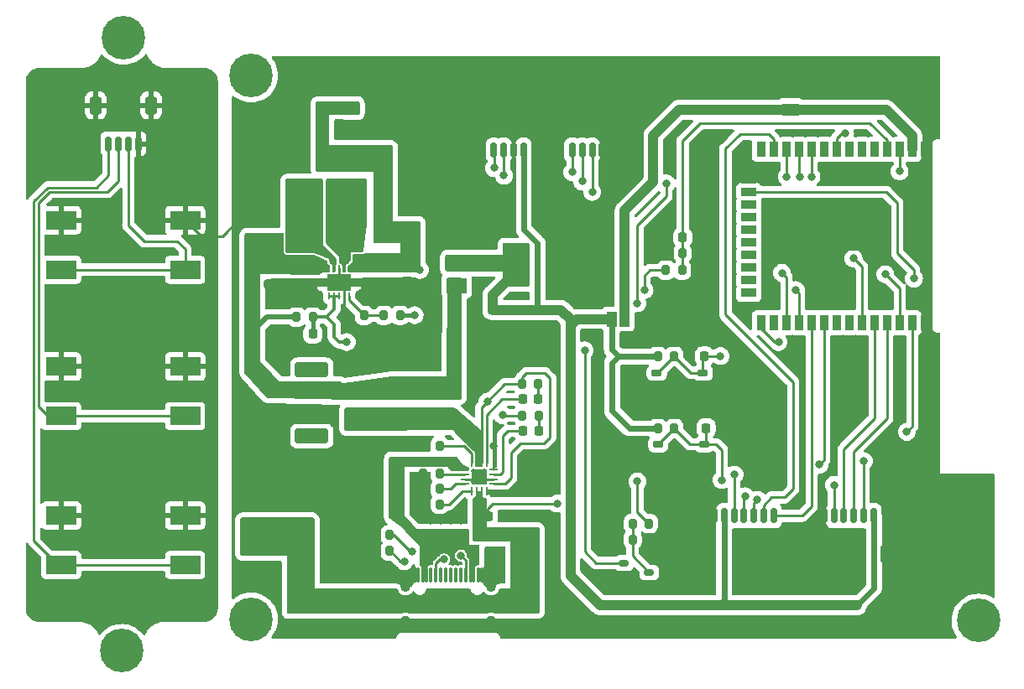
<source format=gtl>
G04 #@! TF.GenerationSoftware,KiCad,Pcbnew,(6.0.11)*
G04 #@! TF.CreationDate,2023-03-03T14:47:03+07:00*
G04 #@! TF.ProjectId,chargerV1,63686172-6765-4725-9631-2e6b69636164,rev?*
G04 #@! TF.SameCoordinates,Original*
G04 #@! TF.FileFunction,Copper,L1,Top*
G04 #@! TF.FilePolarity,Positive*
%FSLAX46Y46*%
G04 Gerber Fmt 4.6, Leading zero omitted, Abs format (unit mm)*
G04 Created by KiCad (PCBNEW (6.0.11)) date 2023-03-03 14:47:03*
%MOMM*%
%LPD*%
G01*
G04 APERTURE LIST*
G04 Aperture macros list*
%AMRoundRect*
0 Rectangle with rounded corners*
0 $1 Rounding radius*
0 $2 $3 $4 $5 $6 $7 $8 $9 X,Y pos of 4 corners*
0 Add a 4 corners polygon primitive as box body*
4,1,4,$2,$3,$4,$5,$6,$7,$8,$9,$2,$3,0*
0 Add four circle primitives for the rounded corners*
1,1,$1+$1,$2,$3*
1,1,$1+$1,$4,$5*
1,1,$1+$1,$6,$7*
1,1,$1+$1,$8,$9*
0 Add four rect primitives between the rounded corners*
20,1,$1+$1,$2,$3,$4,$5,0*
20,1,$1+$1,$4,$5,$6,$7,0*
20,1,$1+$1,$6,$7,$8,$9,0*
20,1,$1+$1,$8,$9,$2,$3,0*%
%AMFreePoly0*
4,1,45,-0.121464,1.703536,-0.120000,1.700000,-0.120000,1.205000,0.120000,1.205000,0.120000,1.700000,0.121464,1.703536,0.125000,1.705000,0.375000,1.705000,0.378536,1.703536,0.380000,1.700000,0.380000,1.205000,0.825000,1.205000,0.828536,1.203536,0.830000,1.200000,0.830000,-1.200000,0.828536,-1.203536,0.825000,-1.205000,0.380000,-1.205000,0.380000,-1.700000,0.378536,-1.703536,
0.375000,-1.705000,0.125000,-1.705000,0.121464,-1.703536,0.120000,-1.700000,0.120000,-1.205000,-0.120000,-1.205000,-0.120000,-1.700000,-0.121464,-1.703536,-0.125000,-1.705000,-0.375000,-1.705000,-0.378536,-1.703536,-0.380000,-1.700000,-0.380000,-1.205000,-0.825000,-1.205000,-0.828536,-1.203536,-0.830000,-1.200000,-0.830000,1.200000,-0.828536,1.203536,-0.825000,1.205000,-0.380000,1.205000,
-0.380000,1.700000,-0.378536,1.703536,-0.375000,1.705000,-0.125000,1.705000,-0.121464,1.703536,-0.121464,1.703536,$1*%
G04 Aperture macros list end*
G04 #@! TA.AperFunction,SMDPad,CuDef*
%ADD10RoundRect,0.150000X0.350000X0.150000X-0.350000X0.150000X-0.350000X-0.150000X0.350000X-0.150000X0*%
G04 #@! TD*
G04 #@! TA.AperFunction,SMDPad,CuDef*
%ADD11RoundRect,0.200000X-0.200000X-0.275000X0.200000X-0.275000X0.200000X0.275000X-0.200000X0.275000X0*%
G04 #@! TD*
G04 #@! TA.AperFunction,SMDPad,CuDef*
%ADD12R,3.048000X1.850000*%
G04 #@! TD*
G04 #@! TA.AperFunction,SMDPad,CuDef*
%ADD13RoundRect,0.225000X-0.250000X0.225000X-0.250000X-0.225000X0.250000X-0.225000X0.250000X0.225000X0*%
G04 #@! TD*
G04 #@! TA.AperFunction,SMDPad,CuDef*
%ADD14RoundRect,0.218750X-0.218750X-0.256250X0.218750X-0.256250X0.218750X0.256250X-0.218750X0.256250X0*%
G04 #@! TD*
G04 #@! TA.AperFunction,SMDPad,CuDef*
%ADD15RoundRect,0.225000X0.250000X-0.225000X0.250000X0.225000X-0.250000X0.225000X-0.250000X-0.225000X0*%
G04 #@! TD*
G04 #@! TA.AperFunction,SMDPad,CuDef*
%ADD16RoundRect,0.150000X0.150000X0.625000X-0.150000X0.625000X-0.150000X-0.625000X0.150000X-0.625000X0*%
G04 #@! TD*
G04 #@! TA.AperFunction,SMDPad,CuDef*
%ADD17RoundRect,0.250000X0.350000X0.650000X-0.350000X0.650000X-0.350000X-0.650000X0.350000X-0.650000X0*%
G04 #@! TD*
G04 #@! TA.AperFunction,SMDPad,CuDef*
%ADD18RoundRect,0.072000X-0.048000X0.228000X-0.048000X-0.228000X0.048000X-0.228000X0.048000X0.228000X0*%
G04 #@! TD*
G04 #@! TA.AperFunction,ComponentPad*
%ADD19C,0.300000*%
G04 #@! TD*
G04 #@! TA.AperFunction,SMDPad,CuDef*
%ADD20FreePoly0,270.000000*%
G04 #@! TD*
G04 #@! TA.AperFunction,SMDPad,CuDef*
%ADD21RoundRect,0.200000X0.200000X0.275000X-0.200000X0.275000X-0.200000X-0.275000X0.200000X-0.275000X0*%
G04 #@! TD*
G04 #@! TA.AperFunction,SMDPad,CuDef*
%ADD22R,0.900000X1.500000*%
G04 #@! TD*
G04 #@! TA.AperFunction,SMDPad,CuDef*
%ADD23R,1.500000X0.900000*%
G04 #@! TD*
G04 #@! TA.AperFunction,HeatsinkPad*
%ADD24C,0.475000*%
G04 #@! TD*
G04 #@! TA.AperFunction,SMDPad,CuDef*
%ADD25R,1.050000X1.050000*%
G04 #@! TD*
G04 #@! TA.AperFunction,SMDPad,CuDef*
%ADD26R,4.200000X4.200000*%
G04 #@! TD*
G04 #@! TA.AperFunction,SMDPad,CuDef*
%ADD27RoundRect,0.225000X0.225000X0.250000X-0.225000X0.250000X-0.225000X-0.250000X0.225000X-0.250000X0*%
G04 #@! TD*
G04 #@! TA.AperFunction,SMDPad,CuDef*
%ADD28R,1.000000X1.500000*%
G04 #@! TD*
G04 #@! TA.AperFunction,SMDPad,CuDef*
%ADD29RoundRect,0.150000X-0.150000X-0.625000X0.150000X-0.625000X0.150000X0.625000X-0.150000X0.625000X0*%
G04 #@! TD*
G04 #@! TA.AperFunction,SMDPad,CuDef*
%ADD30RoundRect,0.250000X-0.350000X-0.650000X0.350000X-0.650000X0.350000X0.650000X-0.350000X0.650000X0*%
G04 #@! TD*
G04 #@! TA.AperFunction,ComponentPad*
%ADD31C,0.700000*%
G04 #@! TD*
G04 #@! TA.AperFunction,ComponentPad*
%ADD32C,4.400000*%
G04 #@! TD*
G04 #@! TA.AperFunction,SMDPad,CuDef*
%ADD33RoundRect,0.225000X-0.225000X-0.250000X0.225000X-0.250000X0.225000X0.250000X-0.225000X0.250000X0*%
G04 #@! TD*
G04 #@! TA.AperFunction,SMDPad,CuDef*
%ADD34RoundRect,0.162500X-0.362500X-0.162500X0.362500X-0.162500X0.362500X0.162500X-0.362500X0.162500X0*%
G04 #@! TD*
G04 #@! TA.AperFunction,SMDPad,CuDef*
%ADD35RoundRect,0.062500X0.062500X-0.375000X0.062500X0.375000X-0.062500X0.375000X-0.062500X-0.375000X0*%
G04 #@! TD*
G04 #@! TA.AperFunction,SMDPad,CuDef*
%ADD36RoundRect,0.062500X0.375000X-0.062500X0.375000X0.062500X-0.375000X0.062500X-0.375000X-0.062500X0*%
G04 #@! TD*
G04 #@! TA.AperFunction,ComponentPad*
%ADD37C,0.500000*%
G04 #@! TD*
G04 #@! TA.AperFunction,SMDPad,CuDef*
%ADD38R,1.600000X1.600000*%
G04 #@! TD*
G04 #@! TA.AperFunction,SMDPad,CuDef*
%ADD39R,1.500000X2.200000*%
G04 #@! TD*
G04 #@! TA.AperFunction,SMDPad,CuDef*
%ADD40RoundRect,0.250000X-1.500000X0.250000X-1.500000X-0.250000X1.500000X-0.250000X1.500000X0.250000X0*%
G04 #@! TD*
G04 #@! TA.AperFunction,SMDPad,CuDef*
%ADD41RoundRect,0.250001X-1.449999X0.499999X-1.449999X-0.499999X1.449999X-0.499999X1.449999X0.499999X0*%
G04 #@! TD*
G04 #@! TA.AperFunction,SMDPad,CuDef*
%ADD42RoundRect,0.075000X-0.075000X-0.675000X0.075000X-0.675000X0.075000X0.675000X-0.075000X0.675000X0*%
G04 #@! TD*
G04 #@! TA.AperFunction,ComponentPad*
%ADD43O,1.000000X2.100000*%
G04 #@! TD*
G04 #@! TA.AperFunction,ComponentPad*
%ADD44O,1.000000X1.600000*%
G04 #@! TD*
G04 #@! TA.AperFunction,SMDPad,CuDef*
%ADD45R,2.000000X1.500000*%
G04 #@! TD*
G04 #@! TA.AperFunction,SMDPad,CuDef*
%ADD46R,2.000000X3.800000*%
G04 #@! TD*
G04 #@! TA.AperFunction,SMDPad,CuDef*
%ADD47R,1.700000X1.300000*%
G04 #@! TD*
G04 #@! TA.AperFunction,ComponentPad*
%ADD48R,3.500000X3.500000*%
G04 #@! TD*
G04 #@! TA.AperFunction,ComponentPad*
%ADD49C,3.500000*%
G04 #@! TD*
G04 #@! TA.AperFunction,ViaPad*
%ADD50C,0.800000*%
G04 #@! TD*
G04 #@! TA.AperFunction,Conductor*
%ADD51C,0.250000*%
G04 #@! TD*
G04 #@! TA.AperFunction,Conductor*
%ADD52C,0.300000*%
G04 #@! TD*
G04 #@! TA.AperFunction,Conductor*
%ADD53C,0.400000*%
G04 #@! TD*
G04 #@! TA.AperFunction,Conductor*
%ADD54C,0.500000*%
G04 #@! TD*
G04 #@! TA.AperFunction,Conductor*
%ADD55C,1.000000*%
G04 #@! TD*
G04 #@! TA.AperFunction,Conductor*
%ADD56C,0.600000*%
G04 #@! TD*
G04 #@! TA.AperFunction,Conductor*
%ADD57C,0.800000*%
G04 #@! TD*
G04 APERTURE END LIST*
D10*
X103530000Y-81490000D03*
X103530000Y-79590000D03*
X100992500Y-80540000D03*
D11*
X75705000Y-77700000D03*
X77355000Y-77700000D03*
D12*
X44230000Y-50900000D03*
X56730000Y-50900000D03*
X44230000Y-45900000D03*
X56730000Y-45900000D03*
D13*
X72230000Y-34595000D03*
X72230000Y-36145000D03*
D14*
X92367500Y-64000000D03*
X90792500Y-64000000D03*
D11*
X105275000Y-49240000D03*
X106925000Y-49240000D03*
D15*
X121700000Y-34775000D03*
X121700000Y-33225000D03*
D13*
X65152500Y-50780000D03*
X65152500Y-52330000D03*
D14*
X92387500Y-67190000D03*
X90812500Y-67190000D03*
D15*
X124890000Y-34795000D03*
X124890000Y-33245000D03*
D12*
X44230000Y-65690000D03*
X56730000Y-65690000D03*
X56730000Y-60690000D03*
X44230000Y-60690000D03*
D16*
X52000000Y-38190000D03*
X51000000Y-38190000D03*
X50000000Y-38190000D03*
X49000000Y-38190000D03*
D17*
X47700000Y-34315000D03*
X53300000Y-34315000D03*
D16*
X98790000Y-38825000D03*
X97790000Y-38825000D03*
X96790000Y-38825000D03*
X95790000Y-38825000D03*
D17*
X100090000Y-34950000D03*
X94490000Y-34950000D03*
D18*
X73250000Y-50782500D03*
X72750000Y-50782500D03*
X72250000Y-50782500D03*
X71750000Y-50782500D03*
X71250000Y-50782500D03*
X71250000Y-53582500D03*
X71750000Y-53582500D03*
X72250000Y-53582500D03*
X72750000Y-53582500D03*
X73250000Y-53582500D03*
D19*
X72250000Y-51607500D03*
X71300000Y-52182500D03*
X72250000Y-52757500D03*
D20*
X72250000Y-52182500D03*
D19*
X73200000Y-52182500D03*
D15*
X120110000Y-34775000D03*
X120110000Y-33225000D03*
D21*
X103525000Y-76550000D03*
X101875000Y-76550000D03*
D11*
X104395000Y-59650000D03*
X106045000Y-59650000D03*
D22*
X131350000Y-38750000D03*
X130080000Y-38750000D03*
X128810000Y-38750000D03*
X127540000Y-38750000D03*
X126270000Y-38750000D03*
X125000000Y-38750000D03*
X123730000Y-38750000D03*
X122460000Y-38750000D03*
X121190000Y-38750000D03*
X119920000Y-38750000D03*
X118650000Y-38750000D03*
X117380000Y-38750000D03*
X116110000Y-38750000D03*
X114840000Y-38750000D03*
D23*
X113590000Y-41790000D03*
X113590000Y-43060000D03*
X113590000Y-44330000D03*
X113590000Y-45600000D03*
X113590000Y-46870000D03*
X113590000Y-48140000D03*
X113590000Y-49410000D03*
X113590000Y-50680000D03*
X113590000Y-51950000D03*
X113590000Y-53220000D03*
D22*
X114840000Y-56250000D03*
X116110000Y-56250000D03*
X117380000Y-56250000D03*
X118650000Y-56250000D03*
X119920000Y-56250000D03*
X121190000Y-56250000D03*
X122460000Y-56250000D03*
X123730000Y-56250000D03*
X125000000Y-56250000D03*
X126270000Y-56250000D03*
X127540000Y-56250000D03*
X128810000Y-56250000D03*
X130080000Y-56250000D03*
X131350000Y-56250000D03*
D24*
X122485000Y-47582500D03*
D25*
X122485000Y-46820000D03*
D26*
X124010000Y-46820000D03*
D25*
X124010000Y-46820000D03*
D24*
X125535000Y-46057500D03*
X125535000Y-47582500D03*
X123247500Y-48345000D03*
D25*
X124010000Y-45295000D03*
D24*
X123247500Y-45295000D03*
X124010000Y-47582500D03*
D25*
X124010000Y-48345000D03*
X122485000Y-45295000D03*
D24*
X124772500Y-48345000D03*
X123247500Y-46820000D03*
X124772500Y-45295000D03*
D25*
X125535000Y-45295000D03*
D24*
X124010000Y-46057500D03*
D25*
X125535000Y-48345000D03*
D24*
X122485000Y-46057500D03*
D25*
X125535000Y-46820000D03*
D24*
X124772500Y-46820000D03*
D25*
X122485000Y-48345000D03*
D27*
X109285000Y-66910000D03*
X107735000Y-66910000D03*
D13*
X79132500Y-50505000D03*
X79132500Y-52055000D03*
D28*
X101070000Y-55880000D03*
X99770000Y-55880000D03*
D12*
X56730000Y-80720000D03*
X44230000Y-80720000D03*
X56730000Y-75720000D03*
X44230000Y-75720000D03*
D27*
X77835000Y-74650000D03*
X76285000Y-74650000D03*
D11*
X105215000Y-50950000D03*
X106865000Y-50950000D03*
X67955000Y-55680000D03*
X69605000Y-55680000D03*
D29*
X121180000Y-75760000D03*
X122180000Y-75760000D03*
X123180000Y-75760000D03*
X124180000Y-75760000D03*
X125180000Y-75760000D03*
X126180000Y-75760000D03*
D30*
X119880000Y-79635000D03*
X127480000Y-79635000D03*
D31*
X49362614Y-26328274D03*
X51696066Y-28661726D03*
X50529340Y-25845000D03*
X52179340Y-27495000D03*
X48879340Y-27495000D03*
D32*
X50529340Y-27495000D03*
D31*
X50529340Y-29145000D03*
X49362614Y-28661726D03*
X51696066Y-26328274D03*
D33*
X84085000Y-56590000D03*
X85635000Y-56590000D03*
D11*
X75705000Y-79320000D03*
X77355000Y-79320000D03*
X80765000Y-74600000D03*
X82415000Y-74600000D03*
D33*
X84085000Y-54980000D03*
X85635000Y-54980000D03*
D21*
X78407500Y-55500000D03*
X76757500Y-55500000D03*
X92365000Y-62470000D03*
X90715000Y-62470000D03*
X103532500Y-78150000D03*
X101882500Y-78150000D03*
D27*
X77835000Y-72700000D03*
X76285000Y-72700000D03*
D21*
X92395000Y-65640000D03*
X90745000Y-65640000D03*
D34*
X104300000Y-61315000D03*
X108950000Y-61315000D03*
X108950000Y-63465000D03*
X104300000Y-63465000D03*
D35*
X85620000Y-73237500D03*
X86120000Y-73237500D03*
X86620000Y-73237500D03*
X87120000Y-73237500D03*
D36*
X87807500Y-72550000D03*
X87807500Y-72050000D03*
X87807500Y-71550000D03*
X87807500Y-71050000D03*
D35*
X87120000Y-70362500D03*
X86620000Y-70362500D03*
X86120000Y-70362500D03*
X85620000Y-70362500D03*
D36*
X84932500Y-71050000D03*
X84932500Y-71550000D03*
X84932500Y-72050000D03*
X84932500Y-72550000D03*
D37*
X86920000Y-72350000D03*
D38*
X86370000Y-71800000D03*
D37*
X85820000Y-72350000D03*
X86920000Y-71250000D03*
X85820000Y-71250000D03*
D27*
X106925000Y-47640000D03*
X105375000Y-47640000D03*
D34*
X109100000Y-68535000D03*
X104450000Y-68535000D03*
X104450000Y-70685000D03*
X109100000Y-70685000D03*
D31*
X64562926Y-87376726D03*
X62229474Y-85043274D03*
X63396200Y-87860000D03*
X63396200Y-84560000D03*
X65046200Y-86210000D03*
X64562926Y-85043274D03*
X61746200Y-86210000D03*
X62229474Y-87376726D03*
D32*
X63396200Y-86210000D03*
D31*
X135573274Y-85173274D03*
X135090000Y-86340000D03*
X137906726Y-85173274D03*
X138390000Y-86340000D03*
X137906726Y-87506726D03*
X136740000Y-84690000D03*
X135573274Y-87506726D03*
X136740000Y-87990000D03*
D32*
X136740000Y-86340000D03*
D31*
X62233274Y-32466726D03*
X63400000Y-29650000D03*
X63400000Y-32950000D03*
X64566726Y-30133274D03*
D32*
X63400000Y-31300000D03*
D31*
X61750000Y-31300000D03*
X65050000Y-31300000D03*
X62233274Y-30133274D03*
X64566726Y-32466726D03*
D13*
X68352500Y-50780000D03*
X68352500Y-52330000D03*
D39*
X74120000Y-45470000D03*
X67720000Y-45470000D03*
D13*
X77482500Y-50530000D03*
X77482500Y-52080000D03*
D15*
X123300000Y-34775000D03*
X123300000Y-33225000D03*
D31*
X48690000Y-89400000D03*
X51506726Y-90566726D03*
X50340000Y-87750000D03*
X50340000Y-91050000D03*
X51990000Y-89400000D03*
X49173274Y-90566726D03*
X51506726Y-88233274D03*
D32*
X50340000Y-89400000D03*
D31*
X49173274Y-88233274D03*
D11*
X104415000Y-66930000D03*
X106065000Y-66930000D03*
X80765000Y-73050000D03*
X82415000Y-73050000D03*
D13*
X87730000Y-54985000D03*
X87730000Y-56535000D03*
D40*
X75257107Y-63370000D03*
X75257107Y-65370000D03*
D41*
X69507107Y-67720000D03*
X69507107Y-61020000D03*
D11*
X80745000Y-68730000D03*
X82395000Y-68730000D03*
D13*
X75832500Y-50530000D03*
X75832500Y-52080000D03*
D33*
X87335000Y-75820000D03*
X88885000Y-75820000D03*
D29*
X110100000Y-75760000D03*
X111100000Y-75760000D03*
X112100000Y-75760000D03*
X113100000Y-75760000D03*
X114100000Y-75760000D03*
X115100000Y-75760000D03*
X116100000Y-75760000D03*
D30*
X117400000Y-79635000D03*
X108800000Y-79635000D03*
D42*
X79930000Y-81710000D03*
X80730000Y-81710000D03*
X82030000Y-81710000D03*
X83030000Y-81710000D03*
X83530000Y-81710000D03*
X84530000Y-81710000D03*
X85830000Y-81710000D03*
X86630000Y-81710000D03*
X86330000Y-81710000D03*
X85530000Y-81710000D03*
X85030000Y-81710000D03*
X84030000Y-81710000D03*
X82530000Y-81710000D03*
X81530000Y-81710000D03*
X81030000Y-81710000D03*
X80230000Y-81710000D03*
D43*
X87600000Y-82455000D03*
X78960000Y-82455000D03*
D44*
X87600000Y-86635000D03*
X78960000Y-86635000D03*
D11*
X80765000Y-71500000D03*
X82415000Y-71500000D03*
D27*
X109115000Y-59640000D03*
X107565000Y-59640000D03*
D21*
X74757500Y-55510000D03*
X73107500Y-55510000D03*
D45*
X84110000Y-47950000D03*
X84110000Y-50250000D03*
D46*
X90410000Y-50250000D03*
D45*
X84110000Y-52550000D03*
D13*
X89330000Y-54965000D03*
X89330000Y-56515000D03*
D27*
X69605000Y-57400000D03*
X68055000Y-57400000D03*
D47*
X117800000Y-34750000D03*
X117800000Y-31250000D03*
D16*
X90870000Y-38825000D03*
X89870000Y-38825000D03*
X88870000Y-38825000D03*
X87870000Y-38825000D03*
D17*
X86570000Y-34950000D03*
X92170000Y-34950000D03*
D13*
X66752500Y-50780000D03*
X66752500Y-52330000D03*
D48*
X64000000Y-77870000D03*
D49*
X136000000Y-77870000D03*
D50*
X123250000Y-61750000D03*
X83750000Y-42750000D03*
X109990000Y-40160000D03*
X86700000Y-60680000D03*
X112000000Y-66000000D03*
X107000000Y-55250000D03*
X107250000Y-76000000D03*
X50590000Y-71230000D03*
X67500000Y-71750000D03*
X107990000Y-40160000D03*
X66330000Y-37350000D03*
X51590000Y-70230000D03*
X113000000Y-66000000D03*
X109990000Y-39160000D03*
X64330000Y-37350000D03*
X49980000Y-56260000D03*
X66330000Y-38350000D03*
X67500000Y-72750000D03*
X88700000Y-59680000D03*
X48980000Y-56260000D03*
X70500000Y-73750000D03*
X83750000Y-43750000D03*
X69500000Y-71750000D03*
X131750000Y-85750000D03*
X107000000Y-56250000D03*
X108990000Y-39160000D03*
X66330000Y-36350000D03*
X92590000Y-72340000D03*
X106000000Y-54250000D03*
X124250000Y-62750000D03*
X81500000Y-76250000D03*
X51980000Y-56260000D03*
X91590000Y-71340000D03*
X84750000Y-43750000D03*
X84750000Y-45750000D03*
X92590000Y-71340000D03*
X65330000Y-37350000D03*
X48590000Y-71230000D03*
X92590000Y-70340000D03*
X107250000Y-77000000D03*
X87700000Y-59680000D03*
X112000000Y-65000000D03*
X64330000Y-36350000D03*
X124250000Y-63750000D03*
X48980000Y-55260000D03*
X85750000Y-43750000D03*
X108000000Y-56250000D03*
X115000000Y-65000000D03*
X86700000Y-59680000D03*
X114000000Y-64000000D03*
X85750000Y-45750000D03*
X113000000Y-65000000D03*
X88490000Y-80130000D03*
X126100000Y-42000000D03*
X50590000Y-70230000D03*
X103750000Y-47000000D03*
X96580000Y-84880000D03*
X51590000Y-71230000D03*
X106250000Y-76000000D03*
X83500000Y-76250000D03*
X50980000Y-56260000D03*
X108990000Y-41160000D03*
X131750000Y-84750000D03*
X91590000Y-70340000D03*
X107990000Y-42160000D03*
X50980000Y-55260000D03*
X48590000Y-70230000D03*
X48560000Y-48450000D03*
X107000000Y-54250000D03*
X129750000Y-85750000D03*
X95580000Y-84880000D03*
X68500000Y-73750000D03*
X108990000Y-40160000D03*
X113000000Y-64000000D03*
X66330000Y-39350000D03*
X87490000Y-80130000D03*
X132750000Y-84750000D03*
X64330000Y-39350000D03*
X108000000Y-55250000D03*
X107250000Y-75000000D03*
X131750000Y-83750000D03*
X87700000Y-60680000D03*
X112000000Y-64000000D03*
X114000000Y-66000000D03*
X130750000Y-84750000D03*
X109000000Y-56250000D03*
X94750000Y-53000000D03*
X107990000Y-41160000D03*
X130750000Y-83750000D03*
X132750000Y-83750000D03*
X129750000Y-83750000D03*
X124250000Y-61750000D03*
X123250000Y-64750000D03*
X124600000Y-42000000D03*
X83750000Y-44750000D03*
X65330000Y-39350000D03*
X67500000Y-73750000D03*
X94580000Y-85880000D03*
X69500000Y-73750000D03*
X123250000Y-63750000D03*
X70500000Y-71750000D03*
X84750000Y-44750000D03*
X106250000Y-75000000D03*
X88700000Y-60680000D03*
X85750000Y-42750000D03*
X68500000Y-71750000D03*
X84500000Y-76250000D03*
X84750000Y-42750000D03*
X109990000Y-42160000D03*
X123250000Y-62750000D03*
X68500000Y-72750000D03*
X69500000Y-72750000D03*
X51980000Y-55260000D03*
X93580000Y-84880000D03*
X123100000Y-42000000D03*
X105500000Y-45750000D03*
X129750000Y-84750000D03*
X130750000Y-85750000D03*
X107990000Y-39160000D03*
X65330000Y-38350000D03*
X132750000Y-85750000D03*
X65330000Y-36350000D03*
X106250000Y-74000000D03*
X108000000Y-54250000D03*
X64330000Y-38350000D03*
X93750000Y-53000000D03*
X108990000Y-42160000D03*
X91590000Y-72340000D03*
X124250000Y-64750000D03*
X107250000Y-74000000D03*
X109000000Y-55250000D03*
X106250000Y-77000000D03*
X83750000Y-45750000D03*
X47560000Y-47450000D03*
X47560000Y-48450000D03*
X106000000Y-56250000D03*
X109000000Y-54250000D03*
X85750000Y-44750000D03*
X109990000Y-41160000D03*
X96580000Y-85880000D03*
X115000000Y-64000000D03*
X87860000Y-68740000D03*
X82500000Y-76250000D03*
X70500000Y-72750000D03*
X114000000Y-65000000D03*
X49980000Y-55260000D03*
X93580000Y-85880000D03*
X95580000Y-85880000D03*
X94580000Y-84880000D03*
X49590000Y-70230000D03*
X48560000Y-47450000D03*
X106000000Y-55250000D03*
X115000000Y-66000000D03*
X49590000Y-71230000D03*
X94240500Y-74530000D03*
X103064500Y-52950000D03*
X82870000Y-80170000D03*
X78850000Y-80360000D03*
X84550000Y-79770000D03*
X79610000Y-79360000D03*
X110730000Y-59630000D03*
X116597299Y-58212701D03*
X125180000Y-70230000D03*
X128800000Y-40960000D03*
X110860000Y-72140000D03*
X122190000Y-72645500D03*
X97040000Y-59050000D03*
X73030000Y-58210000D03*
X95790000Y-41050000D03*
X117410000Y-41500000D03*
X96790000Y-41990000D03*
X118700000Y-41500000D03*
X97790000Y-43040000D03*
X119910000Y-41500000D03*
X130250000Y-51800000D03*
X114460000Y-74150000D03*
X124150000Y-49760500D03*
X88890000Y-41390000D03*
X87890000Y-40630000D03*
X127360000Y-51360000D03*
X80410000Y-50920000D03*
X73620000Y-34580000D03*
X79880000Y-55490000D03*
X118325000Y-52965000D03*
X116940000Y-51225500D03*
X129524500Y-67275500D03*
X113224500Y-73790000D03*
X112150000Y-71600000D03*
X120700000Y-70600000D03*
X102340000Y-72290000D03*
X102340000Y-54300000D03*
X105280000Y-42180000D03*
X123300000Y-37100000D03*
X87225000Y-64225000D03*
X88750000Y-65590000D03*
D51*
X101875000Y-79835000D02*
X101875000Y-76550000D01*
X103530000Y-81490000D02*
X101875000Y-79835000D01*
X100992500Y-80540000D02*
X98170000Y-80540000D01*
X98170000Y-80540000D02*
X97040000Y-79410000D01*
X97040000Y-59050000D02*
X97040000Y-79410000D01*
D52*
X70980000Y-55680000D02*
X71750000Y-54910000D01*
X71750000Y-54910000D02*
X71750000Y-53582500D01*
D53*
X79132500Y-52055000D02*
X79057500Y-51980000D01*
D51*
X56730000Y-45900000D02*
X58340000Y-47510000D01*
D53*
X72447500Y-52380000D02*
X77182500Y-52380000D01*
D51*
X64330000Y-43670000D02*
X64330000Y-39350000D01*
X87860000Y-68740000D02*
X87807500Y-68792500D01*
X86620000Y-72050000D02*
X86370000Y-71800000D01*
X72750000Y-52682500D02*
X72250000Y-52182500D01*
D53*
X79057500Y-51980000D02*
X72452500Y-51980000D01*
X77182500Y-52380000D02*
X77482500Y-52080000D01*
D51*
X87807500Y-68792500D02*
X87807500Y-71050000D01*
X60490000Y-47510000D02*
X64330000Y-43670000D01*
D53*
X72452500Y-51980000D02*
X72250000Y-52182500D01*
D54*
X87332500Y-73390000D02*
X90540000Y-73390000D01*
D51*
X80230000Y-81710000D02*
X79930000Y-81710000D01*
D53*
X72052500Y-52380000D02*
X72250000Y-52182500D01*
X66752500Y-52330000D02*
X66802500Y-52380000D01*
D51*
X58340000Y-47510000D02*
X60490000Y-47510000D01*
D53*
X65152500Y-52330000D02*
X65502500Y-51980000D01*
D51*
X72750000Y-53582500D02*
X72750000Y-52682500D01*
D53*
X65502500Y-51980000D02*
X72047500Y-51980000D01*
D51*
X72750000Y-53582500D02*
X72750000Y-55152500D01*
X86330000Y-81710000D02*
X86630000Y-81710000D01*
X72750000Y-55152500D02*
X73107500Y-55510000D01*
X84932500Y-72050000D02*
X86120000Y-72050000D01*
X72250000Y-50782500D02*
X72250000Y-52182500D01*
D53*
X66802500Y-52380000D02*
X72052500Y-52380000D01*
X72250000Y-52182500D02*
X72447500Y-52380000D01*
D51*
X87120000Y-73237500D02*
X87202500Y-73320000D01*
D54*
X90540000Y-73390000D02*
X91590000Y-72340000D01*
D53*
X72047500Y-51980000D02*
X72250000Y-52182500D01*
D51*
X87807500Y-72050000D02*
X86620000Y-72050000D01*
X86120000Y-72050000D02*
X86370000Y-71800000D01*
X87270000Y-75755000D02*
X87335000Y-75820000D01*
X103600000Y-50950000D02*
X105215000Y-50950000D01*
X103064500Y-51485500D02*
X103600000Y-50950000D01*
X103064500Y-52950000D02*
X103064500Y-51485500D01*
X94240500Y-74530000D02*
X87790000Y-74530000D01*
X87790000Y-74530000D02*
X87270000Y-75050000D01*
X87270000Y-75050000D02*
X87270000Y-75755000D01*
X82870000Y-80170000D02*
X82385685Y-80170000D01*
X77420000Y-79320000D02*
X78460000Y-80360000D01*
X82385685Y-80170000D02*
X82030000Y-80525685D01*
X82030000Y-80525685D02*
X82030000Y-81710000D01*
X78460000Y-80360000D02*
X78850000Y-80360000D01*
X77355000Y-79320000D02*
X77420000Y-79320000D01*
D55*
X110550000Y-84790000D02*
X124510000Y-84790000D01*
X92275000Y-54965000D02*
X87750000Y-54965000D01*
X95600000Y-56490000D02*
X95600000Y-81800000D01*
X94615000Y-54965000D02*
X95600000Y-55950000D01*
X92275000Y-54965000D02*
X94615000Y-54965000D01*
X96210000Y-55880000D02*
X95600000Y-56490000D01*
X90410000Y-50250000D02*
X90410000Y-50770000D01*
D56*
X99790000Y-65160000D02*
X101560000Y-66930000D01*
X104395000Y-59650000D02*
X100440000Y-59650000D01*
X99770000Y-58980000D02*
X99770000Y-55880000D01*
D54*
X89310000Y-54985000D02*
X89330000Y-54965000D01*
D56*
X126200000Y-83100000D02*
X126200000Y-75720000D01*
D55*
X95600000Y-81800000D02*
X98590000Y-84790000D01*
X99770000Y-55880000D02*
X96210000Y-55880000D01*
X84110000Y-50250000D02*
X90410000Y-50250000D01*
D56*
X90890000Y-38880000D02*
X90890000Y-46840000D01*
X99790000Y-60300000D02*
X99790000Y-65160000D01*
X111100000Y-75750000D02*
X111100000Y-84240000D01*
D55*
X90410000Y-50770000D02*
X87730000Y-53450000D01*
X87730000Y-53450000D02*
X87730000Y-54985000D01*
D56*
X100440000Y-59650000D02*
X99770000Y-58980000D01*
X111100000Y-84240000D02*
X110550000Y-84790000D01*
X92275000Y-48225000D02*
X92275000Y-54965000D01*
D55*
X95600000Y-55950000D02*
X95600000Y-56490000D01*
X98590000Y-84790000D02*
X110550000Y-84790000D01*
D56*
X100440000Y-59650000D02*
X99790000Y-60300000D01*
X101560000Y-66930000D02*
X104415000Y-66930000D01*
D55*
X87750000Y-54965000D02*
X87730000Y-54985000D01*
D56*
X124510000Y-84790000D02*
X126200000Y-83100000D01*
X90890000Y-46840000D02*
X92275000Y-48225000D01*
D55*
X77835000Y-74650000D02*
X77835000Y-75495000D01*
X77835000Y-75495000D02*
X80826000Y-78486000D01*
X84436000Y-78486000D02*
X84440000Y-78490000D01*
X80826000Y-78486000D02*
X84436000Y-78486000D01*
D51*
X77355000Y-77700000D02*
X77760000Y-77700000D01*
X77760000Y-77700000D02*
X79420000Y-79360000D01*
X79420000Y-79360000D02*
X79610000Y-79360000D01*
X85030000Y-80250000D02*
X85030000Y-81710000D01*
X84550000Y-79770000D02*
X85030000Y-80250000D01*
X107710000Y-61315000D02*
X108950000Y-61315000D01*
X106045000Y-59650000D02*
X107710000Y-61315000D01*
X110730000Y-59630000D02*
X109125000Y-59630000D01*
X104380000Y-61315000D02*
X106045000Y-59650000D01*
X114840000Y-56830000D02*
X114840000Y-56250000D01*
X109125000Y-59630000D02*
X109115000Y-59640000D01*
X125180000Y-70230000D02*
X125180000Y-75760000D01*
X108950000Y-61315000D02*
X108950000Y-59805000D01*
X116597299Y-58212701D02*
X116222701Y-58212701D01*
X104300000Y-61315000D02*
X104380000Y-61315000D01*
X108950000Y-59805000D02*
X109115000Y-59640000D01*
X116222701Y-58212701D02*
X114840000Y-56830000D01*
D55*
X103960000Y-42040000D02*
X103960000Y-37340000D01*
X127450000Y-34750000D02*
X130080000Y-37380000D01*
X103960000Y-37340000D02*
X106550000Y-34750000D01*
X130080000Y-37380000D02*
X130080000Y-38750000D01*
X101070000Y-44930000D02*
X103960000Y-42040000D01*
X101070000Y-55880000D02*
X101070000Y-44930000D01*
X106550000Y-34750000D02*
X127450000Y-34750000D01*
D51*
X109285000Y-66910000D02*
X109285000Y-68350000D01*
X106065000Y-66930000D02*
X107670000Y-68535000D01*
X122190000Y-75750000D02*
X122180000Y-75760000D01*
X104450000Y-68535000D02*
X104460000Y-68535000D01*
X109285000Y-68350000D02*
X109100000Y-68535000D01*
X128810000Y-40950000D02*
X128800000Y-40960000D01*
X110860000Y-72140000D02*
X110860000Y-69110000D01*
X110285000Y-68535000D02*
X109100000Y-68535000D01*
X110860000Y-69110000D02*
X110285000Y-68535000D01*
X107670000Y-68535000D02*
X109100000Y-68535000D01*
X128810000Y-38750000D02*
X128810000Y-40950000D01*
X122190000Y-72645500D02*
X122190000Y-75750000D01*
X104460000Y-68535000D02*
X106065000Y-66930000D01*
D54*
X67955000Y-55680000D02*
X65010000Y-55680000D01*
D57*
X84110000Y-56565000D02*
X84110000Y-52550000D01*
D54*
X84085000Y-56590000D02*
X84110000Y-56565000D01*
X65010000Y-55680000D02*
X63980000Y-56710000D01*
D53*
X69605000Y-55680000D02*
X69605000Y-57400000D01*
D52*
X71750000Y-56420000D02*
X71750000Y-57700000D01*
X69605000Y-55680000D02*
X70980000Y-55680000D01*
X70980000Y-55680000D02*
X71010000Y-55680000D01*
X71010000Y-55680000D02*
X71750000Y-56420000D01*
D51*
X72250000Y-53582500D02*
X71250000Y-53582500D01*
D52*
X72260000Y-58210000D02*
X73030000Y-58210000D01*
X71750000Y-57700000D02*
X72260000Y-58210000D01*
D51*
X126270000Y-65950000D02*
X126270000Y-56250000D01*
X123180000Y-69040000D02*
X126270000Y-65950000D01*
X123180000Y-75760000D02*
X123180000Y-69040000D01*
X124180000Y-75760000D02*
X124180000Y-69280000D01*
X124180000Y-69280000D02*
X127540000Y-65920000D01*
X127540000Y-65920000D02*
X127540000Y-56250000D01*
X117410000Y-41500000D02*
X117380000Y-41470000D01*
X117380000Y-41470000D02*
X117380000Y-38750000D01*
X95790000Y-41050000D02*
X95790000Y-38825000D01*
X118700000Y-41500000D02*
X118650000Y-41450000D01*
X118650000Y-41450000D02*
X118650000Y-38750000D01*
X96790000Y-41990000D02*
X96790000Y-38825000D01*
X97790000Y-43040000D02*
X97790000Y-38825000D01*
X119920000Y-41490000D02*
X119920000Y-38750000D01*
X119910000Y-41500000D02*
X119920000Y-41490000D01*
X130250000Y-51800000D02*
X130250000Y-50930000D01*
X128560000Y-49240000D02*
X128560000Y-44160000D01*
X130250000Y-50930000D02*
X128560000Y-49240000D01*
X114460000Y-74150000D02*
X114100000Y-74510000D01*
X113590000Y-43060000D02*
X127460000Y-43060000D01*
X114100000Y-74510000D02*
X114100000Y-75750000D01*
X127460000Y-43060000D02*
X128560000Y-44160000D01*
X116100000Y-75750000D02*
X118990000Y-75750000D01*
X118990000Y-75750000D02*
X119920000Y-74820000D01*
X119920000Y-56250000D02*
X119920000Y-74820000D01*
X125000000Y-56250000D02*
X125000000Y-50610500D01*
X125000000Y-50610500D02*
X124150000Y-49760500D01*
X88890000Y-38880000D02*
X88890000Y-41390000D01*
X128810000Y-52810000D02*
X127360000Y-51360000D01*
X87890000Y-38880000D02*
X87890000Y-40630000D01*
X128810000Y-56250000D02*
X128810000Y-52810000D01*
X82395000Y-68730000D02*
X84900000Y-68730000D01*
X85620000Y-69450000D02*
X85620000Y-70362500D01*
X84900000Y-68730000D02*
X85620000Y-69450000D01*
X83510000Y-73050000D02*
X82415000Y-73050000D01*
X84932500Y-72550000D02*
X84010000Y-72550000D01*
X84010000Y-72550000D02*
X83510000Y-73050000D01*
X84932500Y-71550000D02*
X82465000Y-71550000D01*
X82465000Y-71550000D02*
X82415000Y-71500000D01*
X87120000Y-65580000D02*
X88700000Y-64000000D01*
X87120000Y-70362500D02*
X87120000Y-65580000D01*
X88700000Y-64000000D02*
X90792500Y-64000000D01*
X83310000Y-74600000D02*
X82415000Y-74600000D01*
X85620000Y-73237500D02*
X84672500Y-73237500D01*
X84672500Y-73237500D02*
X83310000Y-74600000D01*
D57*
X75832500Y-50530000D02*
X79107500Y-50530000D01*
X73742500Y-50530000D02*
X73552500Y-50720000D01*
X79107500Y-50530000D02*
X79132500Y-50505000D01*
D53*
X78417500Y-55490000D02*
X78407500Y-55500000D01*
D57*
X75832500Y-50530000D02*
X73742500Y-50530000D01*
D53*
X79880000Y-55490000D02*
X78417500Y-55490000D01*
X80410000Y-50920000D02*
X79995000Y-50505000D01*
X79995000Y-50505000D02*
X79132500Y-50505000D01*
D51*
X118325000Y-52965000D02*
X118650000Y-53290000D01*
X118650000Y-53290000D02*
X118650000Y-56250000D01*
X117380000Y-51665500D02*
X117380000Y-56250000D01*
X116940000Y-51225500D02*
X117380000Y-51665500D01*
X106925000Y-47640000D02*
X106925000Y-37875000D01*
X106865000Y-50950000D02*
X106865000Y-47700000D01*
X108700000Y-36100000D02*
X125800000Y-36100000D01*
X106865000Y-47700000D02*
X106925000Y-47640000D01*
X106925000Y-37875000D02*
X108700000Y-36100000D01*
X125800000Y-36100000D02*
X127540000Y-37840000D01*
X127540000Y-37840000D02*
X127540000Y-38750000D01*
X117200000Y-73900000D02*
X118060000Y-73040000D01*
X115100000Y-75750000D02*
X115100000Y-74700000D01*
X115900000Y-73900000D02*
X117200000Y-73900000D01*
X115100000Y-74700000D02*
X115900000Y-73900000D01*
X118060000Y-73040000D02*
X118060000Y-62260000D01*
X112700000Y-37200000D02*
X115600000Y-37200000D01*
X118060000Y-62260000D02*
X111220000Y-55420000D01*
X115600000Y-37200000D02*
X116110000Y-37710000D01*
X116110000Y-37710000D02*
X116110000Y-38750000D01*
X111220000Y-55420000D02*
X111220000Y-38680000D01*
X111220000Y-38680000D02*
X112700000Y-37200000D01*
X129524500Y-67275500D02*
X130080000Y-66720000D01*
X113100000Y-73914500D02*
X113224500Y-73790000D01*
X113100000Y-75750000D02*
X113100000Y-73914500D01*
X130080000Y-66720000D02*
X130080000Y-56250000D01*
X121190000Y-70110000D02*
X121190000Y-56250000D01*
X112125000Y-71625000D02*
X112125000Y-75750000D01*
X112150000Y-71600000D02*
X112125000Y-71625000D01*
X120700000Y-70600000D02*
X121190000Y-70110000D01*
X123300000Y-37100000D02*
X123005000Y-37100000D01*
X123005000Y-37100000D02*
X122460000Y-37645000D01*
X102340000Y-72290000D02*
X102340000Y-75365000D01*
X102340000Y-75365000D02*
X103525000Y-76550000D01*
X105280000Y-42180000D02*
X105280000Y-43460000D01*
X105280000Y-43460000D02*
X102340000Y-46400000D01*
X102340000Y-46400000D02*
X102340000Y-54300000D01*
X122460000Y-37645000D02*
X122460000Y-38750000D01*
X76747500Y-55510000D02*
X76757500Y-55500000D01*
X73250000Y-53582500D02*
X73250000Y-54002500D01*
X74757500Y-55510000D02*
X76747500Y-55510000D01*
X73250000Y-54002500D02*
X74757500Y-55510000D01*
X92395000Y-67182500D02*
X92387500Y-67190000D01*
X92395000Y-65640000D02*
X92395000Y-67182500D01*
X51000000Y-46440000D02*
X52590000Y-48030000D01*
X44230000Y-50900000D02*
X56730000Y-50900000D01*
X52590000Y-48030000D02*
X55950000Y-48030000D01*
X51000000Y-38190000D02*
X51000000Y-46440000D01*
X56730000Y-48810000D02*
X56730000Y-50900000D01*
X55950000Y-48030000D02*
X56730000Y-48810000D01*
X50000000Y-41930000D02*
X48880000Y-43050000D01*
X44230000Y-65690000D02*
X56730000Y-65690000D01*
X42860000Y-65690000D02*
X44230000Y-65690000D01*
X48880000Y-43050000D02*
X43060000Y-43050000D01*
X41920000Y-64750000D02*
X42860000Y-65690000D01*
X43060000Y-43050000D02*
X41920000Y-44190000D01*
X50000000Y-38190000D02*
X50000000Y-41930000D01*
X41920000Y-44190000D02*
X41920000Y-64750000D01*
X41470000Y-78310000D02*
X43880000Y-80720000D01*
X43880000Y-80720000D02*
X44230000Y-80720000D01*
X49000000Y-41380000D02*
X47780000Y-42600000D01*
X44230000Y-80720000D02*
X56730000Y-80720000D01*
X41470000Y-44003604D02*
X41470000Y-78310000D01*
X47780000Y-42600000D02*
X42873604Y-42600000D01*
X42873604Y-42600000D02*
X41470000Y-44003604D01*
X49000000Y-38190000D02*
X49000000Y-41380000D01*
X90560000Y-68410000D02*
X89610000Y-69360000D01*
X90715000Y-61795000D02*
X91150000Y-61360000D01*
X86120000Y-70362500D02*
X86352500Y-70362500D01*
X87225000Y-64225000D02*
X88980000Y-62470000D01*
X88980000Y-62470000D02*
X90715000Y-62470000D01*
X87225000Y-64225000D02*
X86620000Y-64830000D01*
X89610000Y-71960000D02*
X89020000Y-72550000D01*
X88800000Y-65640000D02*
X90745000Y-65640000D01*
X93550000Y-67820000D02*
X92960000Y-68410000D01*
X90715000Y-62470000D02*
X90715000Y-61795000D01*
X92960000Y-68410000D02*
X90560000Y-68410000D01*
X89020000Y-72550000D02*
X87807500Y-72550000D01*
X89610000Y-69360000D02*
X89610000Y-71960000D01*
X91150000Y-61360000D02*
X93040000Y-61360000D01*
X93550000Y-61870000D02*
X93550000Y-67820000D01*
X93040000Y-61360000D02*
X93550000Y-61870000D01*
X86620000Y-64830000D02*
X86620000Y-70362500D01*
X88750000Y-65590000D02*
X88800000Y-65640000D01*
X86352500Y-70362500D02*
X86620000Y-70362500D01*
X92365000Y-63997500D02*
X92367500Y-64000000D01*
X92365000Y-62470000D02*
X92365000Y-63997500D01*
X90812500Y-67190000D02*
X89280000Y-67190000D01*
X89280000Y-67190000D02*
X88770000Y-67700000D01*
X88550000Y-71550000D02*
X88770000Y-71330000D01*
X88770000Y-71330000D02*
X88770000Y-67700000D01*
X87807500Y-71550000D02*
X88550000Y-71550000D01*
G04 #@! TA.AperFunction,Conductor*
G36*
X91312171Y-48182421D02*
G01*
X91351953Y-48190334D01*
X91397374Y-48209148D01*
X91420582Y-48224655D01*
X91455345Y-48259418D01*
X91470852Y-48282626D01*
X91489666Y-48328047D01*
X91497579Y-48367829D01*
X91500000Y-48392410D01*
X91500000Y-52397590D01*
X91497579Y-52422171D01*
X91489666Y-52461953D01*
X91470852Y-52507374D01*
X91455345Y-52530582D01*
X91420582Y-52565345D01*
X91397374Y-52580852D01*
X91351953Y-52599666D01*
X91312171Y-52607579D01*
X91287590Y-52610000D01*
X88942410Y-52610000D01*
X88917829Y-52607579D01*
X88878047Y-52599666D01*
X88832626Y-52580852D01*
X88809418Y-52565345D01*
X88774655Y-52530582D01*
X88759148Y-52507374D01*
X88740334Y-52461953D01*
X88732421Y-52422171D01*
X88730000Y-52397590D01*
X88730000Y-51060000D01*
X83172410Y-51060000D01*
X83147829Y-51057579D01*
X83108047Y-51049666D01*
X83062626Y-51030852D01*
X83039418Y-51015345D01*
X83004655Y-50980582D01*
X82989148Y-50957374D01*
X82970334Y-50911953D01*
X82962421Y-50872171D01*
X82960000Y-50847590D01*
X82960000Y-49592410D01*
X82962421Y-49567829D01*
X82970334Y-49528047D01*
X82989148Y-49482626D01*
X83004655Y-49459418D01*
X83039418Y-49424655D01*
X83062626Y-49409148D01*
X83108047Y-49390334D01*
X83147829Y-49382421D01*
X83172410Y-49380000D01*
X88730000Y-49380000D01*
X88730000Y-48392410D01*
X88732421Y-48367829D01*
X88740334Y-48328047D01*
X88759148Y-48282626D01*
X88774655Y-48259418D01*
X88809418Y-48224655D01*
X88832626Y-48209148D01*
X88878047Y-48190334D01*
X88917829Y-48182421D01*
X88942410Y-48180000D01*
X91287590Y-48180000D01*
X91312171Y-48182421D01*
G37*
G04 #@! TD.AperFunction*
G04 #@! TA.AperFunction,Conductor*
G36*
X52869445Y-29125977D02*
G01*
X52896112Y-29170872D01*
X52927119Y-29262213D01*
X53043108Y-29497411D01*
X53188805Y-29715458D01*
X53361717Y-29912621D01*
X53364813Y-29915336D01*
X53364819Y-29915342D01*
X53555779Y-30082804D01*
X53555786Y-30082810D01*
X53558885Y-30085527D01*
X53776935Y-30231219D01*
X54012136Y-30347202D01*
X54016031Y-30348524D01*
X54016038Y-30348527D01*
X54198917Y-30410601D01*
X54260465Y-30431492D01*
X54264507Y-30432296D01*
X54264511Y-30432297D01*
X54513633Y-30481844D01*
X54513635Y-30481844D01*
X54517671Y-30482647D01*
X54521780Y-30482916D01*
X54521786Y-30482917D01*
X54745891Y-30497600D01*
X54758549Y-30499075D01*
X54761757Y-30499614D01*
X54766999Y-30500496D01*
X54779353Y-30500647D01*
X54784177Y-30499956D01*
X54805995Y-30496831D01*
X54824024Y-30495558D01*
X56166228Y-30497296D01*
X58591020Y-30500436D01*
X58610239Y-30501937D01*
X58624947Y-30504228D01*
X58624954Y-30504228D01*
X58633823Y-30505609D01*
X58647459Y-30503826D01*
X58673674Y-30503150D01*
X58849045Y-30516952D01*
X58868572Y-30520045D01*
X59062833Y-30566683D01*
X59081627Y-30572789D01*
X59266209Y-30649245D01*
X59283807Y-30658212D01*
X59454154Y-30762602D01*
X59470145Y-30774221D01*
X59622055Y-30903964D01*
X59636036Y-30917945D01*
X59765779Y-31069855D01*
X59777398Y-31085846D01*
X59881788Y-31256193D01*
X59890755Y-31273791D01*
X59911748Y-31324473D01*
X59967209Y-31458368D01*
X59973319Y-31477172D01*
X60019955Y-31671427D01*
X60023048Y-31690955D01*
X60036305Y-31859400D01*
X60035675Y-31875972D01*
X60035882Y-31875975D01*
X60035772Y-31884952D01*
X60034391Y-31893823D01*
X60035555Y-31902725D01*
X60035555Y-31902728D01*
X60038436Y-31924756D01*
X60039500Y-31941093D01*
X60039500Y-45991426D01*
X60039498Y-45992196D01*
X60039031Y-46068624D01*
X60039740Y-46071106D01*
X60040000Y-46074912D01*
X60040000Y-60922764D01*
X60039839Y-60924931D01*
X60039740Y-60925261D01*
X60039733Y-60926345D01*
X60039733Y-60926350D01*
X60039648Y-60940276D01*
X60039543Y-60957548D01*
X60039533Y-60959169D01*
X60039501Y-60959925D01*
X60039333Y-60961009D01*
X60039333Y-60991426D01*
X60039331Y-60992196D01*
X60038864Y-61068624D01*
X60039244Y-61069953D01*
X60039333Y-61071263D01*
X60039333Y-85021259D01*
X60037833Y-85040643D01*
X60034224Y-85063823D01*
X60035388Y-85072726D01*
X60035388Y-85072727D01*
X60036021Y-85077571D01*
X60036702Y-85103706D01*
X60023155Y-85277316D01*
X60020114Y-85296685D01*
X59975039Y-85486095D01*
X59974247Y-85489421D01*
X59968238Y-85508083D01*
X59893026Y-85691373D01*
X59884194Y-85708877D01*
X59781465Y-85878270D01*
X59770025Y-85894192D01*
X59642250Y-86045613D01*
X59628479Y-86059567D01*
X59486026Y-86183037D01*
X59478778Y-86189319D01*
X59463009Y-86200969D01*
X59294979Y-86305935D01*
X59277594Y-86314997D01*
X59095315Y-86392627D01*
X59076734Y-86398882D01*
X58968646Y-86426121D01*
X58884621Y-86447296D01*
X58865301Y-86450592D01*
X58795539Y-86456965D01*
X58698657Y-86465816D01*
X58682186Y-86465404D01*
X58682186Y-86465609D01*
X58673212Y-86465618D01*
X58664322Y-86464354D01*
X58637208Y-86468265D01*
X58619376Y-86469556D01*
X56454549Y-86472202D01*
X54627997Y-86474435D01*
X54606944Y-86472690D01*
X54592791Y-86470309D01*
X54592782Y-86470308D01*
X54588001Y-86469504D01*
X54575647Y-86469353D01*
X54570824Y-86470044D01*
X54570821Y-86470044D01*
X54569949Y-86470169D01*
X54560340Y-86471170D01*
X54318081Y-86487055D01*
X54318076Y-86487056D01*
X54313968Y-86487325D01*
X54217522Y-86506512D01*
X54060817Y-86537686D01*
X54060810Y-86537688D01*
X54056768Y-86538492D01*
X53808447Y-86622791D01*
X53767816Y-86642829D01*
X53576953Y-86736957D01*
X53576950Y-86736959D01*
X53573253Y-86738782D01*
X53518494Y-86775372D01*
X53358644Y-86882183D01*
X53358640Y-86882186D01*
X53355210Y-86884478D01*
X53158050Y-87057388D01*
X52985145Y-87254553D01*
X52839455Y-87472599D01*
X52723471Y-87707796D01*
X52722151Y-87711686D01*
X52722145Y-87711701D01*
X52714075Y-87735476D01*
X52673238Y-87793552D01*
X52607486Y-87820331D01*
X52537693Y-87807310D01*
X52495407Y-87772463D01*
X52369377Y-87610863D01*
X52139738Y-87380018D01*
X52039690Y-87301146D01*
X51887010Y-87180783D01*
X51884029Y-87178433D01*
X51605954Y-87009029D01*
X51487453Y-86955150D01*
X51312994Y-86875827D01*
X51312986Y-86875824D01*
X51309542Y-86874258D01*
X50999085Y-86776073D01*
X50813164Y-86741111D01*
X50682805Y-86716597D01*
X50682800Y-86716596D01*
X50679081Y-86715897D01*
X50354166Y-86694601D01*
X50350386Y-86694809D01*
X50350385Y-86694809D01*
X50253156Y-86700160D01*
X50029045Y-86712494D01*
X50025318Y-86713155D01*
X50025314Y-86713155D01*
X49766625Y-86759001D01*
X49708429Y-86769315D01*
X49704804Y-86770420D01*
X49704799Y-86770421D01*
X49503196Y-86831866D01*
X49396961Y-86864244D01*
X49393497Y-86865775D01*
X49393490Y-86865778D01*
X49209938Y-86946926D01*
X49099153Y-86995903D01*
X49095899Y-86997839D01*
X49095893Y-86997842D01*
X48822578Y-87160447D01*
X48819319Y-87162386D01*
X48816318Y-87164701D01*
X48816314Y-87164704D01*
X48695406Y-87257984D01*
X48561513Y-87361282D01*
X48558812Y-87363941D01*
X48558805Y-87363947D01*
X48332177Y-87587044D01*
X48329469Y-87589710D01*
X48327105Y-87592677D01*
X48327102Y-87592680D01*
X48198504Y-87754061D01*
X48140409Y-87794870D01*
X48069472Y-87797793D01*
X48008217Y-87761900D01*
X47980654Y-87716050D01*
X47977849Y-87707787D01*
X47931525Y-87613858D01*
X47863686Y-87476307D01*
X47863684Y-87476304D01*
X47861857Y-87472599D01*
X47859563Y-87469166D01*
X47859561Y-87469162D01*
X47718456Y-87257998D01*
X47716161Y-87254563D01*
X47543255Y-87057408D01*
X47434072Y-86961659D01*
X47349186Y-86887217D01*
X47349181Y-86887213D01*
X47346094Y-86884506D01*
X47128054Y-86738816D01*
X46892864Y-86622831D01*
X46644548Y-86538534D01*
X46640501Y-86537729D01*
X46640494Y-86537727D01*
X46391396Y-86488171D01*
X46391391Y-86488170D01*
X46387353Y-86487367D01*
X46383246Y-86487098D01*
X46383241Y-86487097D01*
X46287946Y-86480848D01*
X46159124Y-86472400D01*
X46146475Y-86470924D01*
X46138034Y-86469504D01*
X46131840Y-86469428D01*
X46130547Y-86469412D01*
X46130541Y-86469412D01*
X46125680Y-86469353D01*
X46120864Y-86470042D01*
X46120856Y-86470043D01*
X46098989Y-86473174D01*
X46080981Y-86474446D01*
X45335728Y-86473545D01*
X42047321Y-86469569D01*
X42024791Y-86467510D01*
X42009635Y-86464735D01*
X41995739Y-86466177D01*
X41969680Y-86466171D01*
X41798188Y-86448299D01*
X41779075Y-86444802D01*
X41670335Y-86416078D01*
X41589083Y-86394615D01*
X41570729Y-86388216D01*
X41390721Y-86309408D01*
X41373570Y-86300262D01*
X41207835Y-86194711D01*
X41192294Y-86183037D01*
X41044754Y-86053242D01*
X41031194Y-86039316D01*
X40905372Y-85888371D01*
X40894126Y-85872541D01*
X40793010Y-85704030D01*
X40784329Y-85686650D01*
X40710342Y-85504612D01*
X40704434Y-85486095D01*
X40659325Y-85294842D01*
X40656335Y-85275635D01*
X40643597Y-85110979D01*
X40644252Y-85094028D01*
X40644118Y-85094026D01*
X40644228Y-85085047D01*
X40645609Y-85076177D01*
X40641564Y-85045243D01*
X40640500Y-85028907D01*
X40640500Y-78582169D01*
X40660502Y-78514048D01*
X40714158Y-78467555D01*
X40784432Y-78457451D01*
X40849012Y-78486945D01*
X40887497Y-78547016D01*
X40891382Y-78560390D01*
X40901498Y-78577494D01*
X40910195Y-78595245D01*
X40917514Y-78613732D01*
X40943129Y-78648988D01*
X40949646Y-78658910D01*
X40967790Y-78689590D01*
X40967793Y-78689594D01*
X40971830Y-78696420D01*
X40985880Y-78710470D01*
X40998721Y-78725504D01*
X41010406Y-78741587D01*
X41016514Y-78746640D01*
X41043989Y-78769369D01*
X41052769Y-78777359D01*
X42168595Y-79893185D01*
X42202621Y-79955497D01*
X42205500Y-79982280D01*
X42205501Y-81692376D01*
X42212149Y-81753580D01*
X42262474Y-81887824D01*
X42267854Y-81895003D01*
X42267856Y-81895006D01*
X42343072Y-81995365D01*
X42348454Y-82002546D01*
X42355635Y-82007928D01*
X42455994Y-82083144D01*
X42455997Y-82083146D01*
X42463176Y-82088526D01*
X42552561Y-82122034D01*
X42590025Y-82136079D01*
X42590027Y-82136079D01*
X42597420Y-82138851D01*
X42605270Y-82139704D01*
X42605271Y-82139704D01*
X42655217Y-82145130D01*
X42658623Y-82145500D01*
X44229770Y-82145500D01*
X45801376Y-82145499D01*
X45804770Y-82145130D01*
X45804776Y-82145130D01*
X45854722Y-82139705D01*
X45854726Y-82139704D01*
X45862580Y-82138851D01*
X45996824Y-82088526D01*
X46004003Y-82083146D01*
X46004006Y-82083144D01*
X46104365Y-82007928D01*
X46111546Y-82002546D01*
X46116928Y-81995365D01*
X46192144Y-81895006D01*
X46192146Y-81895003D01*
X46197526Y-81887824D01*
X46247851Y-81753580D01*
X46254500Y-81692377D01*
X46254500Y-81471500D01*
X46274502Y-81403379D01*
X46328158Y-81356886D01*
X46380500Y-81345500D01*
X54579501Y-81345500D01*
X54647622Y-81365502D01*
X54694115Y-81419158D01*
X54705501Y-81471500D01*
X54705501Y-81692376D01*
X54712149Y-81753580D01*
X54762474Y-81887824D01*
X54767854Y-81895003D01*
X54767856Y-81895006D01*
X54843072Y-81995365D01*
X54848454Y-82002546D01*
X54855635Y-82007928D01*
X54955994Y-82083144D01*
X54955997Y-82083146D01*
X54963176Y-82088526D01*
X55052561Y-82122034D01*
X55090025Y-82136079D01*
X55090027Y-82136079D01*
X55097420Y-82138851D01*
X55105270Y-82139704D01*
X55105271Y-82139704D01*
X55155217Y-82145130D01*
X55158623Y-82145500D01*
X56729770Y-82145500D01*
X58301376Y-82145499D01*
X58304770Y-82145130D01*
X58304776Y-82145130D01*
X58354722Y-82139705D01*
X58354726Y-82139704D01*
X58362580Y-82138851D01*
X58496824Y-82088526D01*
X58504003Y-82083146D01*
X58504006Y-82083144D01*
X58604365Y-82007928D01*
X58611546Y-82002546D01*
X58616928Y-81995365D01*
X58692144Y-81895006D01*
X58692146Y-81895003D01*
X58697526Y-81887824D01*
X58747851Y-81753580D01*
X58754500Y-81692377D01*
X58754499Y-79747624D01*
X58747851Y-79686420D01*
X58697526Y-79552176D01*
X58692146Y-79544997D01*
X58692144Y-79544994D01*
X58616928Y-79444635D01*
X58611546Y-79437454D01*
X58604365Y-79432072D01*
X58504006Y-79356856D01*
X58504003Y-79356854D01*
X58496824Y-79351474D01*
X58407439Y-79317966D01*
X58369975Y-79303921D01*
X58369973Y-79303921D01*
X58362580Y-79301149D01*
X58354730Y-79300296D01*
X58354729Y-79300296D01*
X58304774Y-79294869D01*
X58304773Y-79294869D01*
X58301377Y-79294500D01*
X56730230Y-79294500D01*
X55158624Y-79294501D01*
X55155230Y-79294870D01*
X55155224Y-79294870D01*
X55105278Y-79300295D01*
X55105274Y-79300296D01*
X55097420Y-79301149D01*
X54963176Y-79351474D01*
X54955997Y-79356854D01*
X54955994Y-79356856D01*
X54855635Y-79432072D01*
X54848454Y-79437454D01*
X54843072Y-79444635D01*
X54767856Y-79544994D01*
X54767854Y-79544997D01*
X54762474Y-79552176D01*
X54712149Y-79686420D01*
X54705500Y-79747623D01*
X54705500Y-79968500D01*
X54685498Y-80036621D01*
X54631842Y-80083114D01*
X54579500Y-80094500D01*
X46380499Y-80094500D01*
X46312378Y-80074498D01*
X46265885Y-80020842D01*
X46254499Y-79968500D01*
X46254499Y-79747624D01*
X46247851Y-79686420D01*
X46197526Y-79552176D01*
X46192146Y-79544997D01*
X46192144Y-79544994D01*
X46116928Y-79444635D01*
X46111546Y-79437454D01*
X46104365Y-79432072D01*
X46004006Y-79356856D01*
X46004003Y-79356854D01*
X45996824Y-79351474D01*
X45907439Y-79317966D01*
X45869975Y-79303921D01*
X45869973Y-79303921D01*
X45862580Y-79301149D01*
X45854730Y-79300296D01*
X45854729Y-79300296D01*
X45804774Y-79294869D01*
X45804773Y-79294869D01*
X45801377Y-79294500D01*
X45650072Y-79294500D01*
X43391281Y-79294501D01*
X43323160Y-79274499D01*
X43302186Y-79257596D01*
X42132405Y-78087814D01*
X42098379Y-78025502D01*
X42095500Y-77998719D01*
X42095500Y-77055756D01*
X42115502Y-76987635D01*
X42169158Y-76941142D01*
X42239432Y-76931038D01*
X42304012Y-76960532D01*
X42322326Y-76980190D01*
X42337717Y-77000726D01*
X42350276Y-77013285D01*
X42452351Y-77089786D01*
X42467946Y-77098324D01*
X42588394Y-77143478D01*
X42603649Y-77147105D01*
X42654514Y-77152631D01*
X42661328Y-77153000D01*
X43957885Y-77153000D01*
X43973124Y-77148525D01*
X43974329Y-77147135D01*
X43976000Y-77139452D01*
X43976000Y-77134884D01*
X44484000Y-77134884D01*
X44488475Y-77150123D01*
X44489865Y-77151328D01*
X44497548Y-77152999D01*
X45798669Y-77152999D01*
X45805490Y-77152629D01*
X45856352Y-77147105D01*
X45871604Y-77143479D01*
X45992054Y-77098324D01*
X46007649Y-77089786D01*
X46109724Y-77013285D01*
X46122285Y-77000724D01*
X46198786Y-76898649D01*
X46207324Y-76883054D01*
X46252478Y-76762606D01*
X46256105Y-76747351D01*
X46261631Y-76696486D01*
X46262000Y-76689672D01*
X46262000Y-76689669D01*
X54698001Y-76689669D01*
X54698371Y-76696490D01*
X54703895Y-76747352D01*
X54707521Y-76762604D01*
X54752676Y-76883054D01*
X54761214Y-76898649D01*
X54837715Y-77000724D01*
X54850276Y-77013285D01*
X54952351Y-77089786D01*
X54967946Y-77098324D01*
X55088394Y-77143478D01*
X55103649Y-77147105D01*
X55154514Y-77152631D01*
X55161328Y-77153000D01*
X56457885Y-77153000D01*
X56473124Y-77148525D01*
X56474329Y-77147135D01*
X56476000Y-77139452D01*
X56476000Y-77134884D01*
X56984000Y-77134884D01*
X56988475Y-77150123D01*
X56989865Y-77151328D01*
X56997548Y-77152999D01*
X58298669Y-77152999D01*
X58305490Y-77152629D01*
X58356352Y-77147105D01*
X58371604Y-77143479D01*
X58492054Y-77098324D01*
X58507649Y-77089786D01*
X58609724Y-77013285D01*
X58622285Y-77000724D01*
X58698786Y-76898649D01*
X58707324Y-76883054D01*
X58752478Y-76762606D01*
X58756105Y-76747351D01*
X58761631Y-76696486D01*
X58762000Y-76689672D01*
X58762000Y-75992115D01*
X58757525Y-75976876D01*
X58756135Y-75975671D01*
X58748452Y-75974000D01*
X57002115Y-75974000D01*
X56986876Y-75978475D01*
X56985671Y-75979865D01*
X56984000Y-75987548D01*
X56984000Y-77134884D01*
X56476000Y-77134884D01*
X56476000Y-75992115D01*
X56471525Y-75976876D01*
X56470135Y-75975671D01*
X56462452Y-75974000D01*
X54716116Y-75974000D01*
X54700877Y-75978475D01*
X54699672Y-75979865D01*
X54698001Y-75987548D01*
X54698001Y-76689669D01*
X46262000Y-76689669D01*
X46262000Y-75992115D01*
X46257525Y-75976876D01*
X46256135Y-75975671D01*
X46248452Y-75974000D01*
X44502115Y-75974000D01*
X44486876Y-75978475D01*
X44485671Y-75979865D01*
X44484000Y-75987548D01*
X44484000Y-77134884D01*
X43976000Y-77134884D01*
X43976000Y-75447885D01*
X44484000Y-75447885D01*
X44488475Y-75463124D01*
X44489865Y-75464329D01*
X44497548Y-75466000D01*
X46243884Y-75466000D01*
X46259123Y-75461525D01*
X46260328Y-75460135D01*
X46261999Y-75452452D01*
X46261999Y-75447885D01*
X54698000Y-75447885D01*
X54702475Y-75463124D01*
X54703865Y-75464329D01*
X54711548Y-75466000D01*
X56457885Y-75466000D01*
X56473124Y-75461525D01*
X56474329Y-75460135D01*
X56476000Y-75452452D01*
X56476000Y-75447885D01*
X56984000Y-75447885D01*
X56988475Y-75463124D01*
X56989865Y-75464329D01*
X56997548Y-75466000D01*
X58743884Y-75466000D01*
X58759123Y-75461525D01*
X58760328Y-75460135D01*
X58761999Y-75452452D01*
X58761999Y-74750331D01*
X58761629Y-74743510D01*
X58756105Y-74692648D01*
X58752479Y-74677396D01*
X58707324Y-74556946D01*
X58698786Y-74541351D01*
X58622285Y-74439276D01*
X58609724Y-74426715D01*
X58507649Y-74350214D01*
X58492054Y-74341676D01*
X58371606Y-74296522D01*
X58356351Y-74292895D01*
X58305486Y-74287369D01*
X58298672Y-74287000D01*
X57002115Y-74287000D01*
X56986876Y-74291475D01*
X56985671Y-74292865D01*
X56984000Y-74300548D01*
X56984000Y-75447885D01*
X56476000Y-75447885D01*
X56476000Y-74305116D01*
X56471525Y-74289877D01*
X56470135Y-74288672D01*
X56462452Y-74287001D01*
X55161331Y-74287001D01*
X55154510Y-74287371D01*
X55103648Y-74292895D01*
X55088396Y-74296521D01*
X54967946Y-74341676D01*
X54952351Y-74350214D01*
X54850276Y-74426715D01*
X54837715Y-74439276D01*
X54761214Y-74541351D01*
X54752676Y-74556946D01*
X54707522Y-74677394D01*
X54703895Y-74692649D01*
X54698369Y-74743514D01*
X54698000Y-74750328D01*
X54698000Y-75447885D01*
X46261999Y-75447885D01*
X46261999Y-74750331D01*
X46261629Y-74743510D01*
X46256105Y-74692648D01*
X46252479Y-74677396D01*
X46207324Y-74556946D01*
X46198786Y-74541351D01*
X46122285Y-74439276D01*
X46109724Y-74426715D01*
X46007649Y-74350214D01*
X45992054Y-74341676D01*
X45871606Y-74296522D01*
X45856351Y-74292895D01*
X45805486Y-74287369D01*
X45798672Y-74287000D01*
X44502115Y-74287000D01*
X44486876Y-74291475D01*
X44485671Y-74292865D01*
X44484000Y-74300548D01*
X44484000Y-75447885D01*
X43976000Y-75447885D01*
X43976000Y-74305116D01*
X43971525Y-74289877D01*
X43970135Y-74288672D01*
X43962452Y-74287001D01*
X42661331Y-74287001D01*
X42654510Y-74287371D01*
X42603648Y-74292895D01*
X42588396Y-74296521D01*
X42467946Y-74341676D01*
X42452351Y-74350214D01*
X42350276Y-74426715D01*
X42337717Y-74439274D01*
X42322326Y-74459810D01*
X42265466Y-74502324D01*
X42194648Y-74507349D01*
X42132354Y-74473289D01*
X42098364Y-74410958D01*
X42095500Y-74384244D01*
X42095500Y-67013249D01*
X42115502Y-66945128D01*
X42169158Y-66898635D01*
X42239432Y-66888531D01*
X42304012Y-66918025D01*
X42322323Y-66937680D01*
X42348454Y-66972546D01*
X42355635Y-66977928D01*
X42455994Y-67053144D01*
X42455997Y-67053146D01*
X42463176Y-67058526D01*
X42552561Y-67092034D01*
X42590025Y-67106079D01*
X42590027Y-67106079D01*
X42597420Y-67108851D01*
X42605270Y-67109704D01*
X42605271Y-67109704D01*
X42655217Y-67115130D01*
X42658623Y-67115500D01*
X44229770Y-67115500D01*
X45801376Y-67115499D01*
X45804770Y-67115130D01*
X45804776Y-67115130D01*
X45854722Y-67109705D01*
X45854726Y-67109704D01*
X45862580Y-67108851D01*
X45996824Y-67058526D01*
X46004003Y-67053146D01*
X46004006Y-67053144D01*
X46104365Y-66977928D01*
X46111546Y-66972546D01*
X46166940Y-66898635D01*
X46192144Y-66865006D01*
X46192146Y-66865003D01*
X46197526Y-66857824D01*
X46247851Y-66723580D01*
X46254500Y-66662377D01*
X46254500Y-66441500D01*
X46274502Y-66373379D01*
X46328158Y-66326886D01*
X46380500Y-66315500D01*
X54579501Y-66315500D01*
X54647622Y-66335502D01*
X54694115Y-66389158D01*
X54705501Y-66441500D01*
X54705501Y-66662376D01*
X54712149Y-66723580D01*
X54762474Y-66857824D01*
X54767854Y-66865003D01*
X54767856Y-66865006D01*
X54793060Y-66898635D01*
X54848454Y-66972546D01*
X54855635Y-66977928D01*
X54955994Y-67053144D01*
X54955997Y-67053146D01*
X54963176Y-67058526D01*
X55052561Y-67092034D01*
X55090025Y-67106079D01*
X55090027Y-67106079D01*
X55097420Y-67108851D01*
X55105270Y-67109704D01*
X55105271Y-67109704D01*
X55155217Y-67115130D01*
X55158623Y-67115500D01*
X56729770Y-67115500D01*
X58301376Y-67115499D01*
X58304770Y-67115130D01*
X58304776Y-67115130D01*
X58354722Y-67109705D01*
X58354726Y-67109704D01*
X58362580Y-67108851D01*
X58496824Y-67058526D01*
X58504003Y-67053146D01*
X58504006Y-67053144D01*
X58604365Y-66977928D01*
X58611546Y-66972546D01*
X58666940Y-66898635D01*
X58692144Y-66865006D01*
X58692146Y-66865003D01*
X58697526Y-66857824D01*
X58747851Y-66723580D01*
X58754500Y-66662377D01*
X58754499Y-64717624D01*
X58747851Y-64656420D01*
X58697526Y-64522176D01*
X58692146Y-64514997D01*
X58692144Y-64514994D01*
X58616928Y-64414635D01*
X58611546Y-64407454D01*
X58604365Y-64402072D01*
X58504006Y-64326856D01*
X58504003Y-64326854D01*
X58496824Y-64321474D01*
X58407439Y-64287966D01*
X58369975Y-64273921D01*
X58369973Y-64273921D01*
X58362580Y-64271149D01*
X58354730Y-64270296D01*
X58354729Y-64270296D01*
X58304774Y-64264869D01*
X58304773Y-64264869D01*
X58301377Y-64264500D01*
X56730230Y-64264500D01*
X55158624Y-64264501D01*
X55155230Y-64264870D01*
X55155224Y-64264870D01*
X55105278Y-64270295D01*
X55105274Y-64270296D01*
X55097420Y-64271149D01*
X54963176Y-64321474D01*
X54955997Y-64326854D01*
X54955994Y-64326856D01*
X54855635Y-64402072D01*
X54848454Y-64407454D01*
X54843072Y-64414635D01*
X54767856Y-64514994D01*
X54767854Y-64514997D01*
X54762474Y-64522176D01*
X54712149Y-64656420D01*
X54705500Y-64717623D01*
X54705500Y-64938500D01*
X54685498Y-65006621D01*
X54631842Y-65053114D01*
X54579500Y-65064500D01*
X46380499Y-65064500D01*
X46312378Y-65044498D01*
X46265885Y-64990842D01*
X46254499Y-64938500D01*
X46254499Y-64717624D01*
X46247851Y-64656420D01*
X46197526Y-64522176D01*
X46192146Y-64514997D01*
X46192144Y-64514994D01*
X46116928Y-64414635D01*
X46111546Y-64407454D01*
X46104365Y-64402072D01*
X46004006Y-64326856D01*
X46004003Y-64326854D01*
X45996824Y-64321474D01*
X45907439Y-64287966D01*
X45869975Y-64273921D01*
X45869973Y-64273921D01*
X45862580Y-64271149D01*
X45854730Y-64270296D01*
X45854729Y-64270296D01*
X45804774Y-64264869D01*
X45804773Y-64264869D01*
X45801377Y-64264500D01*
X45142273Y-64264500D01*
X42671500Y-64264501D01*
X42603379Y-64244499D01*
X42556886Y-64190843D01*
X42545500Y-64138501D01*
X42545500Y-62249000D01*
X42565502Y-62180879D01*
X42619158Y-62134386D01*
X42671500Y-62123000D01*
X43957885Y-62123000D01*
X43973124Y-62118525D01*
X43974329Y-62117135D01*
X43976000Y-62109452D01*
X43976000Y-62104884D01*
X44484000Y-62104884D01*
X44488475Y-62120123D01*
X44489865Y-62121328D01*
X44497548Y-62122999D01*
X45798669Y-62122999D01*
X45805490Y-62122629D01*
X45856352Y-62117105D01*
X45871604Y-62113479D01*
X45992054Y-62068324D01*
X46007649Y-62059786D01*
X46109724Y-61983285D01*
X46122285Y-61970724D01*
X46198786Y-61868649D01*
X46207324Y-61853054D01*
X46252478Y-61732606D01*
X46256105Y-61717351D01*
X46261631Y-61666486D01*
X46262000Y-61659672D01*
X46262000Y-61659669D01*
X54698001Y-61659669D01*
X54698371Y-61666490D01*
X54703895Y-61717352D01*
X54707521Y-61732604D01*
X54752676Y-61853054D01*
X54761214Y-61868649D01*
X54837715Y-61970724D01*
X54850276Y-61983285D01*
X54952351Y-62059786D01*
X54967946Y-62068324D01*
X55088394Y-62113478D01*
X55103649Y-62117105D01*
X55154514Y-62122631D01*
X55161328Y-62123000D01*
X56457885Y-62123000D01*
X56473124Y-62118525D01*
X56474329Y-62117135D01*
X56476000Y-62109452D01*
X56476000Y-62104884D01*
X56984000Y-62104884D01*
X56988475Y-62120123D01*
X56989865Y-62121328D01*
X56997548Y-62122999D01*
X58298669Y-62122999D01*
X58305490Y-62122629D01*
X58356352Y-62117105D01*
X58371604Y-62113479D01*
X58492054Y-62068324D01*
X58507649Y-62059786D01*
X58609724Y-61983285D01*
X58622285Y-61970724D01*
X58698786Y-61868649D01*
X58707324Y-61853054D01*
X58752478Y-61732606D01*
X58756105Y-61717351D01*
X58761631Y-61666486D01*
X58762000Y-61659672D01*
X58762000Y-60962115D01*
X58757525Y-60946876D01*
X58756135Y-60945671D01*
X58748452Y-60944000D01*
X57002115Y-60944000D01*
X56986876Y-60948475D01*
X56985671Y-60949865D01*
X56984000Y-60957548D01*
X56984000Y-62104884D01*
X56476000Y-62104884D01*
X56476000Y-60962115D01*
X56471525Y-60946876D01*
X56470135Y-60945671D01*
X56462452Y-60944000D01*
X54716116Y-60944000D01*
X54700877Y-60948475D01*
X54699672Y-60949865D01*
X54698001Y-60957548D01*
X54698001Y-61659669D01*
X46262000Y-61659669D01*
X46262000Y-60962115D01*
X46257525Y-60946876D01*
X46256135Y-60945671D01*
X46248452Y-60944000D01*
X44502115Y-60944000D01*
X44486876Y-60948475D01*
X44485671Y-60949865D01*
X44484000Y-60957548D01*
X44484000Y-62104884D01*
X43976000Y-62104884D01*
X43976000Y-60417885D01*
X44484000Y-60417885D01*
X44488475Y-60433124D01*
X44489865Y-60434329D01*
X44497548Y-60436000D01*
X46243884Y-60436000D01*
X46259123Y-60431525D01*
X46260328Y-60430135D01*
X46261999Y-60422452D01*
X46261999Y-60417885D01*
X54698000Y-60417885D01*
X54702475Y-60433124D01*
X54703865Y-60434329D01*
X54711548Y-60436000D01*
X56457885Y-60436000D01*
X56473124Y-60431525D01*
X56474329Y-60430135D01*
X56476000Y-60422452D01*
X56476000Y-60417885D01*
X56984000Y-60417885D01*
X56988475Y-60433124D01*
X56989865Y-60434329D01*
X56997548Y-60436000D01*
X58743884Y-60436000D01*
X58759123Y-60431525D01*
X58760328Y-60430135D01*
X58761999Y-60422452D01*
X58761999Y-59720331D01*
X58761629Y-59713510D01*
X58756105Y-59662648D01*
X58752479Y-59647396D01*
X58707324Y-59526946D01*
X58698786Y-59511351D01*
X58622285Y-59409276D01*
X58609724Y-59396715D01*
X58507649Y-59320214D01*
X58492054Y-59311676D01*
X58371606Y-59266522D01*
X58356351Y-59262895D01*
X58305486Y-59257369D01*
X58298672Y-59257000D01*
X57002115Y-59257000D01*
X56986876Y-59261475D01*
X56985671Y-59262865D01*
X56984000Y-59270548D01*
X56984000Y-60417885D01*
X56476000Y-60417885D01*
X56476000Y-59275116D01*
X56471525Y-59259877D01*
X56470135Y-59258672D01*
X56462452Y-59257001D01*
X55161331Y-59257001D01*
X55154510Y-59257371D01*
X55103648Y-59262895D01*
X55088396Y-59266521D01*
X54967946Y-59311676D01*
X54952351Y-59320214D01*
X54850276Y-59396715D01*
X54837715Y-59409276D01*
X54761214Y-59511351D01*
X54752676Y-59526946D01*
X54707522Y-59647394D01*
X54703895Y-59662649D01*
X54698369Y-59713514D01*
X54698000Y-59720328D01*
X54698000Y-60417885D01*
X46261999Y-60417885D01*
X46261999Y-59720331D01*
X46261629Y-59713510D01*
X46256105Y-59662648D01*
X46252479Y-59647396D01*
X46207324Y-59526946D01*
X46198786Y-59511351D01*
X46122285Y-59409276D01*
X46109724Y-59396715D01*
X46007649Y-59320214D01*
X45992054Y-59311676D01*
X45871606Y-59266522D01*
X45856351Y-59262895D01*
X45805486Y-59257369D01*
X45798672Y-59257000D01*
X44502115Y-59257000D01*
X44486876Y-59261475D01*
X44485671Y-59262865D01*
X44484000Y-59270548D01*
X44484000Y-60417885D01*
X43976000Y-60417885D01*
X43976000Y-59275116D01*
X43971525Y-59259877D01*
X43970135Y-59258672D01*
X43962452Y-59257001D01*
X42671500Y-59257001D01*
X42603379Y-59236999D01*
X42556886Y-59183343D01*
X42545500Y-59131001D01*
X42545500Y-52451500D01*
X42565502Y-52383379D01*
X42619158Y-52336886D01*
X42671500Y-52325500D01*
X45142160Y-52325499D01*
X45801376Y-52325499D01*
X45804770Y-52325130D01*
X45804776Y-52325130D01*
X45854722Y-52319705D01*
X45854726Y-52319704D01*
X45862580Y-52318851D01*
X45996824Y-52268526D01*
X46004003Y-52263146D01*
X46004006Y-52263144D01*
X46104365Y-52187928D01*
X46111546Y-52182546D01*
X46116928Y-52175365D01*
X46192144Y-52075006D01*
X46192146Y-52075003D01*
X46197526Y-52067824D01*
X46247851Y-51933580D01*
X46254500Y-51872377D01*
X46254500Y-51651500D01*
X46274502Y-51583379D01*
X46328158Y-51536886D01*
X46380500Y-51525500D01*
X54579501Y-51525500D01*
X54647622Y-51545502D01*
X54694115Y-51599158D01*
X54705501Y-51651500D01*
X54705501Y-51872376D01*
X54712149Y-51933580D01*
X54762474Y-52067824D01*
X54767854Y-52075003D01*
X54767856Y-52075006D01*
X54843072Y-52175365D01*
X54848454Y-52182546D01*
X54855635Y-52187928D01*
X54955994Y-52263144D01*
X54955997Y-52263146D01*
X54963176Y-52268526D01*
X55045499Y-52299387D01*
X55090025Y-52316079D01*
X55090027Y-52316079D01*
X55097420Y-52318851D01*
X55105270Y-52319704D01*
X55105271Y-52319704D01*
X55155217Y-52325130D01*
X55158623Y-52325500D01*
X56729770Y-52325500D01*
X58301376Y-52325499D01*
X58304770Y-52325130D01*
X58304776Y-52325130D01*
X58354722Y-52319705D01*
X58354726Y-52319704D01*
X58362580Y-52318851D01*
X58496824Y-52268526D01*
X58504003Y-52263146D01*
X58504006Y-52263144D01*
X58604365Y-52187928D01*
X58611546Y-52182546D01*
X58616928Y-52175365D01*
X58692144Y-52075006D01*
X58692146Y-52075003D01*
X58697526Y-52067824D01*
X58747851Y-51933580D01*
X58754500Y-51872377D01*
X58754499Y-49927624D01*
X58747851Y-49866420D01*
X58697526Y-49732176D01*
X58692146Y-49724997D01*
X58692144Y-49724994D01*
X58616928Y-49624635D01*
X58611546Y-49617454D01*
X58604365Y-49612072D01*
X58504006Y-49536856D01*
X58504003Y-49536854D01*
X58496824Y-49531474D01*
X58407439Y-49497966D01*
X58369975Y-49483921D01*
X58369973Y-49483921D01*
X58362580Y-49481149D01*
X58354730Y-49480296D01*
X58354729Y-49480296D01*
X58304774Y-49474869D01*
X58304773Y-49474869D01*
X58301377Y-49474500D01*
X57481500Y-49474500D01*
X57413379Y-49454498D01*
X57366886Y-49400842D01*
X57355500Y-49348500D01*
X57355500Y-48887703D01*
X57356017Y-48876743D01*
X57357673Y-48869333D01*
X57355562Y-48802145D01*
X57355500Y-48798188D01*
X57355500Y-48770650D01*
X57355003Y-48766719D01*
X57354995Y-48766588D01*
X57354078Y-48754933D01*
X57352959Y-48719294D01*
X57352959Y-48719293D01*
X57352710Y-48711373D01*
X57347165Y-48692287D01*
X57343156Y-48672928D01*
X57341659Y-48661079D01*
X57341657Y-48661073D01*
X57340664Y-48653208D01*
X57336696Y-48643185D01*
X57324622Y-48612692D01*
X57320776Y-48601459D01*
X57310829Y-48567222D01*
X57308618Y-48559610D01*
X57298500Y-48542501D01*
X57289805Y-48524755D01*
X57282486Y-48506268D01*
X57256869Y-48471009D01*
X57250354Y-48461090D01*
X57232210Y-48430410D01*
X57232207Y-48430406D01*
X57228170Y-48423580D01*
X57214120Y-48409530D01*
X57201279Y-48394496D01*
X57194254Y-48384827D01*
X57189594Y-48378413D01*
X57156017Y-48350636D01*
X57147236Y-48342646D01*
X56447238Y-47642647D01*
X56439852Y-47634530D01*
X56435786Y-47628123D01*
X56430011Y-47622700D01*
X56430007Y-47622695D01*
X56386777Y-47582099D01*
X56383935Y-47579344D01*
X56364471Y-47559880D01*
X56361344Y-47557455D01*
X56358364Y-47554827D01*
X56359303Y-47553762D01*
X56321201Y-47500998D01*
X56317354Y-47430106D01*
X56352444Y-47368387D01*
X56415332Y-47335438D01*
X56439996Y-47333000D01*
X56457885Y-47333000D01*
X56473124Y-47328525D01*
X56474329Y-47327135D01*
X56476000Y-47319452D01*
X56476000Y-47314884D01*
X56984000Y-47314884D01*
X56988475Y-47330123D01*
X56989865Y-47331328D01*
X56997548Y-47332999D01*
X58298669Y-47332999D01*
X58305490Y-47332629D01*
X58356352Y-47327105D01*
X58371604Y-47323479D01*
X58492054Y-47278324D01*
X58507649Y-47269786D01*
X58609724Y-47193285D01*
X58622285Y-47180724D01*
X58698786Y-47078649D01*
X58707324Y-47063054D01*
X58752478Y-46942606D01*
X58756105Y-46927351D01*
X58761631Y-46876486D01*
X58762000Y-46869672D01*
X58762000Y-46172115D01*
X58757525Y-46156876D01*
X58756135Y-46155671D01*
X58748452Y-46154000D01*
X57002115Y-46154000D01*
X56986876Y-46158475D01*
X56985671Y-46159865D01*
X56984000Y-46167548D01*
X56984000Y-47314884D01*
X56476000Y-47314884D01*
X56476000Y-46172115D01*
X56471525Y-46156876D01*
X56470135Y-46155671D01*
X56462452Y-46154000D01*
X54716116Y-46154000D01*
X54700877Y-46158475D01*
X54699672Y-46159865D01*
X54698001Y-46167548D01*
X54698001Y-46869669D01*
X54698371Y-46876490D01*
X54703895Y-46927352D01*
X54707521Y-46942604D01*
X54752676Y-47063054D01*
X54761214Y-47078649D01*
X54837715Y-47180724D01*
X54846396Y-47189405D01*
X54880422Y-47251717D01*
X54875357Y-47322532D01*
X54832810Y-47379368D01*
X54766290Y-47404179D01*
X54757301Y-47404500D01*
X52901280Y-47404500D01*
X52833159Y-47384498D01*
X52812185Y-47367595D01*
X51662405Y-46217814D01*
X51628379Y-46155502D01*
X51625500Y-46128719D01*
X51625500Y-45627885D01*
X54698000Y-45627885D01*
X54702475Y-45643124D01*
X54703865Y-45644329D01*
X54711548Y-45646000D01*
X56457885Y-45646000D01*
X56473124Y-45641525D01*
X56474329Y-45640135D01*
X56476000Y-45632452D01*
X56476000Y-45627885D01*
X56984000Y-45627885D01*
X56988475Y-45643124D01*
X56989865Y-45644329D01*
X56997548Y-45646000D01*
X58743884Y-45646000D01*
X58759123Y-45641525D01*
X58760328Y-45640135D01*
X58761999Y-45632452D01*
X58761999Y-44930331D01*
X58761629Y-44923510D01*
X58756105Y-44872648D01*
X58752479Y-44857396D01*
X58707324Y-44736946D01*
X58698786Y-44721351D01*
X58622285Y-44619276D01*
X58609724Y-44606715D01*
X58507649Y-44530214D01*
X58492054Y-44521676D01*
X58371606Y-44476522D01*
X58356351Y-44472895D01*
X58305486Y-44467369D01*
X58298672Y-44467000D01*
X57002115Y-44467000D01*
X56986876Y-44471475D01*
X56985671Y-44472865D01*
X56984000Y-44480548D01*
X56984000Y-45627885D01*
X56476000Y-45627885D01*
X56476000Y-44485116D01*
X56471525Y-44469877D01*
X56470135Y-44468672D01*
X56462452Y-44467001D01*
X55161331Y-44467001D01*
X55154510Y-44467371D01*
X55103648Y-44472895D01*
X55088396Y-44476521D01*
X54967946Y-44521676D01*
X54952351Y-44530214D01*
X54850276Y-44606715D01*
X54837715Y-44619276D01*
X54761214Y-44721351D01*
X54752676Y-44736946D01*
X54707522Y-44857394D01*
X54703895Y-44872649D01*
X54698369Y-44923514D01*
X54698000Y-44930328D01*
X54698000Y-45627885D01*
X51625500Y-45627885D01*
X51625500Y-39590874D01*
X51645502Y-39522753D01*
X51699158Y-39476260D01*
X51741122Y-39467069D01*
X51741971Y-39466520D01*
X51746000Y-39457630D01*
X51746000Y-39451878D01*
X52254000Y-39451878D01*
X52257973Y-39465409D01*
X52265871Y-39466544D01*
X52405790Y-39425893D01*
X52420221Y-39419648D01*
X52549678Y-39343089D01*
X52562104Y-39333449D01*
X52668449Y-39227104D01*
X52678089Y-39214678D01*
X52754648Y-39085221D01*
X52760893Y-39070790D01*
X52803269Y-38924935D01*
X52805570Y-38912333D01*
X52807807Y-38883916D01*
X52808000Y-38878986D01*
X52808000Y-38462115D01*
X52803525Y-38446876D01*
X52802135Y-38445671D01*
X52794452Y-38444000D01*
X52272115Y-38444000D01*
X52256876Y-38448475D01*
X52255671Y-38449865D01*
X52254000Y-38457548D01*
X52254000Y-39451878D01*
X51746000Y-39451878D01*
X51746000Y-39112263D01*
X51753529Y-39075917D01*
X51751744Y-39075398D01*
X51795801Y-38923754D01*
X51797598Y-38917569D01*
X51798633Y-38904416D01*
X51800307Y-38883153D01*
X51800308Y-38883140D01*
X51800500Y-38880694D01*
X51800500Y-37917885D01*
X52254000Y-37917885D01*
X52258475Y-37933124D01*
X52259865Y-37934329D01*
X52267548Y-37936000D01*
X52789884Y-37936000D01*
X52805123Y-37931525D01*
X52806328Y-37930135D01*
X52807999Y-37922452D01*
X52807999Y-37501017D01*
X52807805Y-37496080D01*
X52805570Y-37467664D01*
X52803270Y-37455069D01*
X52760893Y-37309210D01*
X52754648Y-37294779D01*
X52678089Y-37165322D01*
X52668449Y-37152896D01*
X52562104Y-37046551D01*
X52549678Y-37036911D01*
X52420221Y-36960352D01*
X52405790Y-36954107D01*
X52271395Y-36915061D01*
X52257294Y-36915101D01*
X52254000Y-36922370D01*
X52254000Y-37917885D01*
X51800500Y-37917885D01*
X51800500Y-37499306D01*
X51800308Y-37496860D01*
X51800307Y-37496847D01*
X51798103Y-37468850D01*
X51797598Y-37462431D01*
X51751744Y-37304602D01*
X51753529Y-37304083D01*
X51746000Y-37267737D01*
X51746000Y-36928122D01*
X51742027Y-36914591D01*
X51734129Y-36913456D01*
X51594207Y-36954108D01*
X51579784Y-36960350D01*
X51556773Y-36973958D01*
X51487956Y-36991417D01*
X51428497Y-36973959D01*
X51417223Y-36967292D01*
X51417221Y-36967291D01*
X51410398Y-36963256D01*
X51402786Y-36961045D01*
X51402785Y-36961044D01*
X51258754Y-36919199D01*
X51258755Y-36919199D01*
X51252569Y-36917402D01*
X51239416Y-36916367D01*
X51218153Y-36914693D01*
X51218140Y-36914692D01*
X51215694Y-36914500D01*
X50784306Y-36914500D01*
X50781860Y-36914692D01*
X50781847Y-36914693D01*
X50760584Y-36916367D01*
X50747431Y-36917402D01*
X50741245Y-36919199D01*
X50741246Y-36919199D01*
X50597215Y-36961044D01*
X50597214Y-36961045D01*
X50589602Y-36963256D01*
X50582779Y-36967291D01*
X50582777Y-36967292D01*
X50564140Y-36978314D01*
X50495324Y-36995774D01*
X50435860Y-36978314D01*
X50417223Y-36967292D01*
X50417221Y-36967291D01*
X50410398Y-36963256D01*
X50402786Y-36961045D01*
X50402785Y-36961044D01*
X50258754Y-36919199D01*
X50258755Y-36919199D01*
X50252569Y-36917402D01*
X50239416Y-36916367D01*
X50218153Y-36914693D01*
X50218140Y-36914692D01*
X50215694Y-36914500D01*
X49784306Y-36914500D01*
X49781860Y-36914692D01*
X49781847Y-36914693D01*
X49760584Y-36916367D01*
X49747431Y-36917402D01*
X49741245Y-36919199D01*
X49741246Y-36919199D01*
X49597215Y-36961044D01*
X49597214Y-36961045D01*
X49589602Y-36963256D01*
X49582779Y-36967291D01*
X49582777Y-36967292D01*
X49564140Y-36978314D01*
X49495324Y-36995774D01*
X49435860Y-36978314D01*
X49417223Y-36967292D01*
X49417221Y-36967291D01*
X49410398Y-36963256D01*
X49402786Y-36961045D01*
X49402785Y-36961044D01*
X49258754Y-36919199D01*
X49258755Y-36919199D01*
X49252569Y-36917402D01*
X49239416Y-36916367D01*
X49218153Y-36914693D01*
X49218140Y-36914692D01*
X49215694Y-36914500D01*
X48784306Y-36914500D01*
X48781860Y-36914692D01*
X48781847Y-36914693D01*
X48760584Y-36916367D01*
X48747431Y-36917402D01*
X48741245Y-36919199D01*
X48741246Y-36919199D01*
X48597215Y-36961044D01*
X48597214Y-36961045D01*
X48589602Y-36963256D01*
X48448135Y-37046919D01*
X48331919Y-37163135D01*
X48248256Y-37304602D01*
X48202402Y-37462431D01*
X48201897Y-37468850D01*
X48199693Y-37496847D01*
X48199692Y-37496860D01*
X48199500Y-37499306D01*
X48199500Y-38880694D01*
X48199692Y-38883140D01*
X48199693Y-38883153D01*
X48201367Y-38904416D01*
X48202402Y-38917569D01*
X48248256Y-39075398D01*
X48331919Y-39216865D01*
X48337595Y-39222541D01*
X48337632Y-39222610D01*
X48342381Y-39228731D01*
X48341393Y-39229497D01*
X48371621Y-39284853D01*
X48374500Y-39311636D01*
X48374500Y-41068719D01*
X48354498Y-41136840D01*
X48337595Y-41157815D01*
X47557813Y-41937596D01*
X47495501Y-41971621D01*
X47468718Y-41974500D01*
X42951307Y-41974500D01*
X42940347Y-41973983D01*
X42932937Y-41972327D01*
X42925011Y-41972576D01*
X42925010Y-41972576D01*
X42865763Y-41974438D01*
X42861805Y-41974500D01*
X42834254Y-41974500D01*
X42830331Y-41974996D01*
X42830216Y-41975003D01*
X42818536Y-41975923D01*
X42774977Y-41977291D01*
X42755888Y-41982837D01*
X42736542Y-41986844D01*
X42716812Y-41989336D01*
X42676281Y-42005384D01*
X42665080Y-42009219D01*
X42623214Y-42021382D01*
X42606105Y-42031500D01*
X42588359Y-42040195D01*
X42569872Y-42047514D01*
X42534616Y-42073129D01*
X42524694Y-42079646D01*
X42494014Y-42097790D01*
X42494010Y-42097793D01*
X42487184Y-42101830D01*
X42473134Y-42115880D01*
X42458100Y-42128721D01*
X42442017Y-42140406D01*
X42436964Y-42146514D01*
X42414235Y-42173989D01*
X42406245Y-42182769D01*
X41082651Y-43506362D01*
X41074531Y-43513751D01*
X41068123Y-43517818D01*
X41062697Y-43523596D01*
X41022115Y-43566811D01*
X41019360Y-43569653D01*
X40999880Y-43589133D01*
X40997452Y-43592263D01*
X40997380Y-43592345D01*
X40989771Y-43601253D01*
X40959938Y-43633022D01*
X40956119Y-43639969D01*
X40950365Y-43650436D01*
X40939508Y-43666965D01*
X40927327Y-43682668D01*
X40924179Y-43689943D01*
X40910020Y-43722662D01*
X40904798Y-43733322D01*
X40883803Y-43771512D01*
X40882698Y-43775815D01*
X40839979Y-43830565D01*
X40772977Y-43854042D01*
X40703918Y-43837568D01*
X40654728Y-43786374D01*
X40640500Y-43728209D01*
X40640500Y-35012095D01*
X46592001Y-35012095D01*
X46592338Y-35018614D01*
X46602257Y-35114206D01*
X46605149Y-35127600D01*
X46656588Y-35281784D01*
X46662761Y-35294962D01*
X46748063Y-35432807D01*
X46757099Y-35444208D01*
X46871829Y-35558739D01*
X46883240Y-35567751D01*
X47021243Y-35652816D01*
X47034424Y-35658963D01*
X47188710Y-35710138D01*
X47202086Y-35713005D01*
X47296438Y-35722672D01*
X47302854Y-35723000D01*
X47427885Y-35723000D01*
X47443124Y-35718525D01*
X47444329Y-35717135D01*
X47446000Y-35709452D01*
X47446000Y-35704884D01*
X47954000Y-35704884D01*
X47958475Y-35720123D01*
X47959865Y-35721328D01*
X47967548Y-35722999D01*
X48097095Y-35722999D01*
X48103614Y-35722662D01*
X48199206Y-35712743D01*
X48212600Y-35709851D01*
X48366784Y-35658412D01*
X48379962Y-35652239D01*
X48517807Y-35566937D01*
X48529208Y-35557901D01*
X48643739Y-35443171D01*
X48652751Y-35431760D01*
X48737816Y-35293757D01*
X48743963Y-35280576D01*
X48795138Y-35126290D01*
X48798005Y-35112914D01*
X48807672Y-35018562D01*
X48808000Y-35012146D01*
X48808000Y-35012095D01*
X52192001Y-35012095D01*
X52192338Y-35018614D01*
X52202257Y-35114206D01*
X52205149Y-35127600D01*
X52256588Y-35281784D01*
X52262761Y-35294962D01*
X52348063Y-35432807D01*
X52357099Y-35444208D01*
X52471829Y-35558739D01*
X52483240Y-35567751D01*
X52621243Y-35652816D01*
X52634424Y-35658963D01*
X52788710Y-35710138D01*
X52802086Y-35713005D01*
X52896438Y-35722672D01*
X52902854Y-35723000D01*
X53027885Y-35723000D01*
X53043124Y-35718525D01*
X53044329Y-35717135D01*
X53046000Y-35709452D01*
X53046000Y-35704884D01*
X53554000Y-35704884D01*
X53558475Y-35720123D01*
X53559865Y-35721328D01*
X53567548Y-35722999D01*
X53697095Y-35722999D01*
X53703614Y-35722662D01*
X53799206Y-35712743D01*
X53812600Y-35709851D01*
X53966784Y-35658412D01*
X53979962Y-35652239D01*
X54117807Y-35566937D01*
X54129208Y-35557901D01*
X54243739Y-35443171D01*
X54252751Y-35431760D01*
X54337816Y-35293757D01*
X54343963Y-35280576D01*
X54395138Y-35126290D01*
X54398005Y-35112914D01*
X54407672Y-35018562D01*
X54408000Y-35012145D01*
X54408000Y-34587115D01*
X54403525Y-34571876D01*
X54402135Y-34570671D01*
X54394452Y-34569000D01*
X53572115Y-34569000D01*
X53556876Y-34573475D01*
X53555671Y-34574865D01*
X53554000Y-34582548D01*
X53554000Y-35704884D01*
X53046000Y-35704884D01*
X53046000Y-34587115D01*
X53041525Y-34571876D01*
X53040135Y-34570671D01*
X53032452Y-34569000D01*
X52210116Y-34569000D01*
X52194877Y-34573475D01*
X52193672Y-34574865D01*
X52192001Y-34582548D01*
X52192001Y-35012095D01*
X48808000Y-35012095D01*
X48808000Y-34587115D01*
X48803525Y-34571876D01*
X48802135Y-34570671D01*
X48794452Y-34569000D01*
X47972115Y-34569000D01*
X47956876Y-34573475D01*
X47955671Y-34574865D01*
X47954000Y-34582548D01*
X47954000Y-35704884D01*
X47446000Y-35704884D01*
X47446000Y-34587115D01*
X47441525Y-34571876D01*
X47440135Y-34570671D01*
X47432452Y-34569000D01*
X46610116Y-34569000D01*
X46594877Y-34573475D01*
X46593672Y-34574865D01*
X46592001Y-34582548D01*
X46592001Y-35012095D01*
X40640500Y-35012095D01*
X40640500Y-34042885D01*
X46592000Y-34042885D01*
X46596475Y-34058124D01*
X46597865Y-34059329D01*
X46605548Y-34061000D01*
X47427885Y-34061000D01*
X47443124Y-34056525D01*
X47444329Y-34055135D01*
X47446000Y-34047452D01*
X47446000Y-34042885D01*
X47954000Y-34042885D01*
X47958475Y-34058124D01*
X47959865Y-34059329D01*
X47967548Y-34061000D01*
X48789884Y-34061000D01*
X48805123Y-34056525D01*
X48806328Y-34055135D01*
X48807999Y-34047452D01*
X48807999Y-34042885D01*
X52192000Y-34042885D01*
X52196475Y-34058124D01*
X52197865Y-34059329D01*
X52205548Y-34061000D01*
X53027885Y-34061000D01*
X53043124Y-34056525D01*
X53044329Y-34055135D01*
X53046000Y-34047452D01*
X53046000Y-34042885D01*
X53554000Y-34042885D01*
X53558475Y-34058124D01*
X53559865Y-34059329D01*
X53567548Y-34061000D01*
X54389884Y-34061000D01*
X54405123Y-34056525D01*
X54406328Y-34055135D01*
X54407999Y-34047452D01*
X54407999Y-33617905D01*
X54407662Y-33611386D01*
X54397743Y-33515794D01*
X54394851Y-33502400D01*
X54343412Y-33348216D01*
X54337239Y-33335038D01*
X54251937Y-33197193D01*
X54242901Y-33185792D01*
X54128171Y-33071261D01*
X54116760Y-33062249D01*
X53978757Y-32977184D01*
X53965576Y-32971037D01*
X53811290Y-32919862D01*
X53797914Y-32916995D01*
X53703562Y-32907328D01*
X53697145Y-32907000D01*
X53572115Y-32907000D01*
X53556876Y-32911475D01*
X53555671Y-32912865D01*
X53554000Y-32920548D01*
X53554000Y-34042885D01*
X53046000Y-34042885D01*
X53046000Y-32925116D01*
X53041525Y-32909877D01*
X53040135Y-32908672D01*
X53032452Y-32907001D01*
X52902905Y-32907001D01*
X52896386Y-32907338D01*
X52800794Y-32917257D01*
X52787400Y-32920149D01*
X52633216Y-32971588D01*
X52620038Y-32977761D01*
X52482193Y-33063063D01*
X52470792Y-33072099D01*
X52356261Y-33186829D01*
X52347249Y-33198240D01*
X52262184Y-33336243D01*
X52256037Y-33349424D01*
X52204862Y-33503710D01*
X52201995Y-33517086D01*
X52192328Y-33611438D01*
X52192000Y-33617855D01*
X52192000Y-34042885D01*
X48807999Y-34042885D01*
X48807999Y-33617905D01*
X48807662Y-33611386D01*
X48797743Y-33515794D01*
X48794851Y-33502400D01*
X48743412Y-33348216D01*
X48737239Y-33335038D01*
X48651937Y-33197193D01*
X48642901Y-33185792D01*
X48528171Y-33071261D01*
X48516760Y-33062249D01*
X48378757Y-32977184D01*
X48365576Y-32971037D01*
X48211290Y-32919862D01*
X48197914Y-32916995D01*
X48103562Y-32907328D01*
X48097145Y-32907000D01*
X47972115Y-32907000D01*
X47956876Y-32911475D01*
X47955671Y-32912865D01*
X47954000Y-32920548D01*
X47954000Y-34042885D01*
X47446000Y-34042885D01*
X47446000Y-32925116D01*
X47441525Y-32909877D01*
X47440135Y-32908672D01*
X47432452Y-32907001D01*
X47302905Y-32907001D01*
X47296386Y-32907338D01*
X47200794Y-32917257D01*
X47187400Y-32920149D01*
X47033216Y-32971588D01*
X47020038Y-32977761D01*
X46882193Y-33063063D01*
X46870792Y-33072099D01*
X46756261Y-33186829D01*
X46747249Y-33198240D01*
X46662184Y-33336243D01*
X46656037Y-33349424D01*
X46604862Y-33503710D01*
X46601995Y-33517086D01*
X46592328Y-33611438D01*
X46592000Y-33617855D01*
X46592000Y-34042885D01*
X40640500Y-34042885D01*
X40640500Y-31952576D01*
X40642246Y-31931671D01*
X40644689Y-31917148D01*
X40645496Y-31912354D01*
X40645647Y-31900000D01*
X40644305Y-31890630D01*
X40643421Y-31862885D01*
X40656952Y-31690955D01*
X40660045Y-31671427D01*
X40706681Y-31477172D01*
X40712791Y-31458368D01*
X40768252Y-31324473D01*
X40789245Y-31273791D01*
X40798212Y-31256193D01*
X40902602Y-31085846D01*
X40914221Y-31069855D01*
X41043964Y-30917945D01*
X41057945Y-30903964D01*
X41209855Y-30774221D01*
X41225846Y-30762602D01*
X41396193Y-30658212D01*
X41413791Y-30649245D01*
X41598373Y-30572789D01*
X41617167Y-30566683D01*
X41811428Y-30520045D01*
X41830955Y-30516952D01*
X41975081Y-30505609D01*
X41999400Y-30503695D01*
X42015975Y-30504325D01*
X42015978Y-30504118D01*
X42024952Y-30504228D01*
X42033823Y-30505609D01*
X42042725Y-30504445D01*
X42042727Y-30504445D01*
X42065132Y-30501516D01*
X42081319Y-30500453D01*
X44493867Y-30497640D01*
X46276998Y-30495561D01*
X46298039Y-30497306D01*
X46316999Y-30500496D01*
X46329353Y-30500647D01*
X46334176Y-30499956D01*
X46334179Y-30499956D01*
X46335051Y-30499831D01*
X46344660Y-30498830D01*
X46586919Y-30482945D01*
X46586924Y-30482944D01*
X46591032Y-30482675D01*
X46687478Y-30463488D01*
X46844183Y-30432314D01*
X46844190Y-30432312D01*
X46848232Y-30431508D01*
X47096553Y-30347209D01*
X47204608Y-30293919D01*
X47328047Y-30233043D01*
X47328050Y-30233041D01*
X47331747Y-30231218D01*
X47479070Y-30132777D01*
X47546356Y-30087817D01*
X47546360Y-30087814D01*
X47549790Y-30085522D01*
X47746950Y-29912612D01*
X47919855Y-29715447D01*
X48065545Y-29497401D01*
X48181529Y-29262204D01*
X48197679Y-29214628D01*
X48238513Y-29156553D01*
X48304266Y-29129773D01*
X48374058Y-29142793D01*
X48417154Y-29178687D01*
X48479038Y-29259775D01*
X48479043Y-29259781D01*
X48481338Y-29262788D01*
X48540286Y-29323300D01*
X48692274Y-29479319D01*
X48708548Y-29496025D01*
X48962132Y-29700276D01*
X49238418Y-29872583D01*
X49533403Y-30010451D01*
X49537012Y-30011634D01*
X49806312Y-30099915D01*
X49842814Y-30111881D01*
X50162170Y-30175405D01*
X50165942Y-30175692D01*
X50165950Y-30175693D01*
X50483068Y-30199815D01*
X50483073Y-30199815D01*
X50486845Y-30200102D01*
X50812135Y-30185615D01*
X51133329Y-30132154D01*
X51445774Y-30040493D01*
X51744944Y-29911959D01*
X51748222Y-29910055D01*
X51748228Y-29910052D01*
X51988350Y-29770577D01*
X52026505Y-29748415D01*
X52286380Y-29552230D01*
X52408763Y-29434253D01*
X52518070Y-29328881D01*
X52518073Y-29328877D01*
X52520804Y-29326245D01*
X52679088Y-29131823D01*
X52737606Y-29091625D01*
X52808569Y-29089445D01*
X52869445Y-29125977D01*
G37*
G04 #@! TD.AperFunction*
G04 #@! TA.AperFunction,Conductor*
G36*
X50292533Y-42626225D02*
G01*
X50349368Y-42668772D01*
X50374179Y-42735292D01*
X50374500Y-42744281D01*
X50374500Y-46362297D01*
X50373983Y-46373257D01*
X50372327Y-46380667D01*
X50372576Y-46388593D01*
X50372576Y-46388594D01*
X50374438Y-46447841D01*
X50374500Y-46451799D01*
X50374500Y-46479350D01*
X50374996Y-46483273D01*
X50375003Y-46483388D01*
X50375923Y-46495068D01*
X50377291Y-46538627D01*
X50382836Y-46557712D01*
X50386844Y-46577062D01*
X50389336Y-46596792D01*
X50405384Y-46637323D01*
X50409219Y-46648524D01*
X50421382Y-46690390D01*
X50431498Y-46707494D01*
X50440195Y-46725245D01*
X50447514Y-46743732D01*
X50473129Y-46778988D01*
X50479646Y-46788910D01*
X50497790Y-46819590D01*
X50497793Y-46819594D01*
X50501830Y-46826420D01*
X50515880Y-46840470D01*
X50528721Y-46855504D01*
X50540406Y-46871587D01*
X50546514Y-46876640D01*
X50573989Y-46899369D01*
X50582769Y-46907359D01*
X52092756Y-48417346D01*
X52100146Y-48425467D01*
X52104214Y-48431877D01*
X52109993Y-48437304D01*
X52153224Y-48477901D01*
X52156066Y-48480656D01*
X52175530Y-48500120D01*
X52178660Y-48502548D01*
X52178762Y-48502638D01*
X52187644Y-48510225D01*
X52219418Y-48540062D01*
X52236837Y-48549638D01*
X52253361Y-48560493D01*
X52262036Y-48567222D01*
X52269064Y-48572674D01*
X52309080Y-48589991D01*
X52319725Y-48595206D01*
X52350957Y-48612376D01*
X52350959Y-48612377D01*
X52357908Y-48616197D01*
X52377159Y-48621140D01*
X52395863Y-48627544D01*
X52414105Y-48635438D01*
X52457148Y-48642255D01*
X52468770Y-48644663D01*
X52503296Y-48653528D01*
X52503305Y-48653529D01*
X52510981Y-48655500D01*
X52530856Y-48655500D01*
X52550566Y-48657051D01*
X52570196Y-48660160D01*
X52578088Y-48659414D01*
X52613579Y-48656059D01*
X52625437Y-48655500D01*
X55638720Y-48655500D01*
X55706841Y-48675502D01*
X55727815Y-48692405D01*
X56067595Y-49032185D01*
X56101621Y-49094497D01*
X56104500Y-49121280D01*
X56104500Y-49348501D01*
X56084498Y-49416622D01*
X56030842Y-49463115D01*
X55978500Y-49474501D01*
X55158624Y-49474501D01*
X55155230Y-49474870D01*
X55155224Y-49474870D01*
X55105278Y-49480295D01*
X55105274Y-49480296D01*
X55097420Y-49481149D01*
X54963176Y-49531474D01*
X54955997Y-49536854D01*
X54955994Y-49536856D01*
X54855635Y-49612072D01*
X54848454Y-49617454D01*
X54843072Y-49624635D01*
X54767856Y-49724994D01*
X54767854Y-49724997D01*
X54762474Y-49732176D01*
X54712149Y-49866420D01*
X54705500Y-49927623D01*
X54705500Y-50148500D01*
X54685498Y-50216621D01*
X54631842Y-50263114D01*
X54579500Y-50274500D01*
X46380499Y-50274500D01*
X46312378Y-50254498D01*
X46265885Y-50200842D01*
X46254499Y-50148500D01*
X46254499Y-49927624D01*
X46247851Y-49866420D01*
X46197526Y-49732176D01*
X46192146Y-49724997D01*
X46192144Y-49724994D01*
X46116928Y-49624635D01*
X46111546Y-49617454D01*
X46104365Y-49612072D01*
X46004006Y-49536856D01*
X46004003Y-49536854D01*
X45996824Y-49531474D01*
X45907439Y-49497966D01*
X45869975Y-49483921D01*
X45869973Y-49483921D01*
X45862580Y-49481149D01*
X45854730Y-49480296D01*
X45854729Y-49480296D01*
X45804774Y-49474869D01*
X45804773Y-49474869D01*
X45801377Y-49474500D01*
X45142273Y-49474500D01*
X42671500Y-49474501D01*
X42603379Y-49454499D01*
X42556886Y-49400843D01*
X42545500Y-49348501D01*
X42545500Y-47459000D01*
X42565502Y-47390879D01*
X42619158Y-47344386D01*
X42671500Y-47333000D01*
X43957885Y-47333000D01*
X43973124Y-47328525D01*
X43974329Y-47327135D01*
X43976000Y-47319452D01*
X43976000Y-47314884D01*
X44484000Y-47314884D01*
X44488475Y-47330123D01*
X44489865Y-47331328D01*
X44497548Y-47332999D01*
X45798669Y-47332999D01*
X45805490Y-47332629D01*
X45856352Y-47327105D01*
X45871604Y-47323479D01*
X45992054Y-47278324D01*
X46007649Y-47269786D01*
X46109724Y-47193285D01*
X46122285Y-47180724D01*
X46198786Y-47078649D01*
X46207324Y-47063054D01*
X46252478Y-46942606D01*
X46256105Y-46927351D01*
X46261631Y-46876486D01*
X46262000Y-46869672D01*
X46262000Y-46172115D01*
X46257525Y-46156876D01*
X46256135Y-46155671D01*
X46248452Y-46154000D01*
X44502115Y-46154000D01*
X44486876Y-46158475D01*
X44485671Y-46159865D01*
X44484000Y-46167548D01*
X44484000Y-47314884D01*
X43976000Y-47314884D01*
X43976000Y-45627885D01*
X44484000Y-45627885D01*
X44488475Y-45643124D01*
X44489865Y-45644329D01*
X44497548Y-45646000D01*
X46243884Y-45646000D01*
X46259123Y-45641525D01*
X46260328Y-45640135D01*
X46261999Y-45632452D01*
X46261999Y-44930331D01*
X46261629Y-44923510D01*
X46256105Y-44872648D01*
X46252479Y-44857396D01*
X46207324Y-44736946D01*
X46198786Y-44721351D01*
X46122285Y-44619276D01*
X46109724Y-44606715D01*
X46007649Y-44530214D01*
X45992054Y-44521676D01*
X45871606Y-44476522D01*
X45856351Y-44472895D01*
X45805486Y-44467369D01*
X45798672Y-44467000D01*
X44502115Y-44467000D01*
X44486876Y-44471475D01*
X44485671Y-44472865D01*
X44484000Y-44480548D01*
X44484000Y-45627885D01*
X43976000Y-45627885D01*
X43976000Y-44485116D01*
X43971525Y-44469877D01*
X43970135Y-44468672D01*
X43962452Y-44467001D01*
X42831780Y-44467001D01*
X42763659Y-44446999D01*
X42717166Y-44393343D01*
X42707062Y-44323069D01*
X42736556Y-44258489D01*
X42742685Y-44251905D01*
X42961494Y-44033097D01*
X43282187Y-43712404D01*
X43344499Y-43678379D01*
X43371282Y-43675500D01*
X48802297Y-43675500D01*
X48813257Y-43676017D01*
X48820667Y-43677673D01*
X48828593Y-43677424D01*
X48828594Y-43677424D01*
X48887841Y-43675562D01*
X48891799Y-43675500D01*
X48919350Y-43675500D01*
X48923273Y-43675004D01*
X48923388Y-43674997D01*
X48935068Y-43674077D01*
X48978627Y-43672709D01*
X48997716Y-43667163D01*
X49017062Y-43663156D01*
X49036792Y-43660664D01*
X49077323Y-43644616D01*
X49088524Y-43640781D01*
X49130390Y-43628618D01*
X49147499Y-43618500D01*
X49165245Y-43609805D01*
X49183732Y-43602486D01*
X49218991Y-43576869D01*
X49228910Y-43570354D01*
X49259590Y-43552210D01*
X49259594Y-43552207D01*
X49266420Y-43548170D01*
X49280470Y-43534120D01*
X49295504Y-43521279D01*
X49304332Y-43514865D01*
X49311587Y-43509594D01*
X49339370Y-43476010D01*
X49347349Y-43467241D01*
X50159407Y-42655184D01*
X50221717Y-42621160D01*
X50292533Y-42626225D01*
G37*
G04 #@! TD.AperFunction*
G04 #@! TA.AperFunction,Conductor*
G36*
X66970000Y-79820000D02*
G01*
X62562410Y-79820000D01*
X62537829Y-79817579D01*
X62528124Y-79815649D01*
X62459775Y-79802053D01*
X62414358Y-79783241D01*
X62358705Y-79746055D01*
X62323944Y-79711294D01*
X62286759Y-79655642D01*
X62267946Y-79610223D01*
X62252421Y-79532171D01*
X62250000Y-79507590D01*
X62250000Y-76232410D01*
X62252421Y-76207829D01*
X62267946Y-76129777D01*
X62286759Y-76084358D01*
X62323945Y-76028705D01*
X62358705Y-75993945D01*
X62414358Y-75956759D01*
X62459775Y-75937947D01*
X62537828Y-75922421D01*
X62562410Y-75920000D01*
X66970000Y-75920000D01*
X66970000Y-79820000D01*
G37*
G04 #@! TD.AperFunction*
G04 #@! TA.AperFunction,Conductor*
G36*
X85232171Y-77102421D02*
G01*
X85271953Y-77110334D01*
X85317374Y-77129148D01*
X85340582Y-77144655D01*
X85375345Y-77179418D01*
X85390852Y-77202626D01*
X85409666Y-77248047D01*
X85417579Y-77287829D01*
X85420000Y-77312410D01*
X85420000Y-78680000D01*
X86227590Y-78680000D01*
X86252171Y-78682421D01*
X86291953Y-78690334D01*
X86337374Y-78709148D01*
X86360582Y-78724655D01*
X86395345Y-78759418D01*
X86410852Y-78782626D01*
X86429666Y-78828047D01*
X86437579Y-78867829D01*
X86440000Y-78892410D01*
X86440000Y-80633501D01*
X86419998Y-80701622D01*
X86366342Y-80748115D01*
X86314002Y-80759501D01*
X86227868Y-80759501D01*
X86221801Y-80760708D01*
X86221798Y-80760708D01*
X86159676Y-80773064D01*
X86159675Y-80773064D01*
X86147505Y-80775485D01*
X86137188Y-80782378D01*
X86137187Y-80782379D01*
X86086492Y-80816253D01*
X86056376Y-80836376D01*
X85995485Y-80927505D01*
X85979500Y-81007867D01*
X85979500Y-81014054D01*
X85979501Y-82313021D01*
X85959499Y-82381142D01*
X85905843Y-82427635D01*
X85853291Y-82439021D01*
X85506289Y-82438442D01*
X85438202Y-82418326D01*
X85391799Y-82364593D01*
X85380500Y-82312442D01*
X85380499Y-81014056D01*
X85380499Y-81007868D01*
X85379292Y-81001799D01*
X85379292Y-81001797D01*
X85366936Y-80939676D01*
X85366936Y-80939675D01*
X85364515Y-80927505D01*
X85363150Y-80925462D01*
X85355500Y-80887006D01*
X85355500Y-80269711D01*
X85355980Y-80258729D01*
X85358303Y-80232176D01*
X85359264Y-80221194D01*
X85351371Y-80191736D01*
X85349511Y-80184792D01*
X85347133Y-80174065D01*
X85342504Y-80147815D01*
X85342502Y-80147810D01*
X85340588Y-80136955D01*
X85335075Y-80127407D01*
X85333883Y-80124131D01*
X85332409Y-80120969D01*
X85329554Y-80110316D01*
X85307945Y-80079456D01*
X85302039Y-80070185D01*
X85288707Y-80047094D01*
X85283194Y-80037545D01*
X85254317Y-80013315D01*
X85246215Y-80005889D01*
X85182709Y-79942383D01*
X85148683Y-79880071D01*
X85146882Y-79836842D01*
X85147064Y-79835464D01*
X85155682Y-79770000D01*
X85135044Y-79613238D01*
X85074536Y-79467159D01*
X84978282Y-79341718D01*
X84852841Y-79245464D01*
X84706762Y-79184956D01*
X84550000Y-79164318D01*
X84393238Y-79184956D01*
X84247159Y-79245464D01*
X84121718Y-79341718D01*
X84025464Y-79467159D01*
X83964956Y-79613238D01*
X83944318Y-79770000D01*
X83945396Y-79778188D01*
X83960803Y-79895213D01*
X83964956Y-79926762D01*
X84025464Y-80072841D01*
X84064820Y-80124131D01*
X84100017Y-80170000D01*
X84121718Y-80198282D01*
X84247159Y-80294536D01*
X84393238Y-80355044D01*
X84550000Y-80375682D01*
X84562054Y-80374095D01*
X84565317Y-80374604D01*
X84566446Y-80374604D01*
X84566446Y-80374780D01*
X84632202Y-80385034D01*
X84685301Y-80432162D01*
X84704500Y-80499017D01*
X84704500Y-80633500D01*
X84684498Y-80701621D01*
X84630842Y-80748114D01*
X84578501Y-80759500D01*
X84448998Y-80759501D01*
X84427868Y-80759501D01*
X84421801Y-80760708D01*
X84421798Y-80760708D01*
X84382542Y-80768516D01*
X84347505Y-80775485D01*
X84337185Y-80782381D01*
X84328218Y-80786095D01*
X84257628Y-80793684D01*
X84231781Y-80786095D01*
X84222816Y-80782382D01*
X84212495Y-80775485D01*
X84200321Y-80773063D01*
X84200320Y-80773063D01*
X84138201Y-80760707D01*
X84132133Y-80759500D01*
X84030009Y-80759500D01*
X83927868Y-80759501D01*
X83921801Y-80760708D01*
X83921798Y-80760708D01*
X83882542Y-80768516D01*
X83847505Y-80775485D01*
X83837185Y-80782381D01*
X83828218Y-80786095D01*
X83757628Y-80793684D01*
X83731781Y-80786095D01*
X83722816Y-80782382D01*
X83712495Y-80775485D01*
X83700321Y-80773063D01*
X83700320Y-80773063D01*
X83638201Y-80760707D01*
X83632133Y-80759500D01*
X83625946Y-80759500D01*
X83481628Y-80759501D01*
X83430078Y-80759501D01*
X83361957Y-80739499D01*
X83315464Y-80685844D01*
X83305359Y-80615570D01*
X83330115Y-80556797D01*
X83389506Y-80479397D01*
X83389508Y-80479394D01*
X83394536Y-80472841D01*
X83455044Y-80326762D01*
X83475682Y-80170000D01*
X83455044Y-80013238D01*
X83394536Y-79867159D01*
X83323786Y-79774956D01*
X83303305Y-79748264D01*
X83298282Y-79741718D01*
X83172841Y-79645464D01*
X83026762Y-79584956D01*
X82870000Y-79564318D01*
X82713238Y-79584956D01*
X82567159Y-79645464D01*
X82441718Y-79741718D01*
X82436695Y-79748264D01*
X82436692Y-79748267D01*
X82394069Y-79803815D01*
X82336731Y-79845683D01*
X82326728Y-79848815D01*
X82320455Y-79850496D01*
X82309743Y-79852870D01*
X82306384Y-79853462D01*
X82272640Y-79859412D01*
X82263095Y-79864923D01*
X82259819Y-79866115D01*
X82256651Y-79867592D01*
X82246001Y-79870446D01*
X82225879Y-79884536D01*
X82215141Y-79892055D01*
X82205870Y-79897961D01*
X82182779Y-79911293D01*
X82173230Y-79916806D01*
X82166144Y-79925251D01*
X82149000Y-79945682D01*
X82141574Y-79953785D01*
X81813785Y-80281574D01*
X81805681Y-80289001D01*
X81776806Y-80313230D01*
X81771293Y-80322779D01*
X81757961Y-80345870D01*
X81752055Y-80355141D01*
X81730446Y-80386001D01*
X81727592Y-80396651D01*
X81726115Y-80399819D01*
X81724923Y-80403095D01*
X81719412Y-80412640D01*
X81715970Y-80432162D01*
X81712870Y-80449743D01*
X81710492Y-80460470D01*
X81700736Y-80496878D01*
X81701697Y-80507863D01*
X81701697Y-80507865D01*
X81704020Y-80534413D01*
X81704500Y-80545395D01*
X81704500Y-80633500D01*
X81684498Y-80701621D01*
X81630842Y-80748114D01*
X81578501Y-80759500D01*
X81448998Y-80759501D01*
X81427868Y-80759501D01*
X81421801Y-80760708D01*
X81421798Y-80760708D01*
X81359676Y-80773064D01*
X81359675Y-80773064D01*
X81347505Y-80775485D01*
X81337188Y-80782378D01*
X81337187Y-80782379D01*
X81286492Y-80816253D01*
X81256376Y-80836376D01*
X81195485Y-80927505D01*
X81179500Y-81007867D01*
X81179500Y-81014054D01*
X81179501Y-82305007D01*
X81159499Y-82373128D01*
X81105843Y-82419621D01*
X81053291Y-82431007D01*
X80956001Y-82430845D01*
X80706289Y-82430428D01*
X80638202Y-82410312D01*
X80591799Y-82356579D01*
X80580500Y-82304428D01*
X80580499Y-81014056D01*
X80580499Y-81007868D01*
X80579292Y-81001799D01*
X80579292Y-81001797D01*
X80566936Y-80939676D01*
X80566936Y-80939675D01*
X80564515Y-80927505D01*
X80503624Y-80836376D01*
X80473508Y-80816253D01*
X80427980Y-80761776D01*
X80417533Y-80713871D01*
X80401167Y-79848823D01*
X80381498Y-78809180D01*
X80380000Y-78730000D01*
X80309653Y-78657883D01*
X79131677Y-77450272D01*
X79113711Y-77426922D01*
X79089100Y-77385734D01*
X79071571Y-77329902D01*
X79069286Y-77297250D01*
X79078873Y-77239519D01*
X79091585Y-77209360D01*
X79126216Y-77162189D01*
X79130475Y-77158579D01*
X79151183Y-77141026D01*
X79203393Y-77114587D01*
X79221206Y-77110334D01*
X79250059Y-77103445D01*
X79279320Y-77100000D01*
X85207590Y-77100000D01*
X85232171Y-77102421D01*
G37*
G04 #@! TD.AperFunction*
G04 #@! TA.AperFunction,Conductor*
G36*
X74152171Y-33882421D02*
G01*
X74191953Y-33890334D01*
X74237374Y-33909148D01*
X74260582Y-33924655D01*
X74295345Y-33959418D01*
X74310852Y-33982626D01*
X74329666Y-34028047D01*
X74337579Y-34067829D01*
X74340000Y-34092410D01*
X74340000Y-35071590D01*
X74337579Y-35096171D01*
X74329666Y-35135953D01*
X74310852Y-35181374D01*
X74295345Y-35204582D01*
X74260582Y-35239345D01*
X74237374Y-35254852D01*
X74191953Y-35273666D01*
X74152171Y-35281579D01*
X74127590Y-35284000D01*
X71280000Y-35284000D01*
X71280000Y-38330000D01*
X77497590Y-38330000D01*
X77522171Y-38332421D01*
X77561953Y-38340334D01*
X77607374Y-38359148D01*
X77630582Y-38374655D01*
X77665345Y-38409418D01*
X77680852Y-38432626D01*
X77699666Y-38478047D01*
X77707579Y-38517829D01*
X77710000Y-38542410D01*
X77710000Y-46000000D01*
X80277590Y-46000000D01*
X80302171Y-46002421D01*
X80341953Y-46010334D01*
X80387374Y-46029148D01*
X80410582Y-46044655D01*
X80445345Y-46079418D01*
X80460852Y-46102626D01*
X80479666Y-46148047D01*
X80487579Y-46187829D01*
X80490000Y-46212410D01*
X80490000Y-50476909D01*
X80489197Y-50491111D01*
X80486529Y-50514630D01*
X80480167Y-50542311D01*
X80472299Y-50564635D01*
X80466821Y-50577763D01*
X80222315Y-51081594D01*
X80202753Y-51110717D01*
X80165073Y-51152724D01*
X80106223Y-51189647D01*
X80052004Y-51205298D01*
X80017272Y-51210241D01*
X75482802Y-51217880D01*
X73654534Y-51220960D01*
X73584327Y-51199729D01*
X73537202Y-51168244D01*
X73537194Y-51168240D01*
X73532050Y-51164803D01*
X73528223Y-51163218D01*
X73450025Y-51147660D01*
X73447952Y-51148072D01*
X73261001Y-51148072D01*
X73192880Y-51128070D01*
X73146387Y-51074414D01*
X73135001Y-51022072D01*
X73135000Y-50589617D01*
X73155002Y-50521497D01*
X73201604Y-50478495D01*
X73230320Y-50463146D01*
X73230323Y-50463144D01*
X73233053Y-50461685D01*
X73273931Y-50434371D01*
X73305071Y-50408814D01*
X73429513Y-50284372D01*
X73438698Y-50274567D01*
X73439335Y-50273841D01*
X73439352Y-50273822D01*
X73448898Y-50262938D01*
X73448908Y-50262926D01*
X73449566Y-50262176D01*
X73452087Y-50259104D01*
X73472789Y-50239069D01*
X73481256Y-50232572D01*
X73481257Y-50232571D01*
X73483431Y-50230903D01*
X73509705Y-50206851D01*
X73511561Y-50204830D01*
X73534233Y-50180137D01*
X73534236Y-50180132D01*
X73539134Y-50174798D01*
X73585050Y-50093321D01*
X73604917Y-50025160D01*
X73613127Y-49967246D01*
X73612156Y-49479153D01*
X73632023Y-49410993D01*
X73685586Y-49364394D01*
X73737167Y-49352907D01*
X74491686Y-49346985D01*
X74491698Y-49346985D01*
X74493553Y-49346970D01*
X74495403Y-49346845D01*
X74495412Y-49346845D01*
X74516026Y-49345456D01*
X74516037Y-49345455D01*
X74517906Y-49345329D01*
X74519763Y-49345092D01*
X74519778Y-49345091D01*
X74545683Y-49341791D01*
X74545689Y-49341790D01*
X74547550Y-49341553D01*
X74571544Y-49337034D01*
X74591850Y-49331945D01*
X74615083Y-49326122D01*
X74615090Y-49326120D01*
X74618708Y-49325213D01*
X74664244Y-49307843D01*
X74716789Y-49280267D01*
X74719874Y-49278146D01*
X74723085Y-49276210D01*
X74723715Y-49277255D01*
X74788736Y-49256614D01*
X78194706Y-49213141D01*
X78194707Y-49213141D01*
X78400433Y-49210515D01*
X78400000Y-48220000D01*
X75907537Y-48220000D01*
X75882967Y-48217581D01*
X75851789Y-48211382D01*
X75843196Y-48209674D01*
X75797790Y-48190874D01*
X75774585Y-48175377D01*
X75739828Y-48140640D01*
X75724319Y-48117449D01*
X75705491Y-48072057D01*
X75697558Y-48032293D01*
X75695123Y-48007722D01*
X75690813Y-41216322D01*
X75690813Y-41216321D01*
X75690809Y-41210135D01*
X75690809Y-41210134D01*
X75690682Y-41010345D01*
X75484706Y-41010259D01*
X70112377Y-41008016D01*
X70087805Y-41005586D01*
X70048036Y-40997661D01*
X70002634Y-40978839D01*
X69979433Y-40963328D01*
X69944689Y-40928568D01*
X69929190Y-40905364D01*
X69910386Y-40859956D01*
X69902476Y-40820182D01*
X69900056Y-40795606D01*
X69900012Y-35273666D01*
X69900002Y-34092408D01*
X69902423Y-34067829D01*
X69910335Y-34028048D01*
X69910336Y-34028047D01*
X69910336Y-34028046D01*
X69929149Y-33982625D01*
X69944657Y-33959416D01*
X69979417Y-33924656D01*
X70002626Y-33909148D01*
X70048047Y-33890334D01*
X70064661Y-33887030D01*
X70087832Y-33882421D01*
X70112412Y-33880000D01*
X74127590Y-33880000D01*
X74152171Y-33882421D01*
G37*
G04 #@! TD.AperFunction*
G04 #@! TA.AperFunction,Conductor*
G36*
X70442450Y-41692415D02*
G01*
X70482209Y-41700316D01*
X70527589Y-41719094D01*
X70550786Y-41734575D01*
X70585541Y-41769277D01*
X70601056Y-41792449D01*
X70619905Y-41837811D01*
X70627862Y-41877547D01*
X70630315Y-41902099D01*
X70632523Y-43385731D01*
X70633554Y-44078565D01*
X70640000Y-48410000D01*
X70699529Y-48468633D01*
X70699529Y-48468634D01*
X70703976Y-48473014D01*
X71901418Y-49652450D01*
X71917365Y-49671621D01*
X71940303Y-49705531D01*
X71959470Y-49751313D01*
X71967532Y-49791446D01*
X71970000Y-49816261D01*
X71970000Y-50373003D01*
X71954157Y-50425233D01*
X71956954Y-50426392D01*
X71952206Y-50437855D01*
X71945310Y-50448176D01*
X71929500Y-50527659D01*
X71929500Y-50714644D01*
X71927586Y-50736522D01*
X71924500Y-50754025D01*
X71924500Y-51015333D01*
X71904498Y-51083454D01*
X71868521Y-51120086D01*
X71867393Y-51120840D01*
X71821953Y-51139666D01*
X71791864Y-51145651D01*
X71767283Y-51148072D01*
X71727786Y-51148072D01*
X71700604Y-51145105D01*
X71669318Y-51138193D01*
X71607117Y-51103967D01*
X71573293Y-51041545D01*
X71570500Y-51015160D01*
X71570499Y-50533849D01*
X71570499Y-50527660D01*
X71554690Y-50448176D01*
X71540135Y-50426392D01*
X71501355Y-50368354D01*
X71494462Y-50358038D01*
X71404324Y-50297810D01*
X71392155Y-50295389D01*
X71386973Y-50293243D01*
X71331693Y-50248694D01*
X71313633Y-50209988D01*
X71237841Y-49932083D01*
X71237841Y-49932082D01*
X71210000Y-49830000D01*
X70656576Y-49603431D01*
X69758900Y-49235925D01*
X69758899Y-49235925D01*
X69756086Y-49234773D01*
X69756082Y-49234772D01*
X69720000Y-49220000D01*
X69681009Y-49219864D01*
X69681008Y-49219864D01*
X69677993Y-49219853D01*
X69677983Y-49219853D01*
X68142354Y-49214503D01*
X67065854Y-49210752D01*
X67033330Y-49206364D01*
X66982107Y-49192479D01*
X66925821Y-49159807D01*
X66900454Y-49134351D01*
X66867980Y-49077953D01*
X66854275Y-49026687D01*
X66850000Y-48994146D01*
X66850000Y-41902410D01*
X66852421Y-41877829D01*
X66860334Y-41838047D01*
X66879148Y-41792626D01*
X66894655Y-41769418D01*
X66929418Y-41734655D01*
X66952626Y-41719148D01*
X66998047Y-41700334D01*
X67037829Y-41692421D01*
X67062410Y-41690000D01*
X70417901Y-41690000D01*
X70442450Y-41692415D01*
G37*
G04 #@! TD.AperFunction*
G04 #@! TA.AperFunction,Conductor*
G36*
X64310000Y-60140000D02*
G01*
X64389126Y-60225933D01*
X64389127Y-60225934D01*
X64393084Y-60230231D01*
X64393086Y-60230234D01*
X65453825Y-61382218D01*
X65746434Y-61699998D01*
X66170000Y-62160000D01*
X72355920Y-62160000D01*
X72388538Y-62164295D01*
X72394911Y-62166003D01*
X72455531Y-62202958D01*
X72483999Y-62255095D01*
X72490000Y-62277491D01*
X72490000Y-63870000D01*
X65095181Y-63870000D01*
X65016166Y-63851806D01*
X64970092Y-63830746D01*
X64942240Y-63810390D01*
X64903910Y-63782374D01*
X64884978Y-63765350D01*
X62795816Y-61464511D01*
X62781862Y-61445963D01*
X62742539Y-61382218D01*
X62725898Y-61339091D01*
X62712212Y-61265461D01*
X62710090Y-61242346D01*
X62710880Y-60120482D01*
X62719829Y-47412610D01*
X62722265Y-47388049D01*
X62732518Y-47336665D01*
X62751347Y-47291276D01*
X62752894Y-47288963D01*
X62773443Y-47258239D01*
X62808200Y-47223506D01*
X62841255Y-47201431D01*
X62886658Y-47182635D01*
X62938042Y-47172419D01*
X62962612Y-47170000D01*
X64290000Y-47170000D01*
X64310000Y-60140000D01*
G37*
G04 #@! TD.AperFunction*
G04 #@! TA.AperFunction,Conductor*
G36*
X84070108Y-69773646D02*
G01*
X84092884Y-69779248D01*
X84117961Y-69785415D01*
X84171279Y-69813331D01*
X84208216Y-69845956D01*
X84228351Y-69868605D01*
X84770000Y-70650000D01*
X84842632Y-70671490D01*
X84842633Y-70671490D01*
X85214831Y-70781612D01*
X85239735Y-70791993D01*
X85272555Y-70810017D01*
X85316667Y-70850456D01*
X85343193Y-70890154D01*
X85361648Y-70933832D01*
X85366719Y-70957568D01*
X85369500Y-70983893D01*
X85369500Y-71038797D01*
X85365097Y-71071816D01*
X85352564Y-71117971D01*
X85319884Y-71174225D01*
X85306277Y-71187777D01*
X85243898Y-71221675D01*
X85217364Y-71224500D01*
X83614161Y-71224500D01*
X83546040Y-71204498D01*
X83531900Y-71193942D01*
X83524746Y-71187776D01*
X83511522Y-71176378D01*
X83491412Y-71154391D01*
X83364905Y-70978049D01*
X83289844Y-70873418D01*
X83289842Y-70873417D01*
X83230000Y-70790000D01*
X78830000Y-70790000D01*
X78830000Y-76693727D01*
X78827023Y-76720953D01*
X78817349Y-76764666D01*
X78794374Y-76814033D01*
X78775729Y-76838385D01*
X78734071Y-76873444D01*
X78706892Y-76887655D01*
X78654333Y-76901861D01*
X78648518Y-76902130D01*
X78623699Y-76903277D01*
X78570044Y-76893976D01*
X78528622Y-76876976D01*
X78504566Y-76863886D01*
X78135685Y-76607586D01*
X77388403Y-76088370D01*
X77365796Y-76068233D01*
X77333238Y-76031311D01*
X77305381Y-75978035D01*
X77293638Y-75930232D01*
X77290000Y-75900173D01*
X77290000Y-69982410D01*
X77292421Y-69957829D01*
X77300334Y-69918047D01*
X77319148Y-69872626D01*
X77334655Y-69849418D01*
X77369418Y-69814655D01*
X77392626Y-69799148D01*
X77438047Y-69780334D01*
X77477829Y-69772421D01*
X77502410Y-69770000D01*
X84040016Y-69770000D01*
X84070108Y-69773646D01*
G37*
G04 #@! TD.AperFunction*
G04 #@! TA.AperFunction,Conductor*
G36*
X74870033Y-41672988D02*
G01*
X74882510Y-41675441D01*
X74909865Y-41680819D01*
X74955365Y-41699557D01*
X74978620Y-41715033D01*
X75013471Y-41749766D01*
X75029026Y-41772969D01*
X75047917Y-41818404D01*
X75055885Y-41858218D01*
X75058333Y-41882811D01*
X75062727Y-46339250D01*
X75062657Y-46343577D01*
X75062415Y-46350828D01*
X75061828Y-46359476D01*
X75061089Y-46366684D01*
X75060578Y-46370951D01*
X74883646Y-47658295D01*
X74705607Y-48953688D01*
X74698056Y-48982601D01*
X74680279Y-49027855D01*
X74646182Y-49076428D01*
X74626388Y-49093825D01*
X74621293Y-49098303D01*
X74568748Y-49125879D01*
X74521584Y-49137700D01*
X74491940Y-49141476D01*
X73613051Y-49148374D01*
X73613048Y-49148374D01*
X73604825Y-49148439D01*
X73604824Y-49148439D01*
X73406000Y-49150000D01*
X73406396Y-49348831D01*
X73406412Y-49357051D01*
X73406412Y-49357054D01*
X73407627Y-49967655D01*
X73387760Y-50035816D01*
X73358331Y-50067869D01*
X73314218Y-50101718D01*
X73309195Y-50108264D01*
X73295071Y-50126671D01*
X73284203Y-50139062D01*
X73159761Y-50263504D01*
X73118883Y-50290818D01*
X73107846Y-50295390D01*
X73095676Y-50297810D01*
X73005538Y-50358038D01*
X72998645Y-50368354D01*
X72952205Y-50437856D01*
X72952204Y-50437858D01*
X72945310Y-50448176D01*
X72929500Y-50527659D01*
X72929500Y-50533846D01*
X72929501Y-51022072D01*
X72909499Y-51090193D01*
X72855844Y-51136686D01*
X72803501Y-51148072D01*
X72701500Y-51148072D01*
X72633379Y-51128070D01*
X72586886Y-51074414D01*
X72575500Y-51022072D01*
X72575500Y-50754025D01*
X72572413Y-50736519D01*
X72570499Y-50714638D01*
X72570499Y-50527660D01*
X72554690Y-50448176D01*
X72494462Y-50358038D01*
X72484146Y-50351145D01*
X72414644Y-50304705D01*
X72414642Y-50304704D01*
X72404324Y-50297810D01*
X72392150Y-50295389D01*
X72392149Y-50295388D01*
X72389964Y-50294953D01*
X72385645Y-50292694D01*
X72380687Y-50290640D01*
X72380871Y-50290196D01*
X72327055Y-50262044D01*
X72291925Y-50200348D01*
X72288552Y-50170546D01*
X72289438Y-50035816D01*
X72291518Y-49719660D01*
X72292047Y-49639290D01*
X71002929Y-48276524D01*
X70988264Y-48257742D01*
X70967178Y-48224716D01*
X70949631Y-48180633D01*
X70942253Y-48142145D01*
X70940000Y-48118423D01*
X70940000Y-41896084D01*
X70944280Y-41863521D01*
X70958004Y-41812221D01*
X70990522Y-41755795D01*
X71015917Y-41730339D01*
X71072263Y-41697687D01*
X71123531Y-41683840D01*
X71156079Y-41679481D01*
X73217490Y-41674531D01*
X74845424Y-41670621D01*
X74870033Y-41672988D01*
G37*
G04 #@! TD.AperFunction*
G04 #@! TA.AperFunction,Conductor*
G36*
X86568604Y-73249518D02*
G01*
X86636709Y-73269577D01*
X86683157Y-73323271D01*
X86694500Y-73375518D01*
X86694500Y-73646904D01*
X86695169Y-73651452D01*
X86695170Y-73651459D01*
X86703488Y-73707962D01*
X86705003Y-73718254D01*
X86709318Y-73727042D01*
X86709318Y-73727043D01*
X86745086Y-73799893D01*
X86758263Y-73826732D01*
X86794822Y-73863227D01*
X86813101Y-73881474D01*
X86843790Y-73912110D01*
X86952361Y-73965181D01*
X86962036Y-73966592D01*
X86962038Y-73966593D01*
X87018569Y-73974840D01*
X87018575Y-73974840D01*
X87023096Y-73975500D01*
X87027667Y-73975500D01*
X87032216Y-73975830D01*
X87032068Y-73977869D01*
X87092121Y-73995502D01*
X87138614Y-74049158D01*
X87150000Y-74101500D01*
X87150000Y-76910000D01*
X87357491Y-76910773D01*
X87357493Y-76910773D01*
X89588359Y-76919081D01*
X89835000Y-76920000D01*
X92304199Y-76929196D01*
X92336713Y-76933590D01*
X92387926Y-76947482D01*
X92444199Y-76980158D01*
X92469560Y-77005614D01*
X92502025Y-77062007D01*
X92515727Y-77113270D01*
X92520000Y-77145806D01*
X92520000Y-85427836D01*
X92517582Y-85452401D01*
X92509680Y-85492154D01*
X92490897Y-85537541D01*
X92475409Y-85560743D01*
X92440691Y-85595502D01*
X92417509Y-85611016D01*
X92372142Y-85629854D01*
X92332397Y-85637803D01*
X92307841Y-85640250D01*
X88482235Y-85644741D01*
X88043927Y-85645256D01*
X87976268Y-85625643D01*
X87953136Y-85610963D01*
X87923352Y-85600357D01*
X87790586Y-85553081D01*
X87790581Y-85553080D01*
X87783951Y-85550719D01*
X87776965Y-85549886D01*
X87776961Y-85549885D01*
X87649177Y-85534648D01*
X87605624Y-85529455D01*
X87598621Y-85530191D01*
X87598620Y-85530191D01*
X87434025Y-85547490D01*
X87434021Y-85547491D01*
X87427017Y-85548227D01*
X87257007Y-85606103D01*
X87251008Y-85609794D01*
X87251005Y-85609795D01*
X87237235Y-85618267D01*
X87222037Y-85627616D01*
X87156166Y-85646298D01*
X79605846Y-85655164D01*
X79419883Y-85655382D01*
X79352221Y-85635767D01*
X79335551Y-85625188D01*
X79313136Y-85610963D01*
X79283352Y-85600357D01*
X79150586Y-85553081D01*
X79150581Y-85553080D01*
X79143951Y-85550719D01*
X79136965Y-85549886D01*
X79136961Y-85549885D01*
X79009177Y-85534648D01*
X78965624Y-85529455D01*
X78958621Y-85530191D01*
X78958620Y-85530191D01*
X78794025Y-85547490D01*
X78794021Y-85547491D01*
X78787017Y-85548227D01*
X78617007Y-85606103D01*
X78611008Y-85609794D01*
X78611005Y-85609795D01*
X78593030Y-85620854D01*
X78565516Y-85637781D01*
X78499645Y-85656463D01*
X72435350Y-85663583D01*
X67182654Y-85669750D01*
X67158053Y-85667354D01*
X67118232Y-85659476D01*
X67072763Y-85640690D01*
X67049526Y-85625188D01*
X67014719Y-85590422D01*
X66999189Y-85567202D01*
X66980350Y-85521757D01*
X66972425Y-85481947D01*
X66970000Y-85457347D01*
X66970000Y-75920000D01*
X69567590Y-75920000D01*
X69592171Y-75922421D01*
X69631953Y-75930334D01*
X69677374Y-75949148D01*
X69700582Y-75964655D01*
X69735345Y-75999418D01*
X69750852Y-76022626D01*
X69769666Y-76068047D01*
X69777579Y-76107829D01*
X69780000Y-76132410D01*
X69780000Y-83130000D01*
X78066290Y-83130000D01*
X78134411Y-83150002D01*
X78180904Y-83203658D01*
X78185281Y-83214563D01*
X78233515Y-83353073D01*
X78237248Y-83359047D01*
X78237249Y-83359049D01*
X78290471Y-83444221D01*
X78328684Y-83505375D01*
X78392229Y-83569365D01*
X78450267Y-83627810D01*
X78450271Y-83627813D01*
X78455230Y-83632807D01*
X78461176Y-83636581D01*
X78461178Y-83636582D01*
X78480555Y-83648879D01*
X78606864Y-83729037D01*
X78626890Y-83736168D01*
X78769414Y-83786919D01*
X78769419Y-83786920D01*
X78776049Y-83789281D01*
X78783035Y-83790114D01*
X78783039Y-83790115D01*
X78910823Y-83805352D01*
X78954376Y-83810545D01*
X78961379Y-83809809D01*
X78961380Y-83809809D01*
X79125975Y-83792510D01*
X79125979Y-83792509D01*
X79132983Y-83791773D01*
X79147242Y-83786919D01*
X79296323Y-83736168D01*
X79296326Y-83736167D01*
X79302993Y-83733897D01*
X79317036Y-83725258D01*
X79386006Y-83682827D01*
X79455955Y-83639794D01*
X79460986Y-83634868D01*
X79460989Y-83634865D01*
X79523117Y-83574024D01*
X79584268Y-83514141D01*
X79589918Y-83505375D01*
X79631474Y-83440892D01*
X79685188Y-83394467D01*
X79755475Y-83384452D01*
X79820018Y-83414028D01*
X79843770Y-83441633D01*
X79859012Y-83465650D01*
X79904214Y-83536877D01*
X80019418Y-83645062D01*
X80157908Y-83721197D01*
X80310981Y-83760500D01*
X80429350Y-83760500D01*
X80433275Y-83760004D01*
X80433278Y-83760004D01*
X80538933Y-83746657D01*
X80538935Y-83746657D01*
X80546792Y-83745664D01*
X80618234Y-83717378D01*
X80686363Y-83690404D01*
X80686366Y-83690403D01*
X80693732Y-83687486D01*
X80759375Y-83639794D01*
X80815173Y-83599254D01*
X80821587Y-83594594D01*
X80864844Y-83542305D01*
X80917271Y-83478932D01*
X80917274Y-83478928D01*
X80922324Y-83472823D01*
X80989614Y-83329826D01*
X81004243Y-83253138D01*
X81008201Y-83232390D01*
X81040613Y-83169224D01*
X81102030Y-83133608D01*
X81131969Y-83130000D01*
X85424627Y-83130000D01*
X85492748Y-83150002D01*
X85539241Y-83203658D01*
X85547756Y-83237624D01*
X85548714Y-83237441D01*
X85550198Y-83245220D01*
X85550696Y-83253138D01*
X85553147Y-83260681D01*
X85593541Y-83384999D01*
X85599533Y-83403441D01*
X85684214Y-83536877D01*
X85799418Y-83645062D01*
X85937908Y-83721197D01*
X86090981Y-83760500D01*
X86209350Y-83760500D01*
X86213275Y-83760004D01*
X86213278Y-83760004D01*
X86318933Y-83746657D01*
X86318935Y-83746657D01*
X86326792Y-83745664D01*
X86398234Y-83717378D01*
X86466363Y-83690404D01*
X86466366Y-83690403D01*
X86473732Y-83687486D01*
X86539375Y-83639794D01*
X86595173Y-83599254D01*
X86601587Y-83594594D01*
X86644844Y-83542305D01*
X86697271Y-83478932D01*
X86697274Y-83478928D01*
X86702324Y-83472823D01*
X86709609Y-83457342D01*
X86756713Y-83404221D01*
X86825058Y-83384999D01*
X86892945Y-83405779D01*
X86930470Y-83444220D01*
X86968684Y-83505375D01*
X87032229Y-83569365D01*
X87090267Y-83627810D01*
X87090271Y-83627813D01*
X87095230Y-83632807D01*
X87101176Y-83636581D01*
X87101178Y-83636582D01*
X87120555Y-83648879D01*
X87246864Y-83729037D01*
X87266890Y-83736168D01*
X87409414Y-83786919D01*
X87409419Y-83786920D01*
X87416049Y-83789281D01*
X87423035Y-83790114D01*
X87423039Y-83790115D01*
X87550823Y-83805352D01*
X87594376Y-83810545D01*
X87601379Y-83809809D01*
X87601380Y-83809809D01*
X87765975Y-83792510D01*
X87765979Y-83792509D01*
X87772983Y-83791773D01*
X87787242Y-83786919D01*
X87936323Y-83736168D01*
X87936326Y-83736167D01*
X87942993Y-83733897D01*
X87957036Y-83725258D01*
X88026006Y-83682827D01*
X88095955Y-83639794D01*
X88100986Y-83634868D01*
X88100989Y-83634865D01*
X88163117Y-83574024D01*
X88224268Y-83514141D01*
X88229918Y-83505375D01*
X88317735Y-83369109D01*
X88321554Y-83363183D01*
X88367321Y-83237441D01*
X88376251Y-83212905D01*
X88418345Y-83155734D01*
X88484667Y-83130396D01*
X88494652Y-83130000D01*
X89560000Y-83130000D01*
X89560136Y-78371001D01*
X89360193Y-78370939D01*
X89360192Y-78370939D01*
X89354000Y-78370937D01*
X89353999Y-78370937D01*
X89119314Y-78370864D01*
X88556354Y-78370690D01*
X86931746Y-78370188D01*
X85963742Y-78369888D01*
X85931217Y-78365607D01*
X85879975Y-78351898D01*
X85823607Y-78319437D01*
X85798158Y-78294079D01*
X85765492Y-78237828D01*
X85751597Y-78186632D01*
X85747199Y-78154124D01*
X85742489Y-76956300D01*
X85738900Y-76043463D01*
X85731148Y-74072035D01*
X85750882Y-74003837D01*
X85801616Y-73958437D01*
X85887384Y-73916327D01*
X85887386Y-73916326D01*
X85896732Y-73911737D01*
X85943083Y-73865305D01*
X85974754Y-73833579D01*
X85974754Y-73833578D01*
X85982110Y-73826210D01*
X86013818Y-73761344D01*
X86030887Y-73726424D01*
X86030887Y-73726423D01*
X86035181Y-73717639D01*
X86036593Y-73707962D01*
X86044840Y-73651431D01*
X86044840Y-73651425D01*
X86045500Y-73646904D01*
X86045500Y-73375189D01*
X86065502Y-73307068D01*
X86119158Y-73260575D01*
X86171604Y-73249189D01*
X86568604Y-73249518D01*
G37*
G04 #@! TD.AperFunction*
G04 #@! TA.AperFunction,Conductor*
G36*
X83903687Y-51658907D02*
G01*
X84347808Y-51659043D01*
X84372393Y-51661473D01*
X84414576Y-51669880D01*
X84450470Y-51677034D01*
X84495895Y-51695874D01*
X84551543Y-51733097D01*
X84586298Y-51767891D01*
X84623458Y-51823581D01*
X84642247Y-51869030D01*
X84657719Y-51947126D01*
X84660120Y-51971712D01*
X84650261Y-63757847D01*
X84647822Y-63782412D01*
X84632248Y-63860414D01*
X84613416Y-63905798D01*
X84576220Y-63961403D01*
X84541465Y-63996129D01*
X84485830Y-64033278D01*
X84440431Y-64052071D01*
X84362415Y-64067581D01*
X84337846Y-64070000D01*
X73353981Y-64070000D01*
X73353256Y-64069998D01*
X73352513Y-64069994D01*
X73350722Y-64069983D01*
X73349190Y-64069964D01*
X73346820Y-64069921D01*
X73346096Y-64069906D01*
X65907353Y-63892159D01*
X65121308Y-63873377D01*
X65096052Y-63870201D01*
X65042160Y-63857791D01*
X72605287Y-62372339D01*
X72605288Y-62372339D01*
X72614396Y-62370550D01*
X72614398Y-62370550D01*
X73318313Y-62232295D01*
X73320531Y-62231880D01*
X73323924Y-62231277D01*
X73327797Y-62230588D01*
X73332266Y-62229876D01*
X73339634Y-62228838D01*
X73341846Y-62228547D01*
X77629903Y-61702466D01*
X77633688Y-61702059D01*
X77646231Y-61700907D01*
X77653872Y-61700440D01*
X77656411Y-61700363D01*
X77666407Y-61700057D01*
X77670246Y-61699998D01*
X82824148Y-61699560D01*
X83130000Y-61699534D01*
X83140058Y-51970859D01*
X83142502Y-51946293D01*
X83158095Y-51868288D01*
X83176939Y-51822904D01*
X83214147Y-51767310D01*
X83248918Y-51732586D01*
X83304564Y-51695451D01*
X83349973Y-51676668D01*
X83427998Y-51661180D01*
X83452569Y-51658769D01*
X83903687Y-51658907D01*
G37*
G04 #@! TD.AperFunction*
G04 #@! TA.AperFunction,Conductor*
G36*
X83778575Y-64821942D02*
G01*
X83813997Y-64828108D01*
X83854862Y-64842819D01*
X83880491Y-64857452D01*
X83883242Y-64859022D01*
X83886093Y-64860650D01*
X83904021Y-64873058D01*
X84078494Y-65017656D01*
X86676624Y-67170901D01*
X86695886Y-67190823D01*
X86723587Y-67226635D01*
X86746952Y-67276527D01*
X86756725Y-67320733D01*
X86759696Y-67348285D01*
X86753768Y-69458728D01*
X86750607Y-70584007D01*
X86746238Y-70616544D01*
X86732377Y-70667795D01*
X86699719Y-70724117D01*
X86674260Y-70749505D01*
X86617846Y-70782005D01*
X86568426Y-70795222D01*
X86535873Y-70799500D01*
X86071500Y-70799500D01*
X86003379Y-70779498D01*
X85956886Y-70725842D01*
X85945500Y-70673500D01*
X85945500Y-69469710D01*
X85945980Y-69458728D01*
X85948303Y-69432180D01*
X85948303Y-69432178D01*
X85949264Y-69421193D01*
X85939508Y-69384785D01*
X85937130Y-69374058D01*
X85936538Y-69370699D01*
X85930588Y-69336955D01*
X85925077Y-69327410D01*
X85923885Y-69324134D01*
X85922408Y-69320966D01*
X85919554Y-69310316D01*
X85897945Y-69279456D01*
X85892039Y-69270185D01*
X85878707Y-69247094D01*
X85873194Y-69237545D01*
X85844317Y-69213315D01*
X85836215Y-69205889D01*
X85144111Y-68513785D01*
X85136684Y-68505681D01*
X85119541Y-68485251D01*
X85119542Y-68485251D01*
X85112455Y-68476806D01*
X85102910Y-68471295D01*
X85102906Y-68471292D01*
X85081038Y-68458667D01*
X85054475Y-68438173D01*
X83948736Y-67320733D01*
X83819156Y-67189782D01*
X83760000Y-67130000D01*
X83669628Y-67130494D01*
X83669625Y-67130494D01*
X74527273Y-67180498D01*
X73003546Y-67188832D01*
X72978869Y-67186529D01*
X72977145Y-67186195D01*
X72938912Y-67178779D01*
X72893264Y-67160091D01*
X72869924Y-67144611D01*
X72834951Y-67109828D01*
X72819346Y-67086577D01*
X72800405Y-67041026D01*
X72792438Y-67001116D01*
X72790000Y-66976450D01*
X72790000Y-65042224D01*
X72792418Y-65017656D01*
X72800323Y-64977892D01*
X72819116Y-64932494D01*
X72834607Y-64909293D01*
X72869336Y-64874533D01*
X72892522Y-64859022D01*
X72937902Y-64840189D01*
X72977653Y-64832249D01*
X73002219Y-64829808D01*
X83756853Y-64820075D01*
X83778575Y-64821942D01*
G37*
G04 #@! TD.AperFunction*
G04 #@! TA.AperFunction,Conductor*
G36*
X66586508Y-47180860D02*
G01*
X66633058Y-47234466D01*
X66644500Y-47286930D01*
X66644500Y-48994146D01*
X66644635Y-48996203D01*
X66644635Y-48996216D01*
X66646116Y-49018850D01*
X66646251Y-49020913D01*
X66650526Y-49053454D01*
X66655747Y-49079760D01*
X66669452Y-49131026D01*
X66689892Y-49180496D01*
X66722366Y-49236894D01*
X66754889Y-49279407D01*
X66780256Y-49304863D01*
X66822656Y-49337535D01*
X66878942Y-49370207D01*
X66928342Y-49390821D01*
X66932309Y-49391896D01*
X66932311Y-49391897D01*
X66977560Y-49404163D01*
X66977574Y-49404166D01*
X66979565Y-49404706D01*
X66981587Y-49405115D01*
X66981597Y-49405117D01*
X67003844Y-49409613D01*
X67003851Y-49409614D01*
X67005854Y-49410019D01*
X67038378Y-49414407D01*
X67065138Y-49416251D01*
X69654656Y-49425273D01*
X69701952Y-49434666D01*
X70511666Y-49766160D01*
X70980914Y-49958269D01*
X71036378Y-50002589D01*
X71054736Y-50041722D01*
X71115374Y-50264059D01*
X71127407Y-50296880D01*
X71145467Y-50335586D01*
X71202745Y-50408703D01*
X71208344Y-50413215D01*
X71254521Y-50450429D01*
X71254528Y-50450434D01*
X71258025Y-50453252D01*
X71285876Y-50469775D01*
X71303289Y-50480106D01*
X71351669Y-50532066D01*
X71364999Y-50588470D01*
X71365000Y-51012399D01*
X71344998Y-51080519D01*
X71313657Y-51113899D01*
X71300506Y-51123572D01*
X71233779Y-51147822D01*
X71225849Y-51148072D01*
X71052096Y-51148072D01*
X71050025Y-51147660D01*
X71010440Y-51155529D01*
X70977858Y-51162006D01*
X70977857Y-51162006D01*
X70971792Y-51163212D01*
X70970797Y-51163624D01*
X70970777Y-51163632D01*
X70967945Y-51164805D01*
X70962798Y-51168244D01*
X70957337Y-51171163D01*
X70956420Y-51169447D01*
X70904333Y-51187205D01*
X70655505Y-51204170D01*
X70655502Y-51204170D01*
X70570000Y-51210000D01*
X70502659Y-51255945D01*
X70502660Y-51255945D01*
X70499207Y-51258301D01*
X70499200Y-51258305D01*
X70334110Y-51370943D01*
X70317443Y-51380538D01*
X70261221Y-51407411D01*
X70224496Y-51418491D01*
X70162804Y-51427195D01*
X70143603Y-51428420D01*
X64606976Y-51358043D01*
X64606973Y-51358043D01*
X63180961Y-51339917D01*
X63180417Y-47167237D01*
X63180418Y-47167235D01*
X63180533Y-47166957D01*
X63180990Y-47166866D01*
X63205442Y-47164443D01*
X63789725Y-47163824D01*
X65178729Y-47162351D01*
X66518366Y-47160930D01*
X66586508Y-47180860D01*
G37*
G04 #@! TD.AperFunction*
G04 #@! TA.AperFunction,Conductor*
G36*
X132842106Y-29371015D02*
G01*
X132888606Y-29424664D01*
X132900000Y-29477022D01*
X132900000Y-37613500D01*
X132879998Y-37681621D01*
X132826342Y-37728114D01*
X132774000Y-37739500D01*
X132604824Y-37739500D01*
X132604054Y-37739498D01*
X132603283Y-37739493D01*
X132527626Y-37739031D01*
X132499768Y-37746993D01*
X132483009Y-37750571D01*
X132481114Y-37750842D01*
X132463221Y-37753404D01*
X132463220Y-37753404D01*
X132454332Y-37754677D01*
X132446158Y-37758393D01*
X132446156Y-37758394D01*
X132431462Y-37765075D01*
X132413938Y-37771523D01*
X132398405Y-37775962D01*
X132398401Y-37775964D01*
X132389779Y-37778428D01*
X132382191Y-37783215D01*
X132382192Y-37783215D01*
X132365274Y-37793889D01*
X132350192Y-37802026D01*
X132331998Y-37810298D01*
X132331995Y-37810300D01*
X132323822Y-37814016D01*
X132305753Y-37829586D01*
X132304787Y-37830418D01*
X132289774Y-37841527D01*
X132268530Y-37854930D01*
X132262587Y-37861659D01*
X132262585Y-37861661D01*
X132249353Y-37876644D01*
X132237159Y-37888690D01*
X132225011Y-37899158D01*
X132215213Y-37907600D01*
X132201546Y-37928686D01*
X132190261Y-37943554D01*
X132173627Y-37962388D01*
X132161317Y-37988607D01*
X132152996Y-38003587D01*
X132142119Y-38020369D01*
X132142118Y-38020372D01*
X132137235Y-38027905D01*
X132130035Y-38051981D01*
X132123379Y-38069411D01*
X132112697Y-38092163D01*
X132111316Y-38101032D01*
X132108240Y-38120787D01*
X132104457Y-38137505D01*
X132098728Y-38156660D01*
X132098727Y-38156668D01*
X132096157Y-38165261D01*
X132096029Y-38186280D01*
X132095950Y-38199169D01*
X132095918Y-38199925D01*
X132095750Y-38201009D01*
X132095750Y-38231426D01*
X132095748Y-38232196D01*
X132095281Y-38308624D01*
X132095661Y-38309953D01*
X132095750Y-38311263D01*
X132095750Y-56731426D01*
X132095748Y-56732196D01*
X132095281Y-56808624D01*
X132102511Y-56833918D01*
X132103242Y-56836476D01*
X132106821Y-56853241D01*
X132110927Y-56881918D01*
X132114643Y-56890092D01*
X132114644Y-56890094D01*
X132121325Y-56904788D01*
X132127773Y-56922312D01*
X132132212Y-56937845D01*
X132132214Y-56937849D01*
X132134678Y-56946471D01*
X132139465Y-56954058D01*
X132150139Y-56970976D01*
X132158276Y-56986058D01*
X132166548Y-57004252D01*
X132166550Y-57004255D01*
X132170266Y-57012428D01*
X132176128Y-57019231D01*
X132186668Y-57031463D01*
X132197777Y-57046476D01*
X132211180Y-57067720D01*
X132217909Y-57073663D01*
X132217911Y-57073665D01*
X132232894Y-57086897D01*
X132244940Y-57099091D01*
X132257990Y-57114236D01*
X132263850Y-57121037D01*
X132284936Y-57134704D01*
X132299804Y-57145989D01*
X132318638Y-57162623D01*
X132344857Y-57174933D01*
X132359837Y-57183254D01*
X132376619Y-57194131D01*
X132376622Y-57194132D01*
X132384155Y-57199015D01*
X132408231Y-57206215D01*
X132425661Y-57212871D01*
X132448413Y-57223553D01*
X132457282Y-57224934D01*
X132477037Y-57228010D01*
X132493755Y-57231793D01*
X132512910Y-57237522D01*
X132512918Y-57237523D01*
X132521511Y-57240093D01*
X132530482Y-57240148D01*
X132530483Y-57240148D01*
X132535212Y-57240177D01*
X132555432Y-57240301D01*
X132556175Y-57240332D01*
X132557259Y-57240500D01*
X132587676Y-57240500D01*
X132588447Y-57240502D01*
X132664874Y-57240969D01*
X132666203Y-57240589D01*
X132667513Y-57240500D01*
X132774000Y-57240500D01*
X132842121Y-57260502D01*
X132888614Y-57314158D01*
X132900000Y-57366500D01*
X132900000Y-71500000D01*
X138254000Y-71500000D01*
X138322121Y-71520002D01*
X138368614Y-71573658D01*
X138380000Y-71626000D01*
X138380000Y-83952599D01*
X138359998Y-84020720D01*
X138306342Y-84067213D01*
X138236068Y-84077317D01*
X138188447Y-84060204D01*
X138009186Y-83950998D01*
X138009187Y-83950998D01*
X138005954Y-83949029D01*
X137887453Y-83895150D01*
X137712994Y-83815827D01*
X137712986Y-83815824D01*
X137709542Y-83814258D01*
X137399085Y-83716073D01*
X137223816Y-83683114D01*
X137082805Y-83656597D01*
X137082800Y-83656596D01*
X137079081Y-83655897D01*
X136754166Y-83634601D01*
X136750386Y-83634809D01*
X136750385Y-83634809D01*
X136653156Y-83640160D01*
X136429045Y-83652494D01*
X136425318Y-83653155D01*
X136425314Y-83653155D01*
X136240961Y-83685827D01*
X136108429Y-83709315D01*
X136104804Y-83710420D01*
X136104799Y-83710421D01*
X135910965Y-83769498D01*
X135796961Y-83804244D01*
X135793497Y-83805775D01*
X135793490Y-83805778D01*
X135609938Y-83886926D01*
X135499153Y-83935903D01*
X135495899Y-83937839D01*
X135495893Y-83937842D01*
X135261456Y-84077317D01*
X135219319Y-84102386D01*
X135216318Y-84104701D01*
X135216314Y-84104704D01*
X135138611Y-84164652D01*
X134961513Y-84301282D01*
X134958812Y-84303941D01*
X134958805Y-84303947D01*
X134732177Y-84527044D01*
X134729469Y-84529710D01*
X134526548Y-84784360D01*
X134355690Y-85061544D01*
X134219369Y-85357247D01*
X134218210Y-85360848D01*
X134218207Y-85360854D01*
X134126162Y-85646684D01*
X134119560Y-85667185D01*
X134118841Y-85670901D01*
X134118839Y-85670909D01*
X134058428Y-85983151D01*
X134058427Y-85983160D01*
X134057709Y-85986870D01*
X134057442Y-85990646D01*
X134057441Y-85990651D01*
X134034980Y-86307880D01*
X134034712Y-86311669D01*
X134034901Y-86315461D01*
X134046067Y-86539750D01*
X134050902Y-86636879D01*
X134051543Y-86640610D01*
X134051544Y-86640618D01*
X134097871Y-86910218D01*
X134106045Y-86957789D01*
X134107133Y-86961428D01*
X134107134Y-86961431D01*
X134173313Y-87182716D01*
X134199341Y-87269749D01*
X134329439Y-87568242D01*
X134331362Y-87571514D01*
X134331364Y-87571517D01*
X134387717Y-87667377D01*
X134494455Y-87848944D01*
X134516557Y-87877905D01*
X134569333Y-87947058D01*
X134594760Y-88013345D01*
X134580313Y-88082856D01*
X134530579Y-88133522D01*
X134469170Y-88149500D01*
X88616959Y-88149500D01*
X88548838Y-88129498D01*
X88502345Y-88075842D01*
X88494430Y-88038932D01*
X88492133Y-88039247D01*
X88490914Y-88030351D01*
X88490969Y-88021376D01*
X88488503Y-88012746D01*
X88488502Y-88012742D01*
X88478411Y-87977435D01*
X88475923Y-87967099D01*
X88475051Y-87962658D01*
X88475051Y-87962657D01*
X88474188Y-87958265D01*
X88472711Y-87954039D01*
X88472709Y-87954031D01*
X88468494Y-87941970D01*
X88466291Y-87935029D01*
X88458696Y-87908456D01*
X88451572Y-87883529D01*
X88446784Y-87875940D01*
X88444456Y-87870736D01*
X88441831Y-87865674D01*
X88438869Y-87857199D01*
X88407706Y-87813611D01*
X88403660Y-87807592D01*
X88375070Y-87762280D01*
X88368338Y-87756335D01*
X88364640Y-87751990D01*
X88360708Y-87747877D01*
X88355487Y-87740574D01*
X88348426Y-87735030D01*
X88348423Y-87735027D01*
X88313355Y-87707493D01*
X88307761Y-87702834D01*
X88274338Y-87673317D01*
X88267612Y-87667377D01*
X88259489Y-87663563D01*
X88254720Y-87660431D01*
X88249785Y-87657583D01*
X88242724Y-87652039D01*
X88193005Y-87632116D01*
X88186327Y-87629213D01*
X88145966Y-87610263D01*
X88145962Y-87610262D01*
X88137837Y-87606447D01*
X88128965Y-87605066D01*
X88123528Y-87603404D01*
X88117982Y-87602053D01*
X88109645Y-87598712D01*
X88056325Y-87593543D01*
X88049103Y-87592631D01*
X88033799Y-87590248D01*
X88033793Y-87590248D01*
X88028991Y-87589500D01*
X88020707Y-87589500D01*
X88008550Y-87588912D01*
X87975880Y-87585745D01*
X87966947Y-87584879D01*
X87958132Y-87586555D01*
X87958125Y-87586555D01*
X87954295Y-87587283D01*
X87930765Y-87589500D01*
X78580258Y-87589500D01*
X78568286Y-87588930D01*
X78526200Y-87584913D01*
X78470249Y-87595635D01*
X78464438Y-87596606D01*
X78416968Y-87603404D01*
X78416965Y-87603405D01*
X78408082Y-87604677D01*
X78399911Y-87608392D01*
X78398505Y-87608803D01*
X78397059Y-87609152D01*
X78396976Y-87609178D01*
X78395582Y-87609734D01*
X78394213Y-87610205D01*
X78385396Y-87611895D01*
X78377408Y-87615991D01*
X78334748Y-87637866D01*
X78329407Y-87640448D01*
X78285746Y-87660299D01*
X78285743Y-87660301D01*
X78277572Y-87664016D01*
X78270771Y-87669876D01*
X78269549Y-87670658D01*
X78268259Y-87671399D01*
X78268164Y-87671463D01*
X78266994Y-87672378D01*
X78265810Y-87673216D01*
X78257824Y-87677311D01*
X78216475Y-87716478D01*
X78212106Y-87720425D01*
X78168963Y-87757600D01*
X78164080Y-87765134D01*
X78163127Y-87766226D01*
X78162088Y-87767308D01*
X78162034Y-87767373D01*
X78161162Y-87768588D01*
X78160257Y-87769730D01*
X78153740Y-87775903D01*
X78131742Y-87813620D01*
X78125054Y-87825086D01*
X78121964Y-87830110D01*
X78090985Y-87877905D01*
X78088414Y-87886502D01*
X78087802Y-87887826D01*
X78087114Y-87889147D01*
X78087073Y-87889239D01*
X78086580Y-87890643D01*
X78086033Y-87891989D01*
X78081510Y-87899745D01*
X78079346Y-87908456D01*
X78067782Y-87955004D01*
X78066216Y-87960726D01*
X78049907Y-88015261D01*
X78049852Y-88024237D01*
X78049852Y-88024269D01*
X78049843Y-88024299D01*
X78048525Y-88033117D01*
X78047252Y-88032927D01*
X78029434Y-88092267D01*
X77975496Y-88138431D01*
X77923854Y-88149500D01*
X65564587Y-88149500D01*
X65496466Y-88129498D01*
X65449973Y-88075842D01*
X65439869Y-88005568D01*
X65466874Y-87943950D01*
X65474137Y-87935029D01*
X65593240Y-87788733D01*
X65766992Y-87513354D01*
X65906402Y-87219095D01*
X66009451Y-86910218D01*
X66074646Y-86591199D01*
X66101043Y-86266658D01*
X66101636Y-86210000D01*
X66099398Y-86172869D01*
X66082269Y-85888755D01*
X66082269Y-85888751D01*
X66082041Y-85884977D01*
X66079571Y-85871449D01*
X66039375Y-85651359D01*
X66023542Y-85564663D01*
X65926984Y-85253696D01*
X65793767Y-84956582D01*
X65625821Y-84677624D01*
X65623494Y-84674640D01*
X65623489Y-84674633D01*
X65427913Y-84423858D01*
X65427911Y-84423856D01*
X65425577Y-84420863D01*
X65195938Y-84190018D01*
X65163762Y-84164652D01*
X64943210Y-83990783D01*
X64940229Y-83988433D01*
X64662154Y-83819029D01*
X64516041Y-83752595D01*
X64369194Y-83685827D01*
X64369186Y-83685824D01*
X64365742Y-83684258D01*
X64055285Y-83586073D01*
X63913271Y-83559368D01*
X63739005Y-83526597D01*
X63739000Y-83526596D01*
X63735281Y-83525897D01*
X63410366Y-83504601D01*
X63406586Y-83504809D01*
X63406585Y-83504809D01*
X63309356Y-83510160D01*
X63085245Y-83522494D01*
X63081518Y-83523155D01*
X63081514Y-83523155D01*
X62858070Y-83562755D01*
X62764629Y-83579315D01*
X62761004Y-83580420D01*
X62760999Y-83580421D01*
X62583232Y-83634601D01*
X62453161Y-83674244D01*
X62449697Y-83675775D01*
X62449690Y-83675778D01*
X62358545Y-83716073D01*
X62155353Y-83805903D01*
X62152099Y-83807839D01*
X62152093Y-83807842D01*
X61911469Y-83950998D01*
X61875519Y-83972386D01*
X61704011Y-84104704D01*
X61659715Y-84138878D01*
X61593562Y-84164652D01*
X61523977Y-84150570D01*
X61473051Y-84101102D01*
X61456750Y-84039117D01*
X61456750Y-79507590D01*
X61744500Y-79507590D01*
X61746934Y-79557137D01*
X61747089Y-79558706D01*
X61748894Y-79577037D01*
X61749501Y-79589387D01*
X61749501Y-79667376D01*
X61749870Y-79670770D01*
X61749870Y-79670776D01*
X61754885Y-79716940D01*
X61756149Y-79728580D01*
X61806474Y-79862824D01*
X61811854Y-79870003D01*
X61811856Y-79870006D01*
X61845203Y-79914500D01*
X61892454Y-79977546D01*
X61892526Y-79977600D01*
X61900047Y-79986764D01*
X61901908Y-79989550D01*
X61901917Y-79989562D01*
X61903634Y-79992132D01*
X61966502Y-80068736D01*
X62001263Y-80103497D01*
X62003653Y-80105458D01*
X62003658Y-80105463D01*
X62075464Y-80164393D01*
X62075470Y-80164397D01*
X62077865Y-80166363D01*
X62133518Y-80203549D01*
X62136239Y-80205003D01*
X62136250Y-80205010D01*
X62190847Y-80234192D01*
X62220914Y-80250263D01*
X62223772Y-80251447D01*
X62223783Y-80251452D01*
X62244095Y-80259865D01*
X62266331Y-80269075D01*
X62361156Y-80297840D01*
X62439210Y-80313366D01*
X62461108Y-80316614D01*
X62486722Y-80320414D01*
X62486738Y-80320416D01*
X62488282Y-80320645D01*
X62489837Y-80320798D01*
X62489852Y-80320800D01*
X62499312Y-80321731D01*
X62512863Y-80323066D01*
X62535475Y-80324177D01*
X62560855Y-80325424D01*
X62560871Y-80325424D01*
X62562410Y-80325500D01*
X66338500Y-80325500D01*
X66406621Y-80345502D01*
X66453114Y-80399158D01*
X66464500Y-80451500D01*
X66464500Y-85457347D01*
X66464576Y-85458893D01*
X66466617Y-85500402D01*
X66466938Y-85506937D01*
X66469363Y-85531537D01*
X66476653Y-85580641D01*
X66484578Y-85620451D01*
X66485476Y-85623409D01*
X66485478Y-85623417D01*
X66505177Y-85688304D01*
X66513384Y-85715336D01*
X66532223Y-85760781D01*
X66579006Y-85848229D01*
X66580726Y-85850801D01*
X66580731Y-85850809D01*
X66585297Y-85857635D01*
X66594536Y-85871449D01*
X66596509Y-85873850D01*
X66596513Y-85873856D01*
X66632758Y-85917974D01*
X66657487Y-85948075D01*
X66659676Y-85950262D01*
X66659682Y-85950268D01*
X66674906Y-85965474D01*
X66692294Y-85982841D01*
X66694693Y-85984807D01*
X66694695Y-85984809D01*
X66766594Y-86043736D01*
X66766601Y-86043741D01*
X66768991Y-86045700D01*
X66771564Y-86047416D01*
X66771566Y-86047418D01*
X66789649Y-86059482D01*
X66789657Y-86059486D01*
X66792228Y-86061202D01*
X66794965Y-86062662D01*
X66877008Y-86106430D01*
X66877013Y-86106432D01*
X66879736Y-86107885D01*
X66925205Y-86126671D01*
X67020128Y-86155365D01*
X67023166Y-86155966D01*
X67023174Y-86155968D01*
X67058411Y-86162939D01*
X67058422Y-86162941D01*
X67059949Y-86163243D01*
X67061479Y-86163468D01*
X67061489Y-86163470D01*
X67096701Y-86168654D01*
X67109052Y-86170473D01*
X67110564Y-86170620D01*
X67110570Y-86170621D01*
X67132139Y-86172722D01*
X67132157Y-86172723D01*
X67133653Y-86172869D01*
X67158450Y-86174059D01*
X67181718Y-86175177D01*
X67181734Y-86175177D01*
X67183247Y-86175250D01*
X78500238Y-86161963D01*
X78584954Y-86150131D01*
X78633284Y-86143381D01*
X78633286Y-86143381D01*
X78637572Y-86142782D01*
X78703443Y-86124100D01*
X78830394Y-86068327D01*
X78830470Y-86068499D01*
X78842584Y-86063299D01*
X78882867Y-86049586D01*
X78910301Y-86043554D01*
X78948018Y-86039590D01*
X78976105Y-86039786D01*
X78994935Y-86042031D01*
X79013762Y-86044276D01*
X79041111Y-86050691D01*
X79102258Y-86072465D01*
X79111806Y-86076312D01*
X79207391Y-86119436D01*
X79207399Y-86119439D01*
X79211473Y-86121277D01*
X79279135Y-86140892D01*
X79325467Y-86147445D01*
X79416054Y-86160257D01*
X79416062Y-86160258D01*
X79420477Y-86160882D01*
X79424937Y-86160877D01*
X79424940Y-86160877D01*
X84985589Y-86154347D01*
X87156760Y-86151798D01*
X87243759Y-86139647D01*
X87289805Y-86133216D01*
X87289806Y-86133216D01*
X87294093Y-86132617D01*
X87359964Y-86113935D01*
X87363936Y-86112190D01*
X87363939Y-86112189D01*
X87403983Y-86094597D01*
X87444957Y-86076597D01*
X87454998Y-86072690D01*
X87522870Y-86049584D01*
X87550299Y-86043554D01*
X87588020Y-86039590D01*
X87616105Y-86039786D01*
X87653763Y-86044276D01*
X87681112Y-86050691D01*
X87773048Y-86083428D01*
X87782597Y-86087275D01*
X87831455Y-86109318D01*
X87831462Y-86109320D01*
X87835528Y-86111155D01*
X87839811Y-86112397D01*
X87839815Y-86112398D01*
X87863840Y-86119362D01*
X87903187Y-86130768D01*
X87972602Y-86140585D01*
X88040100Y-86150131D01*
X88040101Y-86150131D01*
X88044520Y-86150756D01*
X88048984Y-86150751D01*
X88048987Y-86150751D01*
X92306905Y-86145752D01*
X92306913Y-86145752D01*
X92308434Y-86145750D01*
X92357966Y-86143259D01*
X92370340Y-86142026D01*
X92380991Y-86140965D01*
X92381009Y-86140963D01*
X92382522Y-86140812D01*
X92384030Y-86140587D01*
X92384043Y-86140585D01*
X92405810Y-86137332D01*
X92431534Y-86133487D01*
X92433055Y-86133183D01*
X92433071Y-86133180D01*
X92468245Y-86126145D01*
X92468249Y-86126144D01*
X92471279Y-86125538D01*
X92474234Y-86124639D01*
X92474240Y-86124637D01*
X92563033Y-86097608D01*
X92563034Y-86097608D01*
X92565996Y-86096706D01*
X92568842Y-86095524D01*
X92568851Y-86095521D01*
X92597973Y-86083428D01*
X92611363Y-86077868D01*
X92629179Y-86068327D01*
X92695934Y-86032578D01*
X92695939Y-86032575D01*
X92698654Y-86031121D01*
X92721836Y-86015607D01*
X92756805Y-85986870D01*
X92795960Y-85954693D01*
X92795970Y-85954684D01*
X92798344Y-85952733D01*
X92800521Y-85950554D01*
X92800527Y-85950548D01*
X92830873Y-85920166D01*
X92830877Y-85920162D01*
X92833062Y-85917974D01*
X92895843Y-85841395D01*
X92911331Y-85818193D01*
X92957980Y-85730839D01*
X92960917Y-85723742D01*
X92975583Y-85688304D01*
X92975585Y-85688299D01*
X92976763Y-85685452D01*
X92982095Y-85667863D01*
X93004584Y-85593665D01*
X93004585Y-85593660D01*
X93005480Y-85590708D01*
X93013382Y-85550955D01*
X93020651Y-85501919D01*
X93023069Y-85477354D01*
X93025500Y-85427836D01*
X93025500Y-77145806D01*
X93025243Y-77141866D01*
X93021329Y-77082022D01*
X93021196Y-77079983D01*
X93016923Y-77047447D01*
X93004083Y-76982738D01*
X92990381Y-76931475D01*
X92968334Y-76878109D01*
X92941683Y-76813596D01*
X92941679Y-76813588D01*
X92940115Y-76809802D01*
X92907650Y-76753409D01*
X92827670Y-76648840D01*
X92824241Y-76645398D01*
X92805214Y-76626299D01*
X92805207Y-76626293D01*
X92802309Y-76623384D01*
X92766618Y-76595874D01*
X92701290Y-76545520D01*
X92701289Y-76545519D01*
X92698036Y-76543012D01*
X92641763Y-76510336D01*
X92520265Y-76459613D01*
X92478276Y-76448223D01*
X92471058Y-76446265D01*
X92471054Y-76446264D01*
X92469052Y-76445721D01*
X92467033Y-76445313D01*
X92467018Y-76445309D01*
X92421169Y-76436034D01*
X92404412Y-76432644D01*
X92385783Y-76430126D01*
X92373928Y-76428524D01*
X92373918Y-76428523D01*
X92371898Y-76428250D01*
X92349498Y-76426701D01*
X92308143Y-76423842D01*
X92308128Y-76423841D01*
X92306082Y-76423700D01*
X92304023Y-76423692D01*
X92304014Y-76423692D01*
X88859300Y-76410864D01*
X88385992Y-76409101D01*
X88317946Y-76388846D01*
X88271653Y-76335017D01*
X88261811Y-76264706D01*
X88266868Y-76243436D01*
X88273098Y-76224654D01*
X88273100Y-76224646D01*
X88275263Y-76218124D01*
X88278715Y-76184437D01*
X88285172Y-76121406D01*
X88285500Y-76118207D01*
X88285499Y-75521794D01*
X88284828Y-75515321D01*
X88279464Y-75463627D01*
X88275003Y-75420628D01*
X88241890Y-75321376D01*
X88239306Y-75250427D01*
X88275489Y-75189343D01*
X88338954Y-75157518D01*
X88361414Y-75155500D01*
X93535862Y-75155500D01*
X93603983Y-75175502D01*
X93625270Y-75193597D01*
X93625302Y-75193561D01*
X93626550Y-75194685D01*
X93629502Y-75197194D01*
X93634629Y-75202888D01*
X93639971Y-75206769D01*
X93639973Y-75206771D01*
X93781030Y-75309254D01*
X93787770Y-75314151D01*
X93960697Y-75391144D01*
X94033695Y-75406660D01*
X94139397Y-75429128D01*
X94139401Y-75429128D01*
X94145854Y-75430500D01*
X94335146Y-75430500D01*
X94341599Y-75429128D01*
X94341603Y-75429128D01*
X94398259Y-75417085D01*
X94447305Y-75406660D01*
X94518094Y-75412062D01*
X94574726Y-75454879D01*
X94599220Y-75521516D01*
X94599500Y-75529907D01*
X94599500Y-81783830D01*
X94599451Y-81787349D01*
X94597040Y-81873653D01*
X94598148Y-81879938D01*
X94598149Y-81879948D01*
X94607516Y-81933066D01*
X94608785Y-81942208D01*
X94614880Y-82002216D01*
X94623491Y-82029693D01*
X94627339Y-82045481D01*
X94631227Y-82067535D01*
X94631229Y-82067541D01*
X94632336Y-82073821D01*
X94634686Y-82079756D01*
X94654538Y-82129898D01*
X94657620Y-82138601D01*
X94675662Y-82196172D01*
X94678755Y-82201751D01*
X94689615Y-82221343D01*
X94696567Y-82236049D01*
X94707160Y-82262805D01*
X94723715Y-82288103D01*
X94740186Y-82313274D01*
X94744954Y-82321178D01*
X94774203Y-82373944D01*
X94791378Y-82393983D01*
X94792933Y-82395797D01*
X94802696Y-82408800D01*
X94818455Y-82432882D01*
X94822917Y-82437838D01*
X94861829Y-82476750D01*
X94868402Y-82483848D01*
X94906477Y-82528271D01*
X94911514Y-82532178D01*
X94911516Y-82532180D01*
X94930857Y-82547182D01*
X94942726Y-82557647D01*
X97871111Y-85486032D01*
X97873563Y-85488553D01*
X97932881Y-85551280D01*
X97938114Y-85554944D01*
X97938116Y-85554946D01*
X97982297Y-85585882D01*
X97989639Y-85591434D01*
X98036404Y-85629574D01*
X98061917Y-85642912D01*
X98075800Y-85651353D01*
X98099379Y-85667863D01*
X98140026Y-85685452D01*
X98154734Y-85691817D01*
X98163068Y-85695792D01*
X98216531Y-85723742D01*
X98222659Y-85725499D01*
X98222666Y-85725502D01*
X98244203Y-85731677D01*
X98259505Y-85737156D01*
X98285919Y-85748586D01*
X98344979Y-85760924D01*
X98353895Y-85763130D01*
X98411913Y-85779767D01*
X98418275Y-85780256D01*
X98418278Y-85780257D01*
X98440613Y-85781975D01*
X98456715Y-85784267D01*
X98480135Y-85789160D01*
X98480139Y-85789161D01*
X98484880Y-85790151D01*
X98489716Y-85790404D01*
X98489720Y-85790405D01*
X98489871Y-85790413D01*
X98489887Y-85790413D01*
X98491539Y-85790500D01*
X98546563Y-85790500D01*
X98556229Y-85790871D01*
X98608215Y-85794871D01*
X98614571Y-85795360D01*
X98620894Y-85794561D01*
X98620905Y-85794561D01*
X98645182Y-85791494D01*
X98660974Y-85790500D01*
X124560800Y-85790500D01*
X124622164Y-85784267D01*
X124705868Y-85775765D01*
X124705870Y-85775765D01*
X124712216Y-85775120D01*
X124906172Y-85714338D01*
X125083944Y-85615797D01*
X125238271Y-85483523D01*
X125243057Y-85477354D01*
X125315705Y-85383696D01*
X125362848Y-85322919D01*
X125452587Y-85140545D01*
X125500687Y-84955889D01*
X125533522Y-84898556D01*
X126759559Y-83672519D01*
X126760497Y-83671590D01*
X126779997Y-83652494D01*
X126824268Y-83609141D01*
X126828083Y-83603221D01*
X126828088Y-83603215D01*
X126847490Y-83573109D01*
X126854930Y-83562755D01*
X126877267Y-83534774D01*
X126881664Y-83529266D01*
X126896082Y-83499441D01*
X126903611Y-83486025D01*
X126917735Y-83464109D01*
X126921554Y-83458183D01*
X126936213Y-83417909D01*
X126941172Y-83406169D01*
X126956763Y-83373916D01*
X126959827Y-83367578D01*
X126967279Y-83335302D01*
X126971648Y-83320554D01*
X126980568Y-83296045D01*
X126980569Y-83296041D01*
X126982978Y-83289422D01*
X126988352Y-83246882D01*
X126990582Y-83234363D01*
X127000226Y-83192589D01*
X127000268Y-83180766D01*
X127000367Y-83152418D01*
X127000396Y-83151545D01*
X127000500Y-83150717D01*
X127000500Y-83114108D01*
X127000589Y-83088692D01*
X127000841Y-83016493D01*
X127000841Y-83016490D01*
X127000853Y-83013000D01*
X127000587Y-83011812D01*
X127000500Y-83010200D01*
X127000500Y-75674845D01*
X126985546Y-75541528D01*
X126983530Y-75535739D01*
X126980500Y-75508730D01*
X126980500Y-75069306D01*
X126980308Y-75066860D01*
X126980307Y-75066847D01*
X126978103Y-75038850D01*
X126977598Y-75032431D01*
X126931744Y-74874602D01*
X126848081Y-74733135D01*
X126731865Y-74616919D01*
X126590398Y-74533256D01*
X126582786Y-74531045D01*
X126582785Y-74531044D01*
X126457417Y-74494621D01*
X126432569Y-74487402D01*
X126418617Y-74486304D01*
X126398153Y-74484693D01*
X126398140Y-74484692D01*
X126395694Y-74484500D01*
X125964306Y-74484500D01*
X125961857Y-74484693D01*
X125961850Y-74484693D01*
X125950666Y-74485573D01*
X125941385Y-74486304D01*
X125871906Y-74471708D01*
X125821347Y-74421866D01*
X125805500Y-74360692D01*
X125805500Y-70929455D01*
X125825502Y-70861334D01*
X125837864Y-70845144D01*
X125908114Y-70767124D01*
X125908115Y-70767123D01*
X125912533Y-70762216D01*
X126007179Y-70598284D01*
X126065674Y-70418256D01*
X126072949Y-70349043D01*
X126084770Y-70236565D01*
X126085460Y-70230000D01*
X126081153Y-70189019D01*
X126066364Y-70048307D01*
X126066364Y-70048305D01*
X126065674Y-70041744D01*
X126007179Y-69861716D01*
X125912533Y-69697784D01*
X125888670Y-69671281D01*
X125790286Y-69562015D01*
X125790284Y-69562014D01*
X125785871Y-69557112D01*
X125696219Y-69491976D01*
X125638072Y-69449730D01*
X125638071Y-69449729D01*
X125632730Y-69445849D01*
X125459803Y-69368856D01*
X125358529Y-69347330D01*
X125287581Y-69332249D01*
X125225108Y-69298520D01*
X125190786Y-69236371D01*
X125195514Y-69165532D01*
X125224683Y-69119907D01*
X127927346Y-66417244D01*
X127935467Y-66409854D01*
X127941877Y-66405786D01*
X127987901Y-66356776D01*
X127990656Y-66353934D01*
X128010120Y-66334470D01*
X128012548Y-66331340D01*
X128012638Y-66331238D01*
X128020226Y-66322354D01*
X128044634Y-66296362D01*
X128050062Y-66290582D01*
X128059638Y-66273163D01*
X128070493Y-66256639D01*
X128077816Y-66247199D01*
X128077817Y-66247198D01*
X128082674Y-66240936D01*
X128099991Y-66200920D01*
X128105206Y-66190275D01*
X128122376Y-66159043D01*
X128122377Y-66159041D01*
X128126197Y-66152092D01*
X128131140Y-66132841D01*
X128137544Y-66114137D01*
X128142289Y-66103172D01*
X128142289Y-66103171D01*
X128145438Y-66095895D01*
X128152255Y-66052852D01*
X128154663Y-66041230D01*
X128163528Y-66006704D01*
X128163529Y-66006695D01*
X128165500Y-65999019D01*
X128165500Y-65979144D01*
X128167051Y-65959434D01*
X128168920Y-65947633D01*
X128170160Y-65939804D01*
X128166059Y-65896420D01*
X128165500Y-65884563D01*
X128165500Y-57624947D01*
X128185502Y-57556826D01*
X128239158Y-57510333D01*
X128305101Y-57499683D01*
X128308141Y-57500013D01*
X128312623Y-57500500D01*
X128809927Y-57500500D01*
X129307376Y-57500499D01*
X129314891Y-57499683D01*
X129384770Y-57512208D01*
X129436788Y-57560527D01*
X129454500Y-57624945D01*
X129454500Y-66267728D01*
X129434498Y-66335849D01*
X129380842Y-66382342D01*
X129354697Y-66390975D01*
X129244697Y-66414356D01*
X129071770Y-66491349D01*
X129066429Y-66495229D01*
X129066428Y-66495230D01*
X128978005Y-66559473D01*
X128918629Y-66602612D01*
X128914216Y-66607514D01*
X128914214Y-66607515D01*
X128807758Y-66725746D01*
X128791967Y-66743284D01*
X128788664Y-66749005D01*
X128701103Y-66900666D01*
X128697321Y-66907216D01*
X128638826Y-67087244D01*
X128638136Y-67093805D01*
X128638136Y-67093807D01*
X128625845Y-67210752D01*
X128619040Y-67275500D01*
X128619730Y-67282065D01*
X128635249Y-67429718D01*
X128638826Y-67463756D01*
X128697321Y-67643784D01*
X128700624Y-67649506D01*
X128700625Y-67649507D01*
X128759094Y-67750779D01*
X128791967Y-67807716D01*
X128796385Y-67812623D01*
X128796386Y-67812624D01*
X128913922Y-67943160D01*
X128918629Y-67948388D01*
X128923968Y-67952267D01*
X129065044Y-68054764D01*
X129071770Y-68059651D01*
X129244697Y-68136644D01*
X129338762Y-68156638D01*
X129423397Y-68174628D01*
X129423401Y-68174628D01*
X129429854Y-68176000D01*
X129619146Y-68176000D01*
X129625599Y-68174628D01*
X129625603Y-68174628D01*
X129710238Y-68156638D01*
X129804303Y-68136644D01*
X129977230Y-68059651D01*
X129983957Y-68054764D01*
X130125032Y-67952267D01*
X130130371Y-67948388D01*
X130135079Y-67943160D01*
X130252614Y-67812624D01*
X130252615Y-67812623D01*
X130257033Y-67807716D01*
X130289906Y-67750779D01*
X130348375Y-67649507D01*
X130348376Y-67649506D01*
X130351679Y-67643784D01*
X130410174Y-67463756D01*
X130413752Y-67429718D01*
X130420497Y-67365533D01*
X130427747Y-67296552D01*
X130454760Y-67230896D01*
X130463962Y-67220628D01*
X130467346Y-67217244D01*
X130475467Y-67209854D01*
X130481877Y-67205786D01*
X130527901Y-67156776D01*
X130530656Y-67153934D01*
X130550120Y-67134470D01*
X130552548Y-67131340D01*
X130552638Y-67131238D01*
X130560226Y-67122354D01*
X130584634Y-67096362D01*
X130590062Y-67090582D01*
X130599638Y-67073163D01*
X130610493Y-67056639D01*
X130617816Y-67047199D01*
X130617817Y-67047198D01*
X130622674Y-67040936D01*
X130639991Y-67000920D01*
X130645206Y-66990275D01*
X130662376Y-66959043D01*
X130662377Y-66959041D01*
X130666197Y-66952092D01*
X130671140Y-66932841D01*
X130677544Y-66914137D01*
X130682289Y-66903172D01*
X130682289Y-66903171D01*
X130685438Y-66895895D01*
X130692255Y-66852852D01*
X130694663Y-66841230D01*
X130703528Y-66806704D01*
X130703529Y-66806695D01*
X130705500Y-66799019D01*
X130705500Y-66779144D01*
X130707051Y-66759434D01*
X130707455Y-66756884D01*
X130710160Y-66739804D01*
X130706059Y-66696420D01*
X130705500Y-66684563D01*
X130705500Y-57553598D01*
X130725502Y-57485477D01*
X130768955Y-57444976D01*
X130772824Y-57443526D01*
X130780009Y-57438141D01*
X130780011Y-57438140D01*
X130880365Y-57362928D01*
X130887546Y-57357546D01*
X130897042Y-57344876D01*
X130968144Y-57250006D01*
X130968146Y-57250003D01*
X130973526Y-57242824D01*
X131007034Y-57153439D01*
X131021079Y-57115975D01*
X131021079Y-57115973D01*
X131023851Y-57108580D01*
X131030500Y-57047377D01*
X131030499Y-55452624D01*
X131028237Y-55431799D01*
X131024705Y-55399278D01*
X131024704Y-55399274D01*
X131023851Y-55391420D01*
X130973526Y-55257176D01*
X130968146Y-55249997D01*
X130968144Y-55249994D01*
X130892928Y-55149635D01*
X130887546Y-55142454D01*
X130859395Y-55121356D01*
X130780006Y-55061856D01*
X130780003Y-55061854D01*
X130772824Y-55056474D01*
X130664597Y-55015902D01*
X130645975Y-55008921D01*
X130645973Y-55008921D01*
X130638580Y-55006149D01*
X130630730Y-55005296D01*
X130630729Y-55005296D01*
X130580774Y-54999869D01*
X130580773Y-54999869D01*
X130577377Y-54999500D01*
X130080073Y-54999500D01*
X129582624Y-54999501D01*
X129575109Y-55000317D01*
X129505230Y-54987792D01*
X129453212Y-54939473D01*
X129435500Y-54875055D01*
X129435500Y-52887703D01*
X129436017Y-52876743D01*
X129437673Y-52869333D01*
X129436824Y-52842295D01*
X129435562Y-52802145D01*
X129435500Y-52798188D01*
X129435500Y-52770650D01*
X129435003Y-52766719D01*
X129434995Y-52766588D01*
X129434078Y-52754933D01*
X129433949Y-52750805D01*
X129433171Y-52726040D01*
X129432959Y-52719294D01*
X129432959Y-52719293D01*
X129432710Y-52711373D01*
X129427165Y-52692287D01*
X129423156Y-52672928D01*
X129421659Y-52661079D01*
X129421657Y-52661073D01*
X129420664Y-52653208D01*
X129415793Y-52640904D01*
X129404622Y-52612692D01*
X129400776Y-52601459D01*
X129395994Y-52585000D01*
X129388618Y-52559610D01*
X129384580Y-52552782D01*
X129383431Y-52550127D01*
X129374735Y-52479665D01*
X129405514Y-52415687D01*
X129465996Y-52378505D01*
X129536978Y-52379925D01*
X129592705Y-52415776D01*
X129638111Y-52466204D01*
X129644129Y-52472888D01*
X129649468Y-52476767D01*
X129755493Y-52553798D01*
X129797270Y-52584151D01*
X129970197Y-52661144D01*
X130068212Y-52681978D01*
X130148897Y-52699128D01*
X130148901Y-52699128D01*
X130155354Y-52700500D01*
X130344646Y-52700500D01*
X130351099Y-52699128D01*
X130351103Y-52699128D01*
X130431788Y-52681978D01*
X130529803Y-52661144D01*
X130702730Y-52584151D01*
X130744508Y-52553798D01*
X130850532Y-52476767D01*
X130855871Y-52472888D01*
X130861890Y-52466204D01*
X130978114Y-52337124D01*
X130978115Y-52337123D01*
X130982533Y-52332216D01*
X131046660Y-52221144D01*
X131073875Y-52174007D01*
X131073876Y-52174006D01*
X131077179Y-52168284D01*
X131135674Y-51988256D01*
X131155460Y-51800000D01*
X131147588Y-51725105D01*
X131136364Y-51618307D01*
X131136364Y-51618305D01*
X131135674Y-51611744D01*
X131077179Y-51431716D01*
X131070435Y-51420034D01*
X130985836Y-51273505D01*
X130985834Y-51273502D01*
X130982533Y-51267784D01*
X130949169Y-51230729D01*
X130907864Y-51184856D01*
X130877147Y-51120848D01*
X130875500Y-51100545D01*
X130875500Y-51007703D01*
X130876017Y-50996743D01*
X130877673Y-50989333D01*
X130875562Y-50922159D01*
X130875500Y-50918201D01*
X130875500Y-50890650D01*
X130875004Y-50886727D01*
X130874997Y-50886612D01*
X130874077Y-50874926D01*
X130873910Y-50869590D01*
X130872709Y-50831373D01*
X130867163Y-50812284D01*
X130863156Y-50792938D01*
X130860664Y-50773208D01*
X130844616Y-50732677D01*
X130840781Y-50721476D01*
X130828618Y-50679610D01*
X130818500Y-50662501D01*
X130809805Y-50644755D01*
X130802486Y-50626268D01*
X130776869Y-50591009D01*
X130770354Y-50581090D01*
X130752210Y-50550410D01*
X130752207Y-50550406D01*
X130748170Y-50543580D01*
X130734120Y-50529530D01*
X130721279Y-50514496D01*
X130714254Y-50504827D01*
X130709594Y-50498413D01*
X130676010Y-50470630D01*
X130667231Y-50462641D01*
X129222405Y-49017814D01*
X129188379Y-48955502D01*
X129185500Y-48928719D01*
X129185500Y-44237703D01*
X129186017Y-44226743D01*
X129187673Y-44219333D01*
X129185562Y-44152159D01*
X129185500Y-44148201D01*
X129185500Y-44120650D01*
X129185004Y-44116727D01*
X129184997Y-44116612D01*
X129184077Y-44104926D01*
X129182958Y-44069299D01*
X129182709Y-44061373D01*
X129177163Y-44042284D01*
X129173156Y-44022938D01*
X129170664Y-44003208D01*
X129154616Y-43962677D01*
X129150781Y-43951476D01*
X129138618Y-43909610D01*
X129128500Y-43892501D01*
X129119805Y-43874755D01*
X129112486Y-43856268D01*
X129086869Y-43821009D01*
X129080354Y-43811090D01*
X129062210Y-43780410D01*
X129062207Y-43780406D01*
X129058170Y-43773580D01*
X129044120Y-43759530D01*
X129031279Y-43744496D01*
X129024254Y-43734827D01*
X129019594Y-43728413D01*
X128986010Y-43700630D01*
X128977231Y-43692641D01*
X127957244Y-42672653D01*
X127949853Y-42664531D01*
X127945786Y-42658123D01*
X127940011Y-42652700D01*
X127940007Y-42652695D01*
X127896777Y-42612099D01*
X127893935Y-42609344D01*
X127874471Y-42589880D01*
X127871341Y-42587452D01*
X127871259Y-42587380D01*
X127862351Y-42579771D01*
X127830582Y-42549938D01*
X127813167Y-42540364D01*
X127796638Y-42529507D01*
X127787200Y-42522186D01*
X127780936Y-42517327D01*
X127740942Y-42500020D01*
X127730282Y-42494798D01*
X127725041Y-42491917D01*
X127692092Y-42473803D01*
X127672836Y-42468859D01*
X127654147Y-42462460D01*
X127635896Y-42454562D01*
X127592841Y-42447743D01*
X127581237Y-42445340D01*
X127539019Y-42434500D01*
X127519144Y-42434500D01*
X127499434Y-42432949D01*
X127487633Y-42431080D01*
X127479804Y-42429840D01*
X127471912Y-42430586D01*
X127436421Y-42433941D01*
X127424563Y-42434500D01*
X120543581Y-42434500D01*
X120475460Y-42414498D01*
X120428967Y-42360842D01*
X120418863Y-42290568D01*
X120448357Y-42225988D01*
X120469520Y-42206564D01*
X120510532Y-42176767D01*
X120515871Y-42172888D01*
X120521647Y-42166474D01*
X120638114Y-42037124D01*
X120638115Y-42037123D01*
X120642533Y-42032216D01*
X120652768Y-42014488D01*
X120733875Y-41874007D01*
X120733876Y-41874006D01*
X120737179Y-41868284D01*
X120795674Y-41688256D01*
X120799327Y-41653504D01*
X120814770Y-41506565D01*
X120815460Y-41500000D01*
X120806872Y-41418284D01*
X120796364Y-41318307D01*
X120796364Y-41318305D01*
X120795674Y-41311744D01*
X120737179Y-41131716D01*
X120714783Y-41092924D01*
X120673794Y-41021930D01*
X120642533Y-40967784D01*
X120577863Y-40895961D01*
X120547147Y-40831955D01*
X120545500Y-40811652D01*
X120545500Y-40124947D01*
X120565502Y-40056826D01*
X120619158Y-40010333D01*
X120685101Y-39999683D01*
X120688141Y-40000013D01*
X120692623Y-40000500D01*
X121189927Y-40000500D01*
X121687376Y-40000499D01*
X121690770Y-40000130D01*
X121690776Y-40000130D01*
X121740722Y-39994705D01*
X121740726Y-39994704D01*
X121748580Y-39993851D01*
X121780772Y-39981783D01*
X121851577Y-39976600D01*
X121869221Y-39981780D01*
X121891614Y-39990175D01*
X121894026Y-39991079D01*
X121901420Y-39993851D01*
X121909270Y-39994704D01*
X121909271Y-39994704D01*
X121959217Y-40000130D01*
X121962623Y-40000500D01*
X122459927Y-40000500D01*
X122957376Y-40000499D01*
X122960770Y-40000130D01*
X122960776Y-40000130D01*
X123010722Y-39994705D01*
X123010726Y-39994704D01*
X123018580Y-39993851D01*
X123050772Y-39981783D01*
X123121577Y-39976600D01*
X123139221Y-39981780D01*
X123161614Y-39990175D01*
X123164026Y-39991079D01*
X123171420Y-39993851D01*
X123179270Y-39994704D01*
X123179271Y-39994704D01*
X123229217Y-40000130D01*
X123232623Y-40000500D01*
X123729927Y-40000500D01*
X124227376Y-40000499D01*
X124230770Y-40000130D01*
X124230776Y-40000130D01*
X124280722Y-39994705D01*
X124280726Y-39994704D01*
X124288580Y-39993851D01*
X124320772Y-39981783D01*
X124391577Y-39976600D01*
X124409221Y-39981780D01*
X124431614Y-39990175D01*
X124434026Y-39991079D01*
X124441420Y-39993851D01*
X124449270Y-39994704D01*
X124449271Y-39994704D01*
X124499217Y-40000130D01*
X124502623Y-40000500D01*
X124999927Y-40000500D01*
X125497376Y-40000499D01*
X125500770Y-40000130D01*
X125500776Y-40000130D01*
X125550722Y-39994705D01*
X125550726Y-39994704D01*
X125558580Y-39993851D01*
X125590772Y-39981783D01*
X125661577Y-39976600D01*
X125679221Y-39981780D01*
X125701614Y-39990175D01*
X125704026Y-39991079D01*
X125711420Y-39993851D01*
X125719270Y-39994704D01*
X125719271Y-39994704D01*
X125769217Y-40000130D01*
X125772623Y-40000500D01*
X126269927Y-40000500D01*
X126767376Y-40000499D01*
X126770770Y-40000130D01*
X126770776Y-40000130D01*
X126820722Y-39994705D01*
X126820726Y-39994704D01*
X126828580Y-39993851D01*
X126860772Y-39981783D01*
X126931577Y-39976600D01*
X126949221Y-39981780D01*
X126971614Y-39990175D01*
X126974026Y-39991079D01*
X126981420Y-39993851D01*
X126989270Y-39994704D01*
X126989271Y-39994704D01*
X127039217Y-40000130D01*
X127042623Y-40000500D01*
X127539927Y-40000500D01*
X128037376Y-40000499D01*
X128044891Y-39999683D01*
X128114770Y-40012208D01*
X128166788Y-40060527D01*
X128184500Y-40124945D01*
X128184500Y-40249439D01*
X128164498Y-40317560D01*
X128152137Y-40333749D01*
X128132135Y-40355963D01*
X128093464Y-40398912D01*
X128067467Y-40427784D01*
X128064166Y-40433502D01*
X128064164Y-40433505D01*
X128012203Y-40523505D01*
X127972821Y-40591716D01*
X127914326Y-40771744D01*
X127913636Y-40778305D01*
X127913636Y-40778307D01*
X127906775Y-40843591D01*
X127894540Y-40960000D01*
X127895230Y-40966565D01*
X127912588Y-41131716D01*
X127914326Y-41148256D01*
X127972821Y-41328284D01*
X127976124Y-41334006D01*
X127976125Y-41334007D01*
X128021154Y-41411999D01*
X128067467Y-41492216D01*
X128071885Y-41497123D01*
X128071886Y-41497124D01*
X128150591Y-41584534D01*
X128194129Y-41632888D01*
X128199468Y-41636767D01*
X128261304Y-41681693D01*
X128347270Y-41744151D01*
X128520197Y-41821144D01*
X128618212Y-41841978D01*
X128698897Y-41859128D01*
X128698901Y-41859128D01*
X128705354Y-41860500D01*
X128894646Y-41860500D01*
X128901099Y-41859128D01*
X128901103Y-41859128D01*
X128981788Y-41841978D01*
X129079803Y-41821144D01*
X129252730Y-41744151D01*
X129338697Y-41681693D01*
X129400532Y-41636767D01*
X129405871Y-41632888D01*
X129449410Y-41584534D01*
X129528114Y-41497124D01*
X129528115Y-41497123D01*
X129532533Y-41492216D01*
X129578846Y-41411999D01*
X129623875Y-41334007D01*
X129623876Y-41334006D01*
X129627179Y-41328284D01*
X129685674Y-41148256D01*
X129687413Y-41131716D01*
X129704770Y-40966565D01*
X129705460Y-40960000D01*
X129693225Y-40843591D01*
X129686364Y-40778307D01*
X129686364Y-40778305D01*
X129685674Y-40771744D01*
X129627179Y-40591716D01*
X129532533Y-40427784D01*
X129467863Y-40355961D01*
X129437147Y-40291955D01*
X129435500Y-40271652D01*
X129435500Y-40124947D01*
X129455502Y-40056826D01*
X129509158Y-40010333D01*
X129575101Y-39999683D01*
X129578141Y-40000013D01*
X129582623Y-40000500D01*
X130079927Y-40000500D01*
X130577376Y-40000499D01*
X130580770Y-40000130D01*
X130580776Y-40000130D01*
X130630722Y-39994705D01*
X130630726Y-39994704D01*
X130638580Y-39993851D01*
X130772824Y-39943526D01*
X130780003Y-39938146D01*
X130780006Y-39938144D01*
X130880365Y-39862928D01*
X130887546Y-39857546D01*
X130896917Y-39845043D01*
X130968144Y-39750006D01*
X130968146Y-39750003D01*
X130973526Y-39742824D01*
X131023851Y-39608580D01*
X131030500Y-39547377D01*
X131030500Y-39096943D01*
X131036328Y-39059300D01*
X131038586Y-39054081D01*
X131080151Y-38855120D01*
X131080500Y-38848461D01*
X131080500Y-37396185D01*
X131080549Y-37392667D01*
X131082782Y-37312730D01*
X131082782Y-37312727D01*
X131082960Y-37306347D01*
X131072484Y-37246933D01*
X131071215Y-37237787D01*
X131065765Y-37184133D01*
X131065765Y-37184132D01*
X131065120Y-37177784D01*
X131056513Y-37150320D01*
X131052664Y-37134529D01*
X131048773Y-37112460D01*
X131048772Y-37112455D01*
X131047665Y-37106179D01*
X131025454Y-37050080D01*
X131022373Y-37041378D01*
X131020662Y-37035919D01*
X131004338Y-36983828D01*
X130990386Y-36958658D01*
X130983439Y-36943960D01*
X130975194Y-36923137D01*
X130975192Y-36923134D01*
X130972841Y-36917195D01*
X130939815Y-36866727D01*
X130935044Y-36858820D01*
X130908891Y-36811637D01*
X130908889Y-36811634D01*
X130905797Y-36806056D01*
X130887068Y-36784205D01*
X130877303Y-36771199D01*
X130864198Y-36751172D01*
X130864197Y-36751170D01*
X130861545Y-36747118D01*
X130857083Y-36742162D01*
X130818171Y-36703250D01*
X130811598Y-36696152D01*
X130800223Y-36682881D01*
X130773523Y-36651729D01*
X130749143Y-36632818D01*
X130737274Y-36622353D01*
X128168906Y-34053986D01*
X128166453Y-34051464D01*
X128111508Y-33993361D01*
X128111507Y-33993360D01*
X128107119Y-33988720D01*
X128057705Y-33954120D01*
X128050340Y-33948550D01*
X128008541Y-33914459D01*
X128008539Y-33914458D01*
X128003597Y-33910427D01*
X127997945Y-33907472D01*
X127997940Y-33907469D01*
X127978090Y-33897092D01*
X127964192Y-33888642D01*
X127945849Y-33875798D01*
X127940621Y-33872137D01*
X127934770Y-33869605D01*
X127934759Y-33869599D01*
X127885264Y-33848181D01*
X127876928Y-33844205D01*
X127829128Y-33819215D01*
X127829120Y-33819212D01*
X127823470Y-33816258D01*
X127795796Y-33808323D01*
X127780494Y-33802844D01*
X127754081Y-33791414D01*
X127747837Y-33790110D01*
X127747832Y-33790108D01*
X127705323Y-33781228D01*
X127695033Y-33779078D01*
X127686083Y-33776864D01*
X127628087Y-33760234D01*
X127599388Y-33758026D01*
X127583295Y-33755735D01*
X127555120Y-33749849D01*
X127550281Y-33749595D01*
X127550278Y-33749595D01*
X127550129Y-33749587D01*
X127550113Y-33749587D01*
X127548461Y-33749500D01*
X127493435Y-33749500D01*
X127483768Y-33749129D01*
X127431789Y-33745129D01*
X127431785Y-33745129D01*
X127425429Y-33744640D01*
X127406424Y-33747041D01*
X127394827Y-33748506D01*
X127379035Y-33749500D01*
X119058923Y-33749500D01*
X118990802Y-33729498D01*
X118983358Y-33724326D01*
X118900006Y-33661856D01*
X118900003Y-33661854D01*
X118892824Y-33656474D01*
X118803439Y-33622966D01*
X118765975Y-33608921D01*
X118765973Y-33608921D01*
X118758580Y-33606149D01*
X118750730Y-33605296D01*
X118750729Y-33605296D01*
X118700774Y-33599869D01*
X118700773Y-33599869D01*
X118697377Y-33599500D01*
X117800132Y-33599500D01*
X116902624Y-33599501D01*
X116899230Y-33599870D01*
X116899224Y-33599870D01*
X116849278Y-33605295D01*
X116849274Y-33605296D01*
X116841420Y-33606149D01*
X116707176Y-33656474D01*
X116699997Y-33661854D01*
X116699994Y-33661856D01*
X116616642Y-33724326D01*
X116550136Y-33749174D01*
X116541077Y-33749500D01*
X106566148Y-33749500D01*
X106562630Y-33749451D01*
X106482729Y-33747219D01*
X106482726Y-33747219D01*
X106476347Y-33747041D01*
X106464250Y-33749174D01*
X106416944Y-33757515D01*
X106407798Y-33758784D01*
X106354130Y-33764235D01*
X106354126Y-33764236D01*
X106347784Y-33764880D01*
X106320317Y-33773488D01*
X106304518Y-33777339D01*
X106276178Y-33782336D01*
X106270245Y-33784685D01*
X106220099Y-33804539D01*
X106211396Y-33807621D01*
X106159919Y-33823753D01*
X106159917Y-33823754D01*
X106153828Y-33825662D01*
X106148249Y-33828754D01*
X106148243Y-33828757D01*
X106128648Y-33839619D01*
X106113956Y-33846564D01*
X106087195Y-33857160D01*
X106081858Y-33860653D01*
X106081855Y-33860654D01*
X106036721Y-33890189D01*
X106028824Y-33894953D01*
X105976056Y-33924203D01*
X105962192Y-33936086D01*
X105954204Y-33942932D01*
X105941203Y-33952693D01*
X105921171Y-33965802D01*
X105917117Y-33968455D01*
X105912162Y-33972917D01*
X105873250Y-34011829D01*
X105866152Y-34018402D01*
X105821729Y-34056477D01*
X105817822Y-34061514D01*
X105817820Y-34061516D01*
X105802818Y-34080857D01*
X105792353Y-34092726D01*
X103263986Y-36621094D01*
X103261465Y-36623546D01*
X103198720Y-36682881D01*
X103168878Y-36725500D01*
X103164120Y-36732295D01*
X103158550Y-36739660D01*
X103127266Y-36778018D01*
X103120427Y-36786403D01*
X103117472Y-36792055D01*
X103117469Y-36792060D01*
X103107092Y-36811910D01*
X103098643Y-36825807D01*
X103082137Y-36849379D01*
X103079605Y-36855230D01*
X103079599Y-36855241D01*
X103058181Y-36904736D01*
X103054205Y-36913072D01*
X103029215Y-36960872D01*
X103029212Y-36960880D01*
X103026258Y-36966530D01*
X103024500Y-36972661D01*
X103018323Y-36994203D01*
X103012844Y-37009506D01*
X103001414Y-37035919D01*
X103000110Y-37042163D01*
X103000108Y-37042168D01*
X102999351Y-37045794D01*
X102989399Y-37093435D01*
X102989080Y-37094960D01*
X102986864Y-37103917D01*
X102970234Y-37161913D01*
X102969745Y-37168273D01*
X102968026Y-37190610D01*
X102965735Y-37206705D01*
X102959849Y-37234880D01*
X102959500Y-37241539D01*
X102959500Y-37296565D01*
X102959129Y-37306232D01*
X102956014Y-37346718D01*
X102954640Y-37364571D01*
X102955440Y-37370903D01*
X102958506Y-37395173D01*
X102959500Y-37410965D01*
X102959500Y-41573389D01*
X102939498Y-41641510D01*
X102922595Y-41662484D01*
X100373986Y-44211094D01*
X100371465Y-44213546D01*
X100308720Y-44272881D01*
X100274120Y-44322295D01*
X100268550Y-44329660D01*
X100230427Y-44376403D01*
X100227472Y-44382055D01*
X100227469Y-44382060D01*
X100217092Y-44401910D01*
X100208643Y-44415807D01*
X100192137Y-44439379D01*
X100189605Y-44445230D01*
X100189599Y-44445241D01*
X100168181Y-44494736D01*
X100164205Y-44503072D01*
X100139215Y-44550872D01*
X100139212Y-44550880D01*
X100136258Y-44556530D01*
X100134500Y-44562661D01*
X100128323Y-44584203D01*
X100122844Y-44599506D01*
X100111414Y-44625919D01*
X100110110Y-44632163D01*
X100110108Y-44632168D01*
X100099080Y-44684960D01*
X100096864Y-44693917D01*
X100080234Y-44751913D01*
X100079745Y-44758273D01*
X100078026Y-44780610D01*
X100075735Y-44796705D01*
X100069849Y-44824880D01*
X100069500Y-44831539D01*
X100069500Y-44886565D01*
X100069129Y-44896232D01*
X100065883Y-44938423D01*
X100064640Y-44954571D01*
X100065440Y-44960903D01*
X100068506Y-44985173D01*
X100069500Y-45000965D01*
X100069500Y-54503500D01*
X100049498Y-54571621D01*
X99995842Y-54618114D01*
X99943500Y-54629500D01*
X99244990Y-54629501D01*
X99222624Y-54629501D01*
X99219230Y-54629870D01*
X99219224Y-54629870D01*
X99169278Y-54635295D01*
X99169274Y-54635296D01*
X99161420Y-54636149D01*
X99027176Y-54686474D01*
X99019997Y-54691854D01*
X99019994Y-54691856D01*
X98926572Y-54761873D01*
X98912454Y-54772454D01*
X98870025Y-54829067D01*
X98813166Y-54871580D01*
X98769200Y-54879500D01*
X96226148Y-54879500D01*
X96222630Y-54879451D01*
X96142729Y-54877219D01*
X96142726Y-54877219D01*
X96136347Y-54877041D01*
X96130057Y-54878150D01*
X96130058Y-54878150D01*
X96076944Y-54887515D01*
X96067797Y-54888784D01*
X96023747Y-54893258D01*
X95953954Y-54880242D01*
X95921920Y-54856999D01*
X95333889Y-54268969D01*
X95331436Y-54266446D01*
X95276508Y-54208361D01*
X95276507Y-54208360D01*
X95272119Y-54203720D01*
X95222705Y-54169120D01*
X95215340Y-54163550D01*
X95173541Y-54129459D01*
X95173539Y-54129458D01*
X95168597Y-54125427D01*
X95162945Y-54122472D01*
X95162940Y-54122469D01*
X95143090Y-54112092D01*
X95129192Y-54103642D01*
X95110849Y-54090798D01*
X95105621Y-54087137D01*
X95099770Y-54084605D01*
X95099759Y-54084599D01*
X95050264Y-54063181D01*
X95041928Y-54059205D01*
X94994128Y-54034215D01*
X94994120Y-54034212D01*
X94988470Y-54031258D01*
X94960796Y-54023323D01*
X94945494Y-54017844D01*
X94919081Y-54006414D01*
X94912837Y-54005110D01*
X94912832Y-54005108D01*
X94877795Y-53997789D01*
X94860033Y-53994078D01*
X94851083Y-53991864D01*
X94793087Y-53975234D01*
X94764388Y-53973026D01*
X94748295Y-53970735D01*
X94720120Y-53964849D01*
X94715281Y-53964595D01*
X94715278Y-53964595D01*
X94715129Y-53964587D01*
X94715113Y-53964587D01*
X94713461Y-53964500D01*
X94658435Y-53964500D01*
X94648768Y-53964129D01*
X94596789Y-53960129D01*
X94596785Y-53960129D01*
X94590429Y-53959640D01*
X94565169Y-53962831D01*
X94559827Y-53963506D01*
X94544035Y-53964500D01*
X93201500Y-53964500D01*
X93133379Y-53944498D01*
X93086886Y-53890842D01*
X93075500Y-53838500D01*
X93075500Y-48234083D01*
X93075507Y-48232763D01*
X93075786Y-48206082D01*
X93076441Y-48143593D01*
X93074497Y-48134600D01*
X93067384Y-48101698D01*
X93065324Y-48089120D01*
X93061331Y-48053522D01*
X93061330Y-48053518D01*
X93060546Y-48046528D01*
X93058230Y-48039876D01*
X93049654Y-48015247D01*
X93045492Y-48000442D01*
X93039978Y-47974940D01*
X93038490Y-47968058D01*
X93020373Y-47929206D01*
X93015579Y-47917401D01*
X93011039Y-47904362D01*
X93001485Y-47876927D01*
X92983933Y-47848838D01*
X92976592Y-47835318D01*
X92965568Y-47811677D01*
X92965568Y-47811676D01*
X92962591Y-47805293D01*
X92936322Y-47771427D01*
X92929037Y-47760986D01*
X92906316Y-47724625D01*
X92877976Y-47696087D01*
X92877416Y-47695488D01*
X92876901Y-47694824D01*
X92851182Y-47669105D01*
X92779770Y-47597193D01*
X92778743Y-47596541D01*
X92777531Y-47595454D01*
X91727405Y-46545327D01*
X91693379Y-46483015D01*
X91690500Y-46456232D01*
X91690500Y-41050000D01*
X94884540Y-41050000D01*
X94885230Y-41056565D01*
X94900878Y-41205445D01*
X94904326Y-41238256D01*
X94962821Y-41418284D01*
X94966124Y-41424006D01*
X94966125Y-41424007D01*
X95018382Y-41514519D01*
X95057467Y-41582216D01*
X95061885Y-41587123D01*
X95061886Y-41587124D01*
X95147037Y-41681693D01*
X95184129Y-41722888D01*
X95337270Y-41834151D01*
X95510197Y-41911144D01*
X95585378Y-41927124D01*
X95688897Y-41949128D01*
X95688901Y-41949128D01*
X95695354Y-41950500D01*
X95766937Y-41950500D01*
X95835058Y-41970502D01*
X95881551Y-42024158D01*
X95892247Y-42063330D01*
X95903487Y-42170270D01*
X95904326Y-42178256D01*
X95962821Y-42358284D01*
X95966124Y-42364006D01*
X95966125Y-42364007D01*
X96006824Y-42434500D01*
X96057467Y-42522216D01*
X96061885Y-42527123D01*
X96061886Y-42527124D01*
X96135918Y-42609344D01*
X96184129Y-42662888D01*
X96189468Y-42666767D01*
X96244151Y-42706496D01*
X96337270Y-42774151D01*
X96510197Y-42851144D01*
X96608212Y-42871978D01*
X96688897Y-42889128D01*
X96688901Y-42889128D01*
X96695354Y-42890500D01*
X96760316Y-42890500D01*
X96828437Y-42910502D01*
X96874930Y-42964158D01*
X96885161Y-43026830D01*
X96885230Y-43026830D01*
X96885230Y-43027254D01*
X96885625Y-43029674D01*
X96884540Y-43040000D01*
X96904326Y-43228256D01*
X96962821Y-43408284D01*
X96966124Y-43414006D01*
X96966125Y-43414007D01*
X97004113Y-43479804D01*
X97057467Y-43572216D01*
X97061885Y-43577123D01*
X97061886Y-43577124D01*
X97177479Y-43705502D01*
X97184129Y-43712888D01*
X97337270Y-43824151D01*
X97510197Y-43901144D01*
X97608212Y-43921978D01*
X97688897Y-43939128D01*
X97688901Y-43939128D01*
X97695354Y-43940500D01*
X97884646Y-43940500D01*
X97891099Y-43939128D01*
X97891103Y-43939128D01*
X97971788Y-43921978D01*
X98069803Y-43901144D01*
X98242730Y-43824151D01*
X98395871Y-43712888D01*
X98402522Y-43705502D01*
X98518114Y-43577124D01*
X98518115Y-43577123D01*
X98522533Y-43572216D01*
X98575887Y-43479804D01*
X98613875Y-43414007D01*
X98613876Y-43414006D01*
X98617179Y-43408284D01*
X98675674Y-43228256D01*
X98695460Y-43040000D01*
X98685639Y-42946554D01*
X98676364Y-42858307D01*
X98676364Y-42858305D01*
X98675674Y-42851744D01*
X98617179Y-42671716D01*
X98609252Y-42657985D01*
X98525836Y-42513505D01*
X98522533Y-42507784D01*
X98513417Y-42497659D01*
X98447864Y-42424856D01*
X98417147Y-42360848D01*
X98415500Y-42340545D01*
X98415500Y-39946636D01*
X98435502Y-39878515D01*
X98452405Y-39857541D01*
X98458081Y-39851865D01*
X98522567Y-39742824D01*
X98537709Y-39717221D01*
X98537709Y-39717220D01*
X98541744Y-39710398D01*
X98587598Y-39552569D01*
X98588633Y-39539416D01*
X98590307Y-39518153D01*
X98590308Y-39518140D01*
X98590500Y-39515694D01*
X98590500Y-38134306D01*
X98590308Y-38131860D01*
X98590307Y-38131847D01*
X98588103Y-38103850D01*
X98587598Y-38097431D01*
X98564292Y-38017213D01*
X98543956Y-37947215D01*
X98543955Y-37947214D01*
X98541744Y-37939602D01*
X98513668Y-37892127D01*
X98462115Y-37804956D01*
X98458081Y-37798135D01*
X98341865Y-37681919D01*
X98200398Y-37598256D01*
X98192786Y-37596045D01*
X98192785Y-37596044D01*
X98048754Y-37554199D01*
X98048755Y-37554199D01*
X98042569Y-37552402D01*
X98029416Y-37551367D01*
X98008153Y-37549693D01*
X98008140Y-37549692D01*
X98005694Y-37549500D01*
X97574306Y-37549500D01*
X97571860Y-37549692D01*
X97571847Y-37549693D01*
X97550584Y-37551367D01*
X97537431Y-37552402D01*
X97531245Y-37554199D01*
X97531246Y-37554199D01*
X97387215Y-37596044D01*
X97387214Y-37596045D01*
X97379602Y-37598256D01*
X97372779Y-37602291D01*
X97372777Y-37602292D01*
X97354140Y-37613314D01*
X97285324Y-37630774D01*
X97225860Y-37613314D01*
X97207223Y-37602292D01*
X97207221Y-37602291D01*
X97200398Y-37598256D01*
X97192786Y-37596045D01*
X97192785Y-37596044D01*
X97048754Y-37554199D01*
X97048755Y-37554199D01*
X97042569Y-37552402D01*
X97029416Y-37551367D01*
X97008153Y-37549693D01*
X97008140Y-37549692D01*
X97005694Y-37549500D01*
X96574306Y-37549500D01*
X96571860Y-37549692D01*
X96571847Y-37549693D01*
X96550584Y-37551367D01*
X96537431Y-37552402D01*
X96531245Y-37554199D01*
X96531246Y-37554199D01*
X96387215Y-37596044D01*
X96387214Y-37596045D01*
X96379602Y-37598256D01*
X96372779Y-37602291D01*
X96372777Y-37602292D01*
X96354140Y-37613314D01*
X96285324Y-37630774D01*
X96225860Y-37613314D01*
X96207223Y-37602292D01*
X96207221Y-37602291D01*
X96200398Y-37598256D01*
X96192786Y-37596045D01*
X96192785Y-37596044D01*
X96048754Y-37554199D01*
X96048755Y-37554199D01*
X96042569Y-37552402D01*
X96029416Y-37551367D01*
X96008153Y-37549693D01*
X96008140Y-37549692D01*
X96005694Y-37549500D01*
X95574306Y-37549500D01*
X95571860Y-37549692D01*
X95571847Y-37549693D01*
X95550584Y-37551367D01*
X95537431Y-37552402D01*
X95531245Y-37554199D01*
X95531246Y-37554199D01*
X95387215Y-37596044D01*
X95387214Y-37596045D01*
X95379602Y-37598256D01*
X95238135Y-37681919D01*
X95121919Y-37798135D01*
X95117885Y-37804956D01*
X95066333Y-37892127D01*
X95038256Y-37939602D01*
X95036045Y-37947214D01*
X95036044Y-37947215D01*
X95015708Y-38017213D01*
X94992402Y-38097431D01*
X94991897Y-38103850D01*
X94989693Y-38131847D01*
X94989692Y-38131860D01*
X94989500Y-38134306D01*
X94989500Y-39515694D01*
X94989692Y-39518140D01*
X94989693Y-39518153D01*
X94991367Y-39539416D01*
X94992402Y-39552569D01*
X95038256Y-39710398D01*
X95042291Y-39717220D01*
X95042291Y-39717221D01*
X95057433Y-39742824D01*
X95121919Y-39851865D01*
X95127595Y-39857541D01*
X95127632Y-39857610D01*
X95132381Y-39863731D01*
X95131393Y-39864497D01*
X95161621Y-39919853D01*
X95164500Y-39946636D01*
X95164500Y-40350545D01*
X95144498Y-40418666D01*
X95132137Y-40434855D01*
X95057467Y-40517784D01*
X94962821Y-40681716D01*
X94904326Y-40861744D01*
X94903636Y-40868305D01*
X94903636Y-40868307D01*
X94898492Y-40917248D01*
X94884540Y-41050000D01*
X91690500Y-41050000D01*
X91690500Y-38834845D01*
X91675546Y-38701528D01*
X91673530Y-38695739D01*
X91670500Y-38668730D01*
X91670500Y-38134306D01*
X91670308Y-38131860D01*
X91670307Y-38131847D01*
X91668103Y-38103850D01*
X91667598Y-38097431D01*
X91644292Y-38017213D01*
X91623956Y-37947215D01*
X91623955Y-37947214D01*
X91621744Y-37939602D01*
X91593668Y-37892127D01*
X91542115Y-37804956D01*
X91538081Y-37798135D01*
X91421865Y-37681919D01*
X91280398Y-37598256D01*
X91272786Y-37596045D01*
X91272785Y-37596044D01*
X91128754Y-37554199D01*
X91128755Y-37554199D01*
X91122569Y-37552402D01*
X91109416Y-37551367D01*
X91088153Y-37549693D01*
X91088140Y-37549692D01*
X91085694Y-37549500D01*
X90654306Y-37549500D01*
X90651860Y-37549692D01*
X90651847Y-37549693D01*
X90630584Y-37551367D01*
X90617431Y-37552402D01*
X90611245Y-37554199D01*
X90611246Y-37554199D01*
X90467215Y-37596044D01*
X90467214Y-37596045D01*
X90459602Y-37598256D01*
X90318135Y-37681919D01*
X90201919Y-37798135D01*
X90197885Y-37804956D01*
X90146333Y-37892127D01*
X90118256Y-37939602D01*
X90116045Y-37947214D01*
X90116044Y-37947215D01*
X90095708Y-38017213D01*
X90072402Y-38097431D01*
X90071897Y-38103850D01*
X90069693Y-38131847D01*
X90069692Y-38131860D01*
X90069500Y-38134306D01*
X90069500Y-39515694D01*
X90069692Y-39518140D01*
X90069693Y-39518153D01*
X90071367Y-39539416D01*
X90072402Y-39552569D01*
X90074199Y-39558754D01*
X90084497Y-39594200D01*
X90089500Y-39629353D01*
X90089500Y-46830917D01*
X90089493Y-46832237D01*
X90088559Y-46921407D01*
X90093340Y-46943520D01*
X90097615Y-46963292D01*
X90099675Y-46975870D01*
X90104454Y-47018472D01*
X90115350Y-47049759D01*
X90119511Y-47064563D01*
X90126511Y-47096942D01*
X90144630Y-47135799D01*
X90149414Y-47147582D01*
X90163515Y-47188073D01*
X90167249Y-47194048D01*
X90181070Y-47216167D01*
X90188408Y-47229682D01*
X90202409Y-47259707D01*
X90206728Y-47265274D01*
X90206728Y-47265275D01*
X90228674Y-47293567D01*
X90235969Y-47304024D01*
X90254950Y-47334400D01*
X90258684Y-47340375D01*
X90263646Y-47345372D01*
X90263647Y-47345373D01*
X90287003Y-47368893D01*
X90287585Y-47369515D01*
X90288099Y-47370177D01*
X90313959Y-47396037D01*
X90377195Y-47459716D01*
X90411002Y-47522147D01*
X90405690Y-47592944D01*
X90362945Y-47649631D01*
X90296339Y-47674210D01*
X90287789Y-47674500D01*
X88942410Y-47674500D01*
X88940871Y-47674576D01*
X88940855Y-47674576D01*
X88915475Y-47675823D01*
X88892863Y-47676934D01*
X88879312Y-47678269D01*
X88869852Y-47679200D01*
X88869837Y-47679202D01*
X88868282Y-47679355D01*
X88866733Y-47679585D01*
X88866723Y-47679586D01*
X88820761Y-47686404D01*
X88820752Y-47686406D01*
X88819212Y-47686634D01*
X88789245Y-47692595D01*
X88782466Y-47693943D01*
X88782464Y-47693944D01*
X88779430Y-47694547D01*
X88684600Y-47723313D01*
X88681748Y-47724494D01*
X88681749Y-47724494D01*
X88642041Y-47740941D01*
X88642032Y-47740945D01*
X88639179Y-47742127D01*
X88636449Y-47743586D01*
X88636441Y-47743590D01*
X88554519Y-47787378D01*
X88551786Y-47788839D01*
X88549216Y-47790556D01*
X88549213Y-47790558D01*
X88531144Y-47802631D01*
X88531138Y-47802636D01*
X88528578Y-47804346D01*
X88451976Y-47867213D01*
X88417213Y-47901976D01*
X88354346Y-47978578D01*
X88338839Y-48001786D01*
X88337380Y-48004516D01*
X88337378Y-48004519D01*
X88311186Y-48053522D01*
X88292127Y-48089179D01*
X88290945Y-48092032D01*
X88290941Y-48092041D01*
X88286941Y-48101698D01*
X88273313Y-48134600D01*
X88244547Y-48229430D01*
X88236634Y-48269212D01*
X88229355Y-48318282D01*
X88226934Y-48342863D01*
X88224500Y-48392410D01*
X88224500Y-48748500D01*
X88204498Y-48816621D01*
X88150842Y-48863114D01*
X88098500Y-48874500D01*
X83172410Y-48874500D01*
X83170871Y-48874576D01*
X83170855Y-48874576D01*
X83145475Y-48875823D01*
X83122863Y-48876934D01*
X83109312Y-48878269D01*
X83099852Y-48879200D01*
X83099837Y-48879202D01*
X83098282Y-48879355D01*
X83096733Y-48879585D01*
X83096723Y-48879586D01*
X83050761Y-48886404D01*
X83050752Y-48886406D01*
X83049212Y-48886634D01*
X83019245Y-48892595D01*
X83012466Y-48893943D01*
X83012464Y-48893944D01*
X83009430Y-48894547D01*
X82914600Y-48923313D01*
X82911748Y-48924494D01*
X82911749Y-48924494D01*
X82872041Y-48940941D01*
X82872032Y-48940945D01*
X82869179Y-48942127D01*
X82866449Y-48943586D01*
X82866441Y-48943590D01*
X82805153Y-48976349D01*
X82781786Y-48988839D01*
X82779216Y-48990556D01*
X82779213Y-48990558D01*
X82761144Y-49002631D01*
X82761138Y-49002636D01*
X82758578Y-49004346D01*
X82681976Y-49067213D01*
X82647213Y-49101976D01*
X82584346Y-49178578D01*
X82582636Y-49181138D01*
X82582631Y-49181144D01*
X82570558Y-49199213D01*
X82568839Y-49201786D01*
X82567380Y-49204516D01*
X82567378Y-49204519D01*
X82527381Y-49279350D01*
X82522127Y-49289179D01*
X82520945Y-49292032D01*
X82520941Y-49292041D01*
X82519685Y-49295074D01*
X82503313Y-49334600D01*
X82474547Y-49429430D01*
X82466634Y-49469212D01*
X82459355Y-49518282D01*
X82456934Y-49542863D01*
X82454500Y-49592410D01*
X82454500Y-50847590D01*
X82454576Y-50849129D01*
X82454576Y-50849145D01*
X82455581Y-50869590D01*
X82456934Y-50897137D01*
X82457089Y-50898706D01*
X82459186Y-50920000D01*
X82459355Y-50921718D01*
X82466634Y-50970788D01*
X82474547Y-51010570D01*
X82503313Y-51105400D01*
X82504494Y-51108251D01*
X82520941Y-51147959D01*
X82520945Y-51147968D01*
X82522127Y-51150821D01*
X82523586Y-51153551D01*
X82523590Y-51153559D01*
X82536321Y-51177377D01*
X82568839Y-51238214D01*
X82570556Y-51240784D01*
X82570558Y-51240787D01*
X82582070Y-51258015D01*
X82584346Y-51261422D01*
X82647213Y-51338024D01*
X82674861Y-51365672D01*
X82708887Y-51427984D01*
X82703822Y-51498799D01*
X82686593Y-51530331D01*
X82666474Y-51557176D01*
X82616149Y-51691420D01*
X82615296Y-51699270D01*
X82615296Y-51699271D01*
X82612312Y-51726737D01*
X82609500Y-51752623D01*
X82609501Y-53347376D01*
X82616149Y-53408580D01*
X82618922Y-53415977D01*
X82618923Y-53415981D01*
X82624983Y-53432146D01*
X82633001Y-53476505D01*
X82625152Y-61068218D01*
X82605079Y-61136318D01*
X82551376Y-61182756D01*
X82499164Y-61194088D01*
X77670203Y-61194498D01*
X77669984Y-61194500D01*
X77669898Y-61194500D01*
X77662851Y-61194555D01*
X77662828Y-61194555D01*
X77662478Y-61194558D01*
X77660508Y-61194588D01*
X77659000Y-61194611D01*
X77658890Y-61194613D01*
X77658639Y-61194617D01*
X77658339Y-61194624D01*
X77658333Y-61194624D01*
X77651307Y-61194785D01*
X77651255Y-61194786D01*
X77650969Y-61194793D01*
X77638434Y-61195176D01*
X77623035Y-61195881D01*
X77617965Y-61196191D01*
X77615849Y-61196320D01*
X77615823Y-61196322D01*
X77615394Y-61196348D01*
X77614991Y-61196379D01*
X77614974Y-61196380D01*
X77600425Y-61197493D01*
X77600385Y-61197496D01*
X77599998Y-61197526D01*
X77587455Y-61198678D01*
X77579643Y-61199456D01*
X77575858Y-61199863D01*
X77568347Y-61200728D01*
X73280290Y-61726809D01*
X73275913Y-61727365D01*
X73275834Y-61727375D01*
X73275798Y-61727380D01*
X73274605Y-61727537D01*
X73273701Y-61727656D01*
X73273574Y-61727673D01*
X73269292Y-61728257D01*
X73269116Y-61728281D01*
X73269038Y-61728292D01*
X73262093Y-61729270D01*
X73262016Y-61729281D01*
X73261748Y-61729319D01*
X73261404Y-61729371D01*
X73261333Y-61729381D01*
X73257174Y-61730005D01*
X73252733Y-61730672D01*
X73249495Y-61731188D01*
X73248445Y-61731355D01*
X73248408Y-61731361D01*
X73248264Y-61731384D01*
X73248136Y-61731406D01*
X73248054Y-61731419D01*
X73241724Y-61732486D01*
X73239300Y-61732895D01*
X73237787Y-61733164D01*
X73232307Y-61734138D01*
X73232193Y-61734159D01*
X73232034Y-61734187D01*
X73229437Y-61734661D01*
X73227698Y-61734978D01*
X73227563Y-61735003D01*
X73225345Y-61735418D01*
X73220967Y-61736257D01*
X73220740Y-61736301D01*
X72839376Y-61811204D01*
X72768678Y-61804705D01*
X72734867Y-61784724D01*
X72722130Y-61774206D01*
X72722118Y-61774197D01*
X72718654Y-61771337D01*
X72681459Y-61748662D01*
X72661875Y-61736723D01*
X72661869Y-61736720D01*
X72658034Y-61734382D01*
X72649248Y-61730619D01*
X72529906Y-61679505D01*
X72529901Y-61679503D01*
X72525770Y-61677734D01*
X72521427Y-61676570D01*
X72521424Y-61676569D01*
X72521398Y-61676562D01*
X72521390Y-61676560D01*
X72519397Y-61676026D01*
X72454530Y-61663121D01*
X72452506Y-61662854D01*
X72452497Y-61662853D01*
X72423957Y-61659095D01*
X72423949Y-61659094D01*
X72421912Y-61658826D01*
X72378885Y-61656005D01*
X72357967Y-61654634D01*
X72357961Y-61654634D01*
X72355920Y-61654500D01*
X71833607Y-61654500D01*
X71765486Y-61634498D01*
X71718993Y-61580842D01*
X71707607Y-61528500D01*
X71707606Y-60473403D01*
X71707606Y-60470136D01*
X71705868Y-60453379D01*
X71699144Y-60388579D01*
X71696748Y-60365482D01*
X71641363Y-60199472D01*
X71549273Y-60050656D01*
X71425417Y-59927016D01*
X71276441Y-59835186D01*
X71269492Y-59832881D01*
X71116865Y-59782256D01*
X71116863Y-59782256D01*
X71110334Y-59780090D01*
X71006972Y-59769500D01*
X69518673Y-59769500D01*
X68007243Y-59769501D01*
X68003999Y-59769838D01*
X68003991Y-59769838D01*
X67958087Y-59774601D01*
X67902589Y-59780359D01*
X67736579Y-59835744D01*
X67587763Y-59927834D01*
X67464123Y-60051690D01*
X67372293Y-60200666D01*
X67369988Y-60207614D01*
X67369988Y-60207615D01*
X67343930Y-60286178D01*
X67317197Y-60366773D01*
X67306607Y-60470135D01*
X67306608Y-61008574D01*
X67306608Y-61528500D01*
X67286606Y-61596621D01*
X67232950Y-61643114D01*
X67180608Y-61654500D01*
X66446956Y-61654500D01*
X66378835Y-61634498D01*
X66354265Y-61613849D01*
X65642283Y-60840622D01*
X64848428Y-59978478D01*
X64817000Y-59914818D01*
X64815119Y-59893324D01*
X64815085Y-59870734D01*
X64812514Y-58203435D01*
X64810648Y-56993103D01*
X64830545Y-56924952D01*
X64847553Y-56903814D01*
X65283962Y-56467405D01*
X65346274Y-56433379D01*
X65373057Y-56430500D01*
X67187605Y-56430500D01*
X67255726Y-56450502D01*
X67276700Y-56467405D01*
X67319592Y-56510297D01*
X67464617Y-56598127D01*
X67471864Y-56600398D01*
X67471866Y-56600399D01*
X67519674Y-56615381D01*
X67626406Y-56648829D01*
X67699007Y-56655500D01*
X67701905Y-56655500D01*
X67955664Y-56655499D01*
X68210992Y-56655499D01*
X68213850Y-56655236D01*
X68213859Y-56655236D01*
X68249243Y-56651985D01*
X68283594Y-56648829D01*
X68323137Y-56636437D01*
X68438134Y-56600399D01*
X68438136Y-56600398D01*
X68445383Y-56598127D01*
X68590408Y-56510297D01*
X68689405Y-56411300D01*
X68751717Y-56377274D01*
X68822532Y-56382339D01*
X68879368Y-56424886D01*
X68904179Y-56491406D01*
X68904500Y-56500395D01*
X68904500Y-56547260D01*
X68884498Y-56615381D01*
X68867674Y-56636277D01*
X68848486Y-56655499D01*
X68806769Y-56697289D01*
X68802929Y-56703519D01*
X68802928Y-56703520D01*
X68785727Y-56731426D01*
X68717997Y-56841303D01*
X68664737Y-57001876D01*
X68664037Y-57008712D01*
X68664036Y-57008715D01*
X68660979Y-57038554D01*
X68654500Y-57101793D01*
X68654501Y-57698206D01*
X68654838Y-57701450D01*
X68654838Y-57701458D01*
X68656305Y-57715595D01*
X68664997Y-57799372D01*
X68718537Y-57959852D01*
X68807560Y-58103711D01*
X68927289Y-58223231D01*
X68933519Y-58227071D01*
X68933520Y-58227072D01*
X68996428Y-58265849D01*
X69071303Y-58312003D01*
X69231876Y-58365263D01*
X69238712Y-58365963D01*
X69238715Y-58365964D01*
X69288797Y-58371095D01*
X69331793Y-58375500D01*
X69602893Y-58375500D01*
X69878206Y-58375499D01*
X69881450Y-58375162D01*
X69881458Y-58375162D01*
X69925880Y-58370553D01*
X69979372Y-58365003D01*
X70139852Y-58311463D01*
X70283711Y-58222440D01*
X70403231Y-58102711D01*
X70451475Y-58024445D01*
X70488163Y-57964927D01*
X70488164Y-57964925D01*
X70492003Y-57958697D01*
X70545263Y-57798124D01*
X70555500Y-57698207D01*
X70555499Y-57101794D01*
X70554544Y-57092583D01*
X70546933Y-57019231D01*
X70545003Y-57000628D01*
X70491463Y-56840148D01*
X70402440Y-56696289D01*
X70342482Y-56636436D01*
X70308403Y-56574154D01*
X70305500Y-56547263D01*
X70305500Y-56497395D01*
X70325502Y-56429274D01*
X70342405Y-56408300D01*
X70360297Y-56390408D01*
X70364232Y-56383910D01*
X70368276Y-56378753D01*
X70426050Y-56337488D01*
X70467429Y-56330500D01*
X70688364Y-56330500D01*
X70756485Y-56350502D01*
X70777459Y-56367405D01*
X71062595Y-56652541D01*
X71096621Y-56714853D01*
X71099500Y-56741636D01*
X71099500Y-57619000D01*
X71098951Y-57630640D01*
X71097240Y-57638296D01*
X71097489Y-57646219D01*
X71099438Y-57708230D01*
X71099500Y-57712188D01*
X71099500Y-57740925D01*
X71099995Y-57744842D01*
X71100039Y-57745191D01*
X71100971Y-57757024D01*
X71102403Y-57802569D01*
X71104615Y-57810183D01*
X71104616Y-57810188D01*
X71108278Y-57822792D01*
X71112289Y-57842156D01*
X71114929Y-57863058D01*
X71117848Y-57870429D01*
X71117848Y-57870431D01*
X71131702Y-57905420D01*
X71135541Y-57916631D01*
X71148256Y-57960398D01*
X71158981Y-57978533D01*
X71167676Y-57996281D01*
X71175432Y-58015871D01*
X71202218Y-58052738D01*
X71208725Y-58062646D01*
X71227883Y-58095042D01*
X71227887Y-58095047D01*
X71231919Y-58101865D01*
X71246812Y-58116758D01*
X71259653Y-58131792D01*
X71272037Y-58148837D01*
X71278145Y-58153890D01*
X71307143Y-58177879D01*
X71315923Y-58185869D01*
X71742752Y-58612698D01*
X71750593Y-58621315D01*
X71754798Y-58627940D01*
X71760577Y-58633367D01*
X71760578Y-58633368D01*
X71805816Y-58675849D01*
X71808658Y-58678604D01*
X71828965Y-58698911D01*
X71832096Y-58701340D01*
X71832102Y-58701345D01*
X71832377Y-58701558D01*
X71841390Y-58709255D01*
X71874607Y-58740448D01*
X71881554Y-58744267D01*
X71893066Y-58750596D01*
X71909590Y-58761450D01*
X71926236Y-58774362D01*
X71933510Y-58777510D01*
X71933512Y-58777511D01*
X71968047Y-58792456D01*
X71978707Y-58797678D01*
X72011688Y-58815810D01*
X72011691Y-58815811D01*
X72018632Y-58819627D01*
X72026305Y-58821597D01*
X72026310Y-58821599D01*
X72039033Y-58824865D01*
X72057745Y-58831272D01*
X72069795Y-58836487D01*
X72069802Y-58836489D01*
X72077074Y-58839636D01*
X72084905Y-58840876D01*
X72084907Y-58840877D01*
X72122076Y-58846765D01*
X72133696Y-58849171D01*
X72170142Y-58858528D01*
X72177823Y-58860500D01*
X72198884Y-58860500D01*
X72218596Y-58862051D01*
X72239405Y-58865347D01*
X72247296Y-58864601D01*
X72284765Y-58861059D01*
X72296623Y-58860500D01*
X72352375Y-58860500D01*
X72426436Y-58884564D01*
X72539128Y-58966439D01*
X72577270Y-58994151D01*
X72750197Y-59071144D01*
X72830680Y-59088251D01*
X72928897Y-59109128D01*
X72928901Y-59109128D01*
X72935354Y-59110500D01*
X73124646Y-59110500D01*
X73131099Y-59109128D01*
X73131103Y-59109128D01*
X73229320Y-59088251D01*
X73309803Y-59071144D01*
X73482730Y-58994151D01*
X73520873Y-58966439D01*
X73630532Y-58886767D01*
X73635871Y-58882888D01*
X73656030Y-58860500D01*
X73758114Y-58747124D01*
X73758115Y-58747123D01*
X73762533Y-58742216D01*
X73790989Y-58692928D01*
X73853875Y-58584007D01*
X73853876Y-58584006D01*
X73857179Y-58578284D01*
X73915674Y-58398256D01*
X73924553Y-58313781D01*
X73934770Y-58216565D01*
X73935460Y-58210000D01*
X73927240Y-58131792D01*
X73916364Y-58028307D01*
X73916364Y-58028305D01*
X73915674Y-58021744D01*
X73857179Y-57841716D01*
X73851753Y-57832317D01*
X73765836Y-57683505D01*
X73762533Y-57677784D01*
X73714958Y-57624947D01*
X73640286Y-57542015D01*
X73640284Y-57542014D01*
X73635871Y-57537112D01*
X73613009Y-57520502D01*
X73488072Y-57429730D01*
X73488071Y-57429729D01*
X73482730Y-57425849D01*
X73309803Y-57348856D01*
X73211788Y-57328022D01*
X73131103Y-57310872D01*
X73131099Y-57310872D01*
X73124646Y-57309500D01*
X72935354Y-57309500D01*
X72928901Y-57310872D01*
X72928897Y-57310872D01*
X72848212Y-57328022D01*
X72750197Y-57348856D01*
X72577748Y-57425636D01*
X72507383Y-57435071D01*
X72443085Y-57404965D01*
X72405272Y-57344876D01*
X72400500Y-57310530D01*
X72400500Y-56501000D01*
X72401049Y-56489360D01*
X72402760Y-56481704D01*
X72400562Y-56411769D01*
X72400500Y-56407812D01*
X72400500Y-56379075D01*
X72399961Y-56374804D01*
X72399028Y-56362966D01*
X72398657Y-56351144D01*
X72397597Y-56317431D01*
X72395385Y-56309817D01*
X72395384Y-56309812D01*
X72391722Y-56297208D01*
X72387711Y-56277843D01*
X72387584Y-56276837D01*
X72385071Y-56256942D01*
X72368297Y-56214577D01*
X72364459Y-56203369D01*
X72351744Y-56159602D01*
X72341018Y-56141464D01*
X72332323Y-56123716D01*
X72327487Y-56111501D01*
X72327486Y-56111500D01*
X72324568Y-56104129D01*
X72297782Y-56067262D01*
X72291275Y-56057354D01*
X72272117Y-56024958D01*
X72272113Y-56024953D01*
X72268081Y-56018135D01*
X72253188Y-56003242D01*
X72240347Y-55988208D01*
X72232623Y-55977577D01*
X72227963Y-55971163D01*
X72192856Y-55942120D01*
X72184077Y-55934131D01*
X72004041Y-55754095D01*
X71970015Y-55691783D01*
X71975080Y-55620968D01*
X72004041Y-55575905D01*
X72152698Y-55427248D01*
X72161315Y-55419407D01*
X72167940Y-55415202D01*
X72215850Y-55364183D01*
X72218604Y-55361342D01*
X72238911Y-55341035D01*
X72241340Y-55337904D01*
X72241345Y-55337898D01*
X72241558Y-55337623D01*
X72249255Y-55328610D01*
X72280448Y-55295393D01*
X72290596Y-55276934D01*
X72301450Y-55260410D01*
X72309504Y-55250027D01*
X72309505Y-55250026D01*
X72314362Y-55243764D01*
X72332453Y-55201959D01*
X72337675Y-55191300D01*
X72355809Y-55158314D01*
X72355810Y-55158310D01*
X72359627Y-55151368D01*
X72364866Y-55130964D01*
X72371270Y-55112260D01*
X72376487Y-55100205D01*
X72376490Y-55100195D01*
X72379635Y-55092927D01*
X72380874Y-55085104D01*
X72380877Y-55085094D01*
X72386763Y-55047933D01*
X72389169Y-55036312D01*
X72398528Y-54999858D01*
X72400500Y-54992177D01*
X72400500Y-54971111D01*
X72402051Y-54951400D01*
X72404106Y-54938425D01*
X72405346Y-54930596D01*
X72401059Y-54885242D01*
X72400500Y-54873387D01*
X72400500Y-54471903D01*
X72420502Y-54403782D01*
X72478283Y-54355494D01*
X72581114Y-54312901D01*
X72651704Y-54305312D01*
X72715190Y-54337092D01*
X72737784Y-54365170D01*
X72751830Y-54388920D01*
X72765880Y-54402970D01*
X72778721Y-54418004D01*
X72790406Y-54434087D01*
X72796514Y-54439140D01*
X72823989Y-54461869D01*
X72832769Y-54469859D01*
X73820095Y-55457186D01*
X73854121Y-55519498D01*
X73857000Y-55546281D01*
X73857001Y-55696032D01*
X73857001Y-55840992D01*
X73857264Y-55843850D01*
X73857264Y-55843859D01*
X73859115Y-55864007D01*
X73863671Y-55913594D01*
X73865670Y-55919972D01*
X73865670Y-55919973D01*
X73898571Y-56024958D01*
X73914373Y-56075383D01*
X74002203Y-56220408D01*
X74122092Y-56340297D01*
X74267117Y-56428127D01*
X74274364Y-56430398D01*
X74274366Y-56430399D01*
X74325952Y-56446565D01*
X74428906Y-56478829D01*
X74501507Y-56485500D01*
X74504405Y-56485500D01*
X74758164Y-56485499D01*
X75013492Y-56485499D01*
X75016350Y-56485236D01*
X75016359Y-56485236D01*
X75054800Y-56481704D01*
X75086094Y-56478829D01*
X75158201Y-56456232D01*
X75240634Y-56430399D01*
X75240636Y-56430398D01*
X75247883Y-56428127D01*
X75392908Y-56340297D01*
X75512797Y-56220408D01*
X75527442Y-56196227D01*
X75579836Y-56148323D01*
X75635216Y-56135500D01*
X75885839Y-56135500D01*
X75953960Y-56155502D01*
X75993614Y-56196227D01*
X75997926Y-56203346D01*
X76002203Y-56210408D01*
X76122092Y-56330297D01*
X76267117Y-56418127D01*
X76274364Y-56420398D01*
X76274366Y-56420399D01*
X76339606Y-56440844D01*
X76428906Y-56468829D01*
X76501507Y-56475500D01*
X76504405Y-56475500D01*
X76758164Y-56475499D01*
X77013492Y-56475499D01*
X77016350Y-56475236D01*
X77016359Y-56475236D01*
X77051743Y-56471985D01*
X77086094Y-56468829D01*
X77126291Y-56456232D01*
X77240634Y-56420399D01*
X77240636Y-56420398D01*
X77247883Y-56418127D01*
X77392908Y-56330297D01*
X77493405Y-56229800D01*
X77555717Y-56195774D01*
X77626532Y-56200839D01*
X77671595Y-56229800D01*
X77772092Y-56330297D01*
X77917117Y-56418127D01*
X77924364Y-56420398D01*
X77924366Y-56420399D01*
X77989606Y-56440844D01*
X78078906Y-56468829D01*
X78151507Y-56475500D01*
X78154405Y-56475500D01*
X78408164Y-56475499D01*
X78663492Y-56475499D01*
X78666350Y-56475236D01*
X78666359Y-56475236D01*
X78701743Y-56471985D01*
X78736094Y-56468829D01*
X78776291Y-56456232D01*
X78890634Y-56420399D01*
X78890636Y-56420398D01*
X78897883Y-56418127D01*
X79042908Y-56330297D01*
X79145800Y-56227405D01*
X79208112Y-56193379D01*
X79234895Y-56190500D01*
X79271194Y-56190500D01*
X79345255Y-56214564D01*
X79403584Y-56256942D01*
X79427270Y-56274151D01*
X79600197Y-56351144D01*
X79698212Y-56371978D01*
X79778897Y-56389128D01*
X79778901Y-56389128D01*
X79785354Y-56390500D01*
X79974646Y-56390500D01*
X79981099Y-56389128D01*
X79981103Y-56389128D01*
X80061788Y-56371978D01*
X80159803Y-56351144D01*
X80332730Y-56274151D01*
X80366565Y-56249569D01*
X80480532Y-56166767D01*
X80485871Y-56162888D01*
X80492522Y-56155502D01*
X80608114Y-56027124D01*
X80608115Y-56027123D01*
X80612533Y-56022216D01*
X80632165Y-55988212D01*
X80703875Y-55864007D01*
X80703876Y-55864006D01*
X80707179Y-55858284D01*
X80765674Y-55678256D01*
X80785460Y-55490000D01*
X80772237Y-55364184D01*
X80766364Y-55308307D01*
X80766364Y-55308305D01*
X80765674Y-55301744D01*
X80707179Y-55121716D01*
X80664581Y-55047933D01*
X80615836Y-54963505D01*
X80612533Y-54957784D01*
X80606634Y-54951232D01*
X80490286Y-54822015D01*
X80490284Y-54822014D01*
X80485871Y-54817112D01*
X80461757Y-54799592D01*
X80338072Y-54709730D01*
X80338071Y-54709729D01*
X80332730Y-54705849D01*
X80159803Y-54628856D01*
X80061788Y-54608022D01*
X79981103Y-54590872D01*
X79981099Y-54590872D01*
X79974646Y-54589500D01*
X79785354Y-54589500D01*
X79778901Y-54590872D01*
X79778897Y-54590872D01*
X79698212Y-54608022D01*
X79600197Y-54628856D01*
X79427270Y-54705849D01*
X79421929Y-54709729D01*
X79421928Y-54709730D01*
X79345255Y-54765436D01*
X79271194Y-54789500D01*
X79214895Y-54789500D01*
X79146774Y-54769498D01*
X79125800Y-54752595D01*
X79042908Y-54669703D01*
X78897883Y-54581873D01*
X78890636Y-54579602D01*
X78890634Y-54579601D01*
X78825394Y-54559156D01*
X78736094Y-54531171D01*
X78663493Y-54524500D01*
X78660595Y-54524500D01*
X78406836Y-54524501D01*
X78151508Y-54524501D01*
X78148650Y-54524764D01*
X78148641Y-54524764D01*
X78113257Y-54528015D01*
X78078906Y-54531171D01*
X78072528Y-54533170D01*
X78072527Y-54533170D01*
X77924366Y-54579601D01*
X77924364Y-54579602D01*
X77917117Y-54581873D01*
X77772092Y-54669703D01*
X77671595Y-54770200D01*
X77609283Y-54804226D01*
X77538468Y-54799161D01*
X77493405Y-54770200D01*
X77392908Y-54669703D01*
X77247883Y-54
... [167489 chars truncated]
</source>
